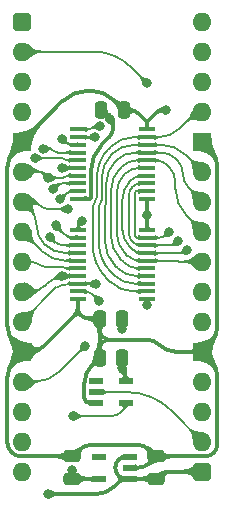
<source format=gtl>
%TF.GenerationSoftware,KiCad,Pcbnew,9.0.2*%
%TF.CreationDate,2025-06-17T13:06:37+02:00*%
%TF.ProjectId,Register 8bit with IO,52656769-7374-4657-9220-386269742077,V0*%
%TF.SameCoordinates,Original*%
%TF.FileFunction,Copper,L1,Top*%
%TF.FilePolarity,Positive*%
%FSLAX46Y46*%
G04 Gerber Fmt 4.6, Leading zero omitted, Abs format (unit mm)*
G04 Created by KiCad (PCBNEW 9.0.2) date 2025-06-17 13:06:37*
%MOMM*%
%LPD*%
G01*
G04 APERTURE LIST*
G04 Aperture macros list*
%AMRoundRect*
0 Rectangle with rounded corners*
0 $1 Rounding radius*
0 $2 $3 $4 $5 $6 $7 $8 $9 X,Y pos of 4 corners*
0 Add a 4 corners polygon primitive as box body*
4,1,4,$2,$3,$4,$5,$6,$7,$8,$9,$2,$3,0*
0 Add four circle primitives for the rounded corners*
1,1,$1+$1,$2,$3*
1,1,$1+$1,$4,$5*
1,1,$1+$1,$6,$7*
1,1,$1+$1,$8,$9*
0 Add four rect primitives between the rounded corners*
20,1,$1+$1,$2,$3,$4,$5,0*
20,1,$1+$1,$4,$5,$6,$7,0*
20,1,$1+$1,$6,$7,$8,$9,0*
20,1,$1+$1,$8,$9,$2,$3,0*%
G04 Aperture macros list end*
%TA.AperFunction,ComponentPad*%
%ADD10RoundRect,0.400000X-0.400000X-0.400000X0.400000X-0.400000X0.400000X0.400000X-0.400000X0.400000X0*%
%TD*%
%TA.AperFunction,ComponentPad*%
%ADD11O,1.600000X1.600000*%
%TD*%
%TA.AperFunction,ComponentPad*%
%ADD12R,1.600000X1.600000*%
%TD*%
%TA.AperFunction,SMDPad,CuDef*%
%ADD13R,1.250000X0.600000*%
%TD*%
%TA.AperFunction,SMDPad,CuDef*%
%ADD14R,1.475000X0.450000*%
%TD*%
%TA.AperFunction,SMDPad,CuDef*%
%ADD15RoundRect,0.250000X0.250000X0.475000X-0.250000X0.475000X-0.250000X-0.475000X0.250000X-0.475000X0*%
%TD*%
%TA.AperFunction,SMDPad,CuDef*%
%ADD16RoundRect,0.250000X-0.250000X-0.475000X0.250000X-0.475000X0.250000X0.475000X-0.250000X0.475000X0*%
%TD*%
%TA.AperFunction,SMDPad,CuDef*%
%ADD17RoundRect,0.250000X0.475000X-0.250000X0.475000X0.250000X-0.475000X0.250000X-0.475000X-0.250000X0*%
%TD*%
%TA.AperFunction,SMDPad,CuDef*%
%ADD18R,1.150000X0.600000*%
%TD*%
%TA.AperFunction,ViaPad*%
%ADD19C,0.800000*%
%TD*%
%TA.AperFunction,Conductor*%
%ADD20C,0.350000*%
%TD*%
%TA.AperFunction,Conductor*%
%ADD21C,0.200000*%
%TD*%
G04 APERTURE END LIST*
D10*
%TO.P,J2,1,Pin_1*%
%TO.N,5V*%
X0Y0D03*
D11*
%TO.P,J2,2,Pin_2*%
%TO.N,Latch*%
X0Y-2540000D03*
%TO.P,J2,3,Pin_3*%
%TO.N,unconnected-(J2-Pin_3-Pad3)*%
X0Y-5080000D03*
%TO.P,J2,4,Pin_4*%
%TO.N,D0*%
X0Y-7620000D03*
D12*
%TO.P,J2,5,Pin_5*%
%TO.N,GND*%
X0Y-10160000D03*
D11*
%TO.P,J2,6,Pin_6*%
%TO.N,D1*%
X0Y-12700000D03*
%TO.P,J2,7,Pin_7*%
%TO.N,D2*%
X0Y-15240000D03*
%TO.P,J2,8,Pin_8*%
%TO.N,D3*%
X0Y-17780000D03*
%TO.P,J2,9,Pin_9*%
%TO.N,D4*%
X0Y-20320000D03*
%TO.P,J2,10,Pin_10*%
%TO.N,D5*%
X0Y-22860000D03*
%TO.P,J2,11,Pin_11*%
%TO.N,D6*%
X0Y-25400000D03*
D12*
%TO.P,J2,12,Pin_12*%
%TO.N,GND*%
X0Y-27940000D03*
D11*
%TO.P,J2,13,Pin_13*%
%TO.N,D7*%
X0Y-30480000D03*
%TO.P,J2,14,Pin_14*%
%TO.N,unconnected-(J2-Pin_14-Pad14)*%
X0Y-33020000D03*
%TO.P,J2,15,Pin_15*%
%TO.N,unconnected-(J2-Pin_15-Pad15)*%
X0Y-35560000D03*
%TO.P,J2,16,Pin_16*%
%TO.N,unconnected-(J2-Pin_16-Pad16)*%
X0Y-38100000D03*
D10*
%TO.P,J2,17,Pin_17*%
%TO.N,5V*%
X15240000Y-38100000D03*
D11*
%TO.P,J2,18,Pin_18*%
%TO.N,Read*%
X15240000Y-35560000D03*
%TO.P,J2,19,Pin_19*%
%TO.N,unconnected-(J2-Pin_19-Pad19)*%
X15240000Y-33020000D03*
%TO.P,J2,20,Pin_20*%
%TO.N,Q0*%
X15240000Y-30480000D03*
D12*
%TO.P,J2,21,Pin_21*%
%TO.N,GND*%
X15240000Y-27940000D03*
D11*
%TO.P,J2,22,Pin_22*%
%TO.N,Q1*%
X15240000Y-25400000D03*
%TO.P,J2,23,Pin_23*%
%TO.N,Q2*%
X15240000Y-22860000D03*
%TO.P,J2,24,Pin_24*%
%TO.N,Q3*%
X15240000Y-20320000D03*
%TO.P,J2,25,Pin_25*%
%TO.N,Q4*%
X15240000Y-17780000D03*
%TO.P,J2,26,Pin_26*%
%TO.N,Q5*%
X15240000Y-15240000D03*
%TO.P,J2,27,Pin_27*%
%TO.N,Q6*%
X15240000Y-12700000D03*
D12*
%TO.P,J2,28,Pin_28*%
%TO.N,GND*%
X15240000Y-10160000D03*
D11*
%TO.P,J2,29,Pin_29*%
%TO.N,Q7*%
X15240000Y-7620000D03*
%TO.P,J2,30,Pin_30*%
%TO.N,unconnected-(J2-Pin_30-Pad30)*%
X15240000Y-5080000D03*
%TO.P,J2,31,Pin_31*%
%TO.N,unconnected-(J2-Pin_31-Pad31)*%
X15240000Y-2540000D03*
%TO.P,J2,32,Pin_32*%
%TO.N,~{OE}*%
X15240000Y0D03*
%TD*%
D13*
%TO.P,IC2,1,N.C.*%
%TO.N,unconnected-(IC2-N.C.-Pad1)*%
X6243000Y-30419000D03*
%TO.P,IC2,2,A*%
%TO.N,Read*%
X6243000Y-31369000D03*
%TO.P,IC2,3,GND*%
%TO.N,GND*%
X6243000Y-32319000D03*
%TO.P,IC2,4,Y*%
%TO.N,/~{Read}*%
X8743000Y-32319000D03*
%TO.P,IC2,5,3V*%
%TO.N,/3.3V*%
X8743000Y-30419000D03*
%TD*%
D14*
%TO.P,IC1,1,~{OE}*%
%TO.N,~{OE}*%
X4682000Y-17649000D03*
%TO.P,IC1,2,D0*%
%TO.N,D0*%
X4682000Y-18299000D03*
%TO.P,IC1,3,D1*%
%TO.N,D1*%
X4682000Y-18949000D03*
%TO.P,IC1,4,D2*%
%TO.N,D2*%
X4682000Y-19599000D03*
%TO.P,IC1,5,D3*%
%TO.N,D3*%
X4682000Y-20249000D03*
%TO.P,IC1,6,D4*%
%TO.N,D4*%
X4682000Y-20899000D03*
%TO.P,IC1,7,D5*%
%TO.N,D5*%
X4682000Y-21549000D03*
%TO.P,IC1,8,D6*%
%TO.N,D6*%
X4682000Y-22199000D03*
%TO.P,IC1,9,D7*%
%TO.N,D7*%
X4682000Y-22849000D03*
%TO.P,IC1,10,GND*%
%TO.N,GND*%
X4682000Y-23499000D03*
%TO.P,IC1,11,LE*%
%TO.N,Latch*%
X10558000Y-23499000D03*
%TO.P,IC1,12,Q7*%
%TO.N,Q7*%
X10558000Y-22849000D03*
%TO.P,IC1,13,Q6*%
%TO.N,Q6*%
X10558000Y-22199000D03*
%TO.P,IC1,14,Q5*%
%TO.N,Q5*%
X10558000Y-21549000D03*
%TO.P,IC1,15,Q4*%
%TO.N,Q4*%
X10558000Y-20899000D03*
%TO.P,IC1,16,Q3*%
%TO.N,Q3*%
X10558000Y-20249000D03*
%TO.P,IC1,17,Q2*%
%TO.N,Q2*%
X10558000Y-19599000D03*
%TO.P,IC1,18,Q1*%
%TO.N,Q1*%
X10558000Y-18949000D03*
%TO.P,IC1,19,Q0*%
%TO.N,Q0*%
X10558000Y-18299000D03*
%TO.P,IC1,20,3V*%
%TO.N,/3.3V*%
X10558000Y-17649000D03*
%TD*%
%TO.P,IC4,1,DIR*%
%TO.N,/3.3V*%
X10558000Y-14990000D03*
%TO.P,IC4,2,A0*%
%TO.N,Q0*%
X10558000Y-14340000D03*
%TO.P,IC4,3,A1*%
%TO.N,Q1*%
X10558000Y-13690000D03*
%TO.P,IC4,4,A2*%
%TO.N,Q2*%
X10558000Y-13040000D03*
%TO.P,IC4,5,A3*%
%TO.N,Q3*%
X10558000Y-12390000D03*
%TO.P,IC4,6,A4*%
%TO.N,Q4*%
X10558000Y-11740000D03*
%TO.P,IC4,7,A5*%
%TO.N,Q5*%
X10558000Y-11090000D03*
%TO.P,IC4,8,A6*%
%TO.N,Q6*%
X10558000Y-10440000D03*
%TO.P,IC4,9,A7*%
%TO.N,Q7*%
X10558000Y-9790000D03*
%TO.P,IC4,10,GND*%
%TO.N,GND*%
X10558000Y-9140000D03*
%TO.P,IC4,11,B7*%
%TO.N,D7*%
X4682000Y-9140000D03*
%TO.P,IC4,12,B6*%
%TO.N,D6*%
X4682000Y-9790000D03*
%TO.P,IC4,13,B5*%
%TO.N,D5*%
X4682000Y-10440000D03*
%TO.P,IC4,14,B4*%
%TO.N,D4*%
X4682000Y-11090000D03*
%TO.P,IC4,15,B3*%
%TO.N,D3*%
X4682000Y-11740000D03*
%TO.P,IC4,16,B2*%
%TO.N,D2*%
X4682000Y-12390000D03*
%TO.P,IC4,17,B1*%
%TO.N,D1*%
X4682000Y-13040000D03*
%TO.P,IC4,18,B0*%
%TO.N,D0*%
X4682000Y-13690000D03*
%TO.P,IC4,19,~{OE}*%
%TO.N,/~{Read}*%
X4682000Y-14340000D03*
%TO.P,IC4,20,3V*%
%TO.N,/3.3V*%
X4682000Y-14990000D03*
%TD*%
D15*
%TO.P,C4,1*%
%TO.N,/3.3V*%
X8427000Y-28448000D03*
%TO.P,C4,2*%
%TO.N,GND*%
X6527000Y-28448000D03*
%TD*%
D16*
%TO.P,C2,1*%
%TO.N,/3.3V*%
X6686000Y-7493000D03*
%TO.P,C2,2*%
%TO.N,GND*%
X8586000Y-7493000D03*
%TD*%
D15*
%TO.P,C1,1*%
%TO.N,/3.3V*%
X8427000Y-25146000D03*
%TO.P,C1,2*%
%TO.N,GND*%
X6527000Y-25146000D03*
%TD*%
D17*
%TO.P,C9,1*%
%TO.N,/3.3V*%
X4221000Y-38719000D03*
%TO.P,C9,2*%
%TO.N,GND*%
X4221000Y-36819000D03*
%TD*%
%TO.P,C8,1*%
%TO.N,5V*%
X11333000Y-38719000D03*
%TO.P,C8,2*%
%TO.N,GND*%
X11333000Y-36819000D03*
%TD*%
D18*
%TO.P,IC5,1,6VIn*%
%TO.N,5V*%
X9077000Y-38735000D03*
%TO.P,IC5,2,GND*%
%TO.N,GND*%
X9077000Y-37785000D03*
%TO.P,IC5,3,EN*%
%TO.N,5V*%
X9077000Y-36835000D03*
%TO.P,IC5,4,ADJ*%
%TO.N,unconnected-(IC5-ADJ-Pad4)*%
X6477000Y-36835000D03*
%TO.P,IC5,5,3.3VOut*%
%TO.N,/3.3V*%
X6477000Y-38735000D03*
%TD*%
D19*
%TO.N,/3.3V*%
X7407000Y-8214000D03*
X10541000Y-16383000D03*
%TO.N,GND*%
X12192000Y-7493000D03*
%TO.N,Latch*%
X10541000Y-24003000D03*
X10541000Y-5207000D03*
%TO.N,/3.3V*%
X8427000Y-26035000D03*
X8427000Y-29337000D03*
X4191000Y-37973000D03*
%TO.N,/~{Read}*%
X4318000Y-33401000D03*
%TO.N,D7*%
X5334000Y-27432000D03*
%TO.N,/~{Read}*%
X3220983Y-15058271D03*
%TO.N,D5*%
X3378064Y-21574514D03*
X3344498Y-9906000D03*
%TO.N,D2*%
X3385103Y-12414270D03*
X3864498Y-15865002D03*
%TO.N,D6*%
X6223000Y-22225000D03*
X6172118Y-9806154D03*
%TO.N,D7*%
X6581677Y-8868000D03*
X6477000Y-23622000D03*
%TO.N,D4*%
X1778000Y-10795000D03*
%TO.N,D3*%
X1028000Y-11553192D03*
%TO.N,D0*%
X2806000Y-17259051D03*
X2613439Y-14201885D03*
%TO.N,D1*%
X2327316Y-18246684D03*
X2200999Y-13228374D03*
%TO.N,~{OE}*%
X5049536Y-16856464D03*
%TO.N,5V*%
X2159000Y-40005000D03*
%TO.N,Q0*%
X12446000Y-17780000D03*
%TO.N,Q1*%
X13208000Y-18542000D03*
%TO.N,Q2*%
X13970000Y-19304000D03*
%TD*%
D20*
%TO.N,/3.3V*%
X5771000Y-14965500D02*
G75*
G02*
X5711851Y-14990021I-59200J59200D01*
G01*
X8427000Y-29464000D02*
G75*
G03*
X8516803Y-29680801I306600J0D01*
G01*
X8585000Y-29749000D02*
G75*
G02*
X8742981Y-30130445I-381400J-381400D01*
G01*
X6739499Y-10405499D02*
G75*
G03*
X5795506Y-12684517I2279001J-2279001D01*
G01*
X5795500Y-14906351D02*
G75*
G02*
X5770985Y-14965485I-83700J51D01*
G01*
X7683500Y-8976000D02*
G75*
G02*
X7340199Y-9804800I-1172100J0D01*
G01*
X4206000Y-37988000D02*
G75*
G02*
X4220995Y-38024213I-36200J-36200D01*
G01*
X7545250Y-8352250D02*
G75*
G02*
X7683494Y-8686015I-333750J-333750D01*
G01*
%TO.N,5V*%
X7764999Y-39369999D02*
G75*
G02*
X6231974Y-40005000I-1533029J1533029D01*
G01*
X8160644Y-38974355D02*
G75*
G03*
X8160644Y-38495645I-239344J239355D01*
G01*
X8738500Y-38735000D02*
G75*
G03*
X8160647Y-38974358I0J-817200D01*
G01*
X8160644Y-38495644D02*
G75*
G03*
X8738500Y-38735003I577856J577844D01*
G01*
X12389699Y-38100000D02*
G75*
G03*
X11642500Y-38409500I1J-1056700D01*
G01*
X7874000Y-37837061D02*
G75*
G03*
X8137001Y-38471999I897940J1D01*
G01*
X8136999Y-37097999D02*
G75*
G03*
X7874014Y-37732938I634901J-634901D01*
G01*
X8738500Y-36835000D02*
G75*
G03*
X8160647Y-37074358I0J-817200D01*
G01*
%TO.N,GND*%
X9856986Y-7824986D02*
G75*
G03*
X9055500Y-7493008I-801486J-801514D01*
G01*
X10823083Y-37328916D02*
G75*
G02*
X9722000Y-37784990I-1101083J1101116D01*
G01*
X15875000Y-10795000D02*
G75*
G02*
X16509989Y-12328025I-1533000J-1533000D01*
G01*
X1821882Y-27464117D02*
G75*
G02*
X673000Y-27939998I-1148882J1148887D01*
G01*
X-1270000Y-35645364D02*
G75*
G03*
X-926250Y-36475250I1173640J1D01*
G01*
X10570020Y-8479979D02*
G75*
G03*
X10557987Y-8509000I28980J-29021D01*
G01*
X16198000Y-36507000D02*
G75*
G02*
X15444765Y-36818986I-753200J753200D01*
G01*
X10830500Y-36316500D02*
G75*
G03*
X9617357Y-35814001I-1213140J-1213140D01*
G01*
X11874500Y-7493000D02*
G75*
G03*
X11332496Y-7717509I0J-766500D01*
G01*
X4411000Y-24875000D02*
G75*
G03*
X4682003Y-24220748I-654260J654260D01*
G01*
X4953000Y-24875000D02*
G75*
G03*
X4411000Y-24875000I-271000J-271000D01*
G01*
X4682000Y-24220748D02*
G75*
G03*
X4952999Y-24875001I925250J-2D01*
G01*
X-1270000Y-25771974D02*
G75*
G03*
X-634998Y-27304999I2168030J4D01*
G01*
X-926250Y-36475250D02*
G75*
G03*
X-96364Y-36819000I829887J829890D01*
G01*
X-634999Y-28575000D02*
G75*
G03*
X-1270001Y-30108025I1533029J-1533030D01*
G01*
X14341974Y-27940000D02*
G75*
G03*
X15875008Y-27305008I26J2168000D01*
G01*
X15875000Y-28575000D02*
G75*
G03*
X14341974Y-27940011I-1533000J-1533000D01*
G01*
X15875000Y-27305000D02*
G75*
G03*
X15875000Y-28575000I635000J-635000D01*
G01*
X-634999Y-10795000D02*
G75*
G03*
X-1270001Y-12328025I1533029J-1533030D01*
G01*
X7760500Y-6667500D02*
G75*
G03*
X5767566Y-5842001I-1992930J-1992930D01*
G01*
X11684000Y-27432000D02*
G75*
G03*
X10457579Y-26924008I-1226400J-1226400D01*
G01*
X4953000Y-24875000D02*
G75*
G03*
X5607251Y-25145999I654250J654250D01*
G01*
X10558000Y-8543000D02*
G75*
G03*
X10545970Y-8513988I-41000J0D01*
G01*
X10545979Y-8513979D02*
G75*
G03*
X10558071Y-8509000I5021J4979D01*
G01*
X16510000Y-35753765D02*
G75*
G02*
X16198000Y-36507000I-1065250J5D01*
G01*
X7289000Y-26924000D02*
G75*
G03*
X6527000Y-27686000I0J-762000D01*
G01*
X6527000Y-26162000D02*
G75*
G03*
X7289000Y-26924000I762000J0D01*
G01*
X5242000Y-31851252D02*
G75*
G03*
X5379001Y-32181999I467750J2D01*
G01*
X5379000Y-32182000D02*
G75*
G03*
X5709747Y-32319022I330800J330800D01*
G01*
X5626500Y-5842000D02*
G75*
G03*
X3392750Y-6767249I0J-3159000D01*
G01*
X11684000Y-27432000D02*
G75*
G03*
X12910420Y-27939992I1226400J1226400D01*
G01*
X5884500Y-29090500D02*
G75*
G03*
X5242001Y-30641632I1551130J-1551130D01*
G01*
X5936642Y-35814000D02*
G75*
G03*
X4723501Y-36316501I-2J-1715630D01*
G01*
X15875000Y-28575000D02*
G75*
G02*
X16509989Y-30108025I-1533000J-1533000D01*
G01*
X16510000Y-25771974D02*
G75*
G02*
X15875001Y-27305001I-2168040J4D01*
G01*
X634999Y-9524999D02*
X-634999Y-10795000D01*
X10558000Y-8509000D02*
X10558000Y-8543000D01*
X6527000Y-27686000D02*
X6527000Y-26162000D01*
D21*
%TO.N,/~{Read}*%
X4310627Y-14340000D02*
G75*
G03*
X3676635Y-14602582I-27J-896600D01*
G01*
X8382249Y-33040249D02*
G75*
G02*
X7511322Y-33401008I-870949J870949D01*
G01*
X8743000Y-32499250D02*
G75*
G02*
X8615527Y-32806938I-435200J50D01*
G01*
%TO.N,Read*%
X12642792Y-32962792D02*
G75*
G03*
X8795036Y-31369003I-3847752J-3847758D01*
G01*
%TO.N,Latch*%
X9207500Y-3873500D02*
G75*
G03*
X5988146Y-2540002I-3219350J-3219350D01*
G01*
X10558000Y-23973979D02*
G75*
G02*
X10549506Y-23994506I-29000J-21D01*
G01*
%TO.N,Q0*%
X9519500Y-15506610D02*
G75*
G03*
X9522253Y-15513247I9400J10D01*
G01*
X9522250Y-17120250D02*
G75*
G03*
X9519495Y-17126889I6650J-6650D01*
G01*
X9519500Y-18126582D02*
G75*
G03*
X9569995Y-18248505I172400J-18D01*
G01*
X9570000Y-18248500D02*
G75*
G03*
X9691917Y-18298993I121900J121900D01*
G01*
X9731181Y-14340000D02*
G75*
G03*
X9581505Y-14402005I19J-211700D01*
G01*
X9581500Y-14402000D02*
G75*
G03*
X9519492Y-14551681I149700J-149700D01*
G01*
X12186500Y-18039500D02*
G75*
G02*
X11560011Y-18299005I-626500J626500D01*
G01*
X9525000Y-17113610D02*
G75*
G02*
X9522247Y-17120247I-9400J10D01*
G01*
X9522250Y-15513250D02*
G75*
G02*
X9525005Y-15519889I-6650J-6650D01*
G01*
%TO.N,Q7*%
X13270520Y-9081479D02*
G75*
G02*
X11560000Y-9790012I-1710520J1710479D01*
G01*
X9419375Y-9790000D02*
G75*
G03*
X7475620Y-10595127I-5J-2748880D01*
G01*
X7425877Y-22030877D02*
G75*
G03*
X9401000Y-22848999I1975123J1975127D01*
G01*
X5950000Y-18932897D02*
G75*
G03*
X7096999Y-21702001I3916100J-3D01*
G01*
X6317000Y-14831742D02*
G75*
G02*
X6133501Y-15274752I-626520J2D01*
G01*
X6133500Y-15274751D02*
G75*
G03*
X5949969Y-15717759I443000J-443049D01*
G01*
X7298875Y-10771875D02*
G75*
G03*
X6316997Y-13142332I2370445J-2370455D01*
G01*
%TO.N,Q6*%
X6717000Y-15087231D02*
G75*
G02*
X6596984Y-15376920I-409700J31D01*
G01*
X6477000Y-18774543D02*
G75*
G03*
X7480001Y-21195999I3424460J3D01*
G01*
X7536499Y-11259499D02*
G75*
G03*
X6717002Y-13237948I1978441J-1978441D01*
G01*
X7749376Y-21465376D02*
G75*
G03*
X9520500Y-22198999I1771124J1771126D01*
G01*
X13836306Y-11296306D02*
G75*
G03*
X11769000Y-10439996I-2067306J-2067294D01*
G01*
X6597000Y-15376936D02*
G75*
G03*
X6477028Y-15666641I289700J-289664D01*
G01*
X9457000Y-10440000D02*
G75*
G03*
X7577486Y-11218535I0J-2658000D01*
G01*
%TO.N,Q2*%
X9045749Y-13614749D02*
G75*
G03*
X8471007Y-15002319I1387551J-1387551D01*
G01*
X8471000Y-17636680D02*
G75*
G03*
X9045750Y-19024250I1962320J0D01*
G01*
X9289043Y-19267543D02*
G75*
G03*
X10089250Y-19599024I800257J800243D01*
G01*
X10089250Y-13040000D02*
G75*
G03*
X9289011Y-13371424I-50J-1131700D01*
G01*
X13822500Y-19451500D02*
G75*
G02*
X13466403Y-19599001I-356100J356100D01*
G01*
%TO.N,Q5*%
X9576500Y-11090000D02*
G75*
G03*
X7900964Y-11784015I0J-2369600D01*
G01*
X6985000Y-18583755D02*
G75*
G03*
X7853499Y-20680501I2965240J-5D01*
G01*
X7116999Y-15329285D02*
G75*
G02*
X7050999Y-15488622I-225299J-15D01*
G01*
X13589000Y-12890500D02*
G75*
G03*
X14082920Y-14082908I1686300J0D01*
G01*
X8072875Y-20899875D02*
G75*
G03*
X9640000Y-21548985I1567125J1567175D01*
G01*
X13095085Y-11698085D02*
G75*
G02*
X13589008Y-12890500I-1192385J-1192415D01*
G01*
X13038000Y-11641000D02*
G75*
G03*
X11707768Y-11090013I-1330200J-1330200D01*
G01*
X7050999Y-15488622D02*
G75*
G03*
X6984960Y-15647959I159301J-159378D01*
G01*
X7856000Y-11829000D02*
G75*
G03*
X7117002Y-13613103I1784100J-1784100D01*
G01*
%TO.N,Q3*%
X8600499Y-12989499D02*
G75*
G03*
X8001007Y-14436821I1447301J-1447301D01*
G01*
X9879000Y-12390000D02*
G75*
G03*
X8719885Y-12870136I0J-1639200D01*
G01*
X8001000Y-17985376D02*
G75*
G03*
X8663997Y-19586003I2263630J-4D01*
G01*
X13172500Y-20284500D02*
G75*
G03*
X13258204Y-20319998I85700J85700D01*
G01*
X13172500Y-20284500D02*
G75*
G03*
X13086795Y-20249002I-85700J-85700D01*
G01*
X8891775Y-19813775D02*
G75*
G03*
X9942500Y-20248985I1050725J1050775D01*
G01*
%TO.N,Q4*%
X12954000Y-14162187D02*
G75*
G03*
X13895723Y-16435743I3215300J-13D01*
G01*
X9759500Y-11740000D02*
G75*
G03*
X8396386Y-12304635I0J-1927700D01*
G01*
X7493000Y-18176164D02*
G75*
G03*
X8290498Y-20101502I2722830J-6D01*
G01*
X12408812Y-12285187D02*
G75*
G02*
X12954006Y-13601386I-1316212J-1316213D01*
G01*
X8568276Y-20379276D02*
G75*
G03*
X9823000Y-20899014I1254724J1254676D01*
G01*
X7504999Y-15600308D02*
G75*
G03*
X7492993Y-15629276I29001J-28992D01*
G01*
X12325233Y-12201608D02*
G75*
G03*
X11210812Y-11739983I-1114433J-1114392D01*
G01*
X7516999Y-15571339D02*
G75*
G02*
X7504986Y-15600295I-40999J39D01*
G01*
X8239000Y-12462000D02*
G75*
G03*
X7517001Y-14205062I1743060J-1743060D01*
G01*
%TO.N,Q1*%
X9017000Y-17918761D02*
G75*
G03*
X9318750Y-18647250I1030240J1D01*
G01*
X9318750Y-13991750D02*
G75*
G03*
X9017016Y-14720238I728450J-728450D01*
G01*
X13004500Y-18745500D02*
G75*
G02*
X12513207Y-18949003I-491300J491300D01*
G01*
X9318750Y-18647250D02*
G75*
G03*
X10047238Y-18948984I728450J728450D01*
G01*
X10047238Y-13690000D02*
G75*
G03*
X9318739Y-13991739I-38J-1030200D01*
G01*
%TO.N,~{OE}*%
X4832260Y-17073739D02*
G75*
G03*
X4681993Y-17436500I362740J-362761D01*
G01*
%TO.N,D3*%
X3518596Y-11646596D02*
G75*
G03*
X3293098Y-11553195I-225496J-225504D01*
G01*
X3518596Y-11646596D02*
G75*
G03*
X3744093Y-11740005I225504J225496D01*
G01*
X1686586Y-19466586D02*
G75*
G03*
X3575500Y-20248999I1888914J1888916D01*
G01*
%TO.N,D7*%
X6241944Y-8868000D02*
G75*
G03*
X5913596Y-9003985I-44J-464300D01*
G01*
X6065331Y-23210331D02*
G75*
G03*
X5193000Y-22848996I-872331J-872319D01*
G01*
X3094223Y-29671776D02*
G75*
G02*
X1143000Y-30479998I-1951223J1951226D01*
G01*
X5913611Y-9004000D02*
G75*
G02*
X5585277Y-9139994I-328311J328300D01*
G01*
%TO.N,D2*%
X1205660Y-17315674D02*
G75*
G03*
X1820854Y-18800878I2100400J4D01*
G01*
X1443871Y-15552501D02*
G75*
G03*
X689426Y-15240004I-754441J-754449D01*
G01*
X565685Y-15240000D02*
G75*
G03*
X400002Y-15639996I-5J-234310D01*
G01*
X1912316Y-18892344D02*
G75*
G03*
X3618334Y-19598998I1706014J1706014D01*
G01*
X3426534Y-12390000D02*
G75*
G03*
X3397227Y-12402124I-34J-41400D01*
G01*
X1443871Y-15552501D02*
G75*
G03*
X2198315Y-15865003I754449J754451D01*
G01*
X602830Y-15842830D02*
G75*
G02*
X1205660Y-17298190I-1455362J-1455361D01*
G01*
%TO.N,D4*%
X2646500Y-10942500D02*
G75*
G03*
X3002596Y-11090001I356100J356100D01*
G01*
X3577000Y-20849000D02*
G75*
G03*
X3697710Y-20898996I120700J120700D01*
G01*
X2646500Y-10942500D02*
G75*
G03*
X2290403Y-10794999I-356100J-356100D01*
G01*
X3577000Y-20849000D02*
G75*
G03*
X3456289Y-20799004I-120700J-120700D01*
G01*
X1370870Y-20559500D02*
G75*
G03*
X1949074Y-20799002I578210J578210D01*
G01*
X1370870Y-20559500D02*
G75*
G03*
X792665Y-20319998I-578210J-578210D01*
G01*
%TO.N,D0*%
X3487281Y-13690000D02*
G75*
G03*
X2869400Y-13945961I19J-873800D01*
G01*
X3550360Y-18003411D02*
G75*
G03*
X4263974Y-18299019I713640J713611D01*
G01*
%TO.N,D1*%
X2105287Y-13203373D02*
G75*
G03*
X2165643Y-13228338I60313J60373D01*
G01*
X1866101Y-12964187D02*
G75*
G03*
X1228297Y-12699999I-637801J-637793D01*
G01*
X2678474Y-18597842D02*
G75*
G03*
X3526245Y-18949003I847776J847772D01*
G01*
X3877700Y-13040000D02*
G75*
G03*
X3650307Y-13134181I0J-321600D01*
G01*
X3650313Y-13134187D02*
G75*
G02*
X3422925Y-13228392I-227413J227387D01*
G01*
%TO.N,D6*%
X6210000Y-22212000D02*
G75*
G03*
X6178615Y-22198994I-31400J-31400D01*
G01*
X3681743Y-22261757D02*
G75*
G02*
X3530234Y-22324524I-151543J151557D01*
G01*
X6164041Y-9798077D02*
G75*
G03*
X6144541Y-9789978I-19541J-19523D01*
G01*
X3833251Y-22199000D02*
G75*
G03*
X3681760Y-22261774I49J-214300D01*
G01*
X3347236Y-22324514D02*
G75*
G03*
X2883307Y-22516648I-36J-656086D01*
G01*
%TO.N,D5*%
X3611498Y-10173000D02*
G75*
G03*
X4256093Y-10440003I644602J644600D01*
G01*
X3635016Y-21549000D02*
G75*
G03*
X2052498Y-22204498I-6J-2238010D01*
G01*
X1890914Y-22366085D02*
G75*
G02*
X698500Y-22860000I-1192419J1192423D01*
G01*
%TO.N,D2*%
X3864498Y-15865002D02*
X2198315Y-15865002D01*
%TO.N,D0*%
X2869381Y-13945942D02*
X2613439Y-14201885D01*
X3487281Y-13690000D02*
X4682000Y-13690000D01*
%TO.N,/~{Read}*%
X3676653Y-14602600D02*
X3220983Y-15058271D01*
%TO.N,~{OE}*%
X5049536Y-16856464D02*
X4832260Y-17073739D01*
X4682000Y-17436500D02*
X4682000Y-17649000D01*
%TO.N,Q7*%
X9401000Y-22849000D02*
X10558000Y-22849000D01*
X6317000Y-14831742D02*
X6317000Y-13142332D01*
X9419375Y-9790000D02*
X10558000Y-9790000D01*
X7475621Y-10595128D02*
X7298875Y-10771875D01*
X7425877Y-22030877D02*
X7097000Y-21702000D01*
X5950000Y-18932897D02*
X5950000Y-15717759D01*
%TO.N,Q1*%
X9017000Y-17918761D02*
X9017000Y-14720238D01*
%TO.N,Q0*%
X9691917Y-18299000D02*
X10558000Y-18299000D01*
X9519500Y-17126889D02*
X9519500Y-18126582D01*
X9525000Y-17113610D02*
X9525000Y-15519889D01*
X9519500Y-15506610D02*
X9519500Y-14551681D01*
X9731181Y-14340000D02*
X10558000Y-14340000D01*
%TO.N,Q2*%
X9045750Y-19024250D02*
X9289043Y-19267543D01*
X8471000Y-15002319D02*
X8471000Y-17636680D01*
X9045749Y-13614749D02*
X9289043Y-13371456D01*
%TO.N,D4*%
X2290403Y-10795000D02*
X1778000Y-10795000D01*
%TO.N,D1*%
X2327316Y-18246684D02*
X2678474Y-18597842D01*
X3526245Y-18949000D02*
X4682000Y-18949000D01*
D20*
%TO.N,/3.3V*%
X7407000Y-8214000D02*
X7545250Y-8352250D01*
%TO.N,GND*%
X10457579Y-26924000D02*
X7289000Y-26924000D01*
X6527000Y-25146000D02*
X6527000Y-26162000D01*
X14341974Y-27940000D02*
X12910420Y-27940000D01*
X8586000Y-7493000D02*
X7760500Y-6667500D01*
X634999Y-9524999D02*
X3392750Y-6767249D01*
X5767566Y-5842000D02*
X5626500Y-5842000D01*
X11874500Y-7493000D02*
X12192000Y-7493000D01*
X10570020Y-8479979D02*
X11332493Y-7717506D01*
D21*
%TO.N,Q7*%
X13270520Y-9081479D02*
X14732000Y-7620000D01*
X11560000Y-9790000D02*
X10558000Y-9790000D01*
%TO.N,Latch*%
X5988146Y-2540000D02*
X0Y-2540000D01*
X10541000Y-5207000D02*
X9207500Y-3873500D01*
X10558000Y-23973979D02*
X10558000Y-23499000D01*
X10541000Y-24003000D02*
X10549500Y-23994500D01*
D20*
%TO.N,GND*%
X6527000Y-28448000D02*
X6527000Y-27686000D01*
%TO.N,/3.3V*%
X8427000Y-26035000D02*
X8427000Y-25146000D01*
X8427000Y-29337000D02*
X8427000Y-28448000D01*
X4191000Y-37973000D02*
X4206000Y-37988000D01*
X4221000Y-38719000D02*
X4221000Y-38024213D01*
D21*
%TO.N,Read*%
X12642792Y-32962792D02*
X15240000Y-35560000D01*
X8795036Y-31369000D02*
X6243000Y-31369000D01*
D20*
%TO.N,/3.3V*%
X8743000Y-30130445D02*
X8743000Y-30419000D01*
X8516802Y-29680802D02*
X8585000Y-29749000D01*
X8427000Y-29464000D02*
X8427000Y-29337000D01*
%TO.N,GND*%
X5242000Y-31851252D02*
X5242000Y-30641632D01*
X5709747Y-32319000D02*
X6243000Y-32319000D01*
X6527000Y-28448000D02*
X5884500Y-29090500D01*
X-1270000Y-35645364D02*
X-1270000Y-30108025D01*
X4221000Y-36819000D02*
X-96364Y-36819000D01*
X-634999Y-28575000D02*
X0Y-27940000D01*
X11333000Y-36819000D02*
X15444765Y-36819000D01*
X16510000Y-35753765D02*
X16510000Y-30108025D01*
X10823083Y-37328916D02*
X11333000Y-36819000D01*
X9722000Y-37785000D02*
X9077000Y-37785000D01*
X11333000Y-36819000D02*
X10830500Y-36316500D01*
X9617357Y-35814000D02*
X5936642Y-35814000D01*
X4221000Y-36819000D02*
X4723500Y-36316500D01*
%TO.N,5V*%
X6231974Y-40005000D02*
X2159000Y-40005000D01*
X7764999Y-39369999D02*
X8160644Y-38974355D01*
X11333000Y-38719000D02*
X9093000Y-38719000D01*
X8136999Y-37097999D02*
X8160644Y-37074355D01*
X7874000Y-37837061D02*
X7874000Y-37732938D01*
X8160644Y-38495644D02*
X8137000Y-38472000D01*
%TO.N,/3.3V*%
X4221000Y-38719000D02*
X6461000Y-38719000D01*
D21*
%TO.N,/~{Read}*%
X8382249Y-33040249D02*
X8615544Y-32806955D01*
X7511322Y-33401000D02*
X4318000Y-33401000D01*
%TO.N,D7*%
X1143000Y-30480000D02*
X0Y-30480000D01*
X5334000Y-27432000D02*
X3094223Y-29671776D01*
%TO.N,D6*%
X4682000Y-22199000D02*
X3833251Y-22199000D01*
X3530234Y-22324514D02*
X3347236Y-22324514D01*
X2883329Y-22516670D02*
X0Y-25400000D01*
%TO.N,D2*%
X399999Y-15639999D02*
X602830Y-15842830D01*
X1205660Y-17315674D02*
X1205660Y-17298190D01*
X1820852Y-18800880D02*
X1912316Y-18892344D01*
X3618334Y-19599000D02*
X4682000Y-19599000D01*
%TO.N,D3*%
X3575500Y-20249000D02*
X4682000Y-20249000D01*
%TO.N,D0*%
X2806000Y-17259051D02*
X3550360Y-18003411D01*
%TO.N,D3*%
X1686586Y-19466586D02*
X0Y-17780000D01*
D20*
%TO.N,GND*%
X1821882Y-27464117D02*
X4411000Y-24875000D01*
X673000Y-27940000D02*
X0Y-27940000D01*
X4682000Y-24220748D02*
X4682000Y-23499000D01*
X5607251Y-25146000D02*
X6527000Y-25146000D01*
%TO.N,/3.3V*%
X7407000Y-8214000D02*
X6686000Y-7493000D01*
X6739499Y-10405499D02*
X7340199Y-9804800D01*
X7683500Y-8976000D02*
X7683500Y-8686015D01*
X5711851Y-14990000D02*
X4682000Y-14990000D01*
X5795500Y-12684517D02*
X5795500Y-14906351D01*
D21*
%TO.N,D7*%
X6241944Y-8868000D02*
X6581677Y-8868000D01*
X5585277Y-9140000D02*
X4682000Y-9140000D01*
%TO.N,D6*%
X6164041Y-9798077D02*
X6172118Y-9806154D01*
X6144541Y-9790000D02*
X4682000Y-9790000D01*
%TO.N,Q4*%
X9823000Y-20899000D02*
X10558000Y-20899000D01*
X8290500Y-20101500D02*
X8568276Y-20379276D01*
X7493000Y-18176164D02*
X7493000Y-15629276D01*
X8396375Y-12304624D02*
X8239000Y-12462000D01*
X9759500Y-11740000D02*
X10558000Y-11740000D01*
%TO.N,Q5*%
X9640000Y-21549000D02*
X10558000Y-21549000D01*
X7853500Y-20680500D02*
X8072875Y-20899875D01*
X6985000Y-18583755D02*
X6985000Y-15647959D01*
X7116999Y-15329285D02*
X7116999Y-13613103D01*
X7900974Y-11784025D02*
X7856000Y-11829000D01*
X9576500Y-11090000D02*
X10558000Y-11090000D01*
%TO.N,Q6*%
X6477000Y-18774543D02*
X6477000Y-15666641D01*
X6717000Y-15087231D02*
X6717000Y-13237948D01*
X7536499Y-11259499D02*
X7577475Y-11218524D01*
%TO.N,Q4*%
X7516999Y-15571339D02*
X7516999Y-14205062D01*
%TO.N,Q6*%
X7480000Y-21196000D02*
X7749376Y-21465376D01*
X10558000Y-10440000D02*
X9457000Y-10440000D01*
X9520500Y-22199000D02*
X10558000Y-22199000D01*
D20*
%TO.N,GND*%
X10558000Y-8543000D02*
X10558000Y-9140000D01*
X9856986Y-7824986D02*
X10545979Y-8513979D01*
X9055500Y-7493000D02*
X8586000Y-7493000D01*
D21*
%TO.N,D3*%
X3293098Y-11553192D02*
X1028000Y-11553192D01*
X3744093Y-11740000D02*
X4682000Y-11740000D01*
%TO.N,D1*%
X3877700Y-13040000D02*
X4682000Y-13040000D01*
%TO.N,D2*%
X3426534Y-12390000D02*
X4682000Y-12390000D01*
%TO.N,D1*%
X2200999Y-13228374D02*
X3422925Y-13228374D01*
%TO.N,D2*%
X3385103Y-12414270D02*
X3397238Y-12402135D01*
%TO.N,D4*%
X3002596Y-11090000D02*
X4682000Y-11090000D01*
X3456289Y-20799000D02*
X1949074Y-20799000D01*
X3697710Y-20899000D02*
X4682000Y-20899000D01*
X792665Y-20320000D02*
X0Y-20320000D01*
%TO.N,D5*%
X3611498Y-10173000D02*
X3344498Y-9906000D01*
%TO.N,D1*%
X1228297Y-12700000D02*
X0Y-12700000D01*
X2105287Y-13203373D02*
X1866101Y-12964187D01*
X2165643Y-13228374D02*
X2200999Y-13228374D01*
%TO.N,D6*%
X6210000Y-22212000D02*
X6223000Y-22225000D01*
X4682000Y-22199000D02*
X6178615Y-22199000D01*
%TO.N,D7*%
X6477000Y-23622000D02*
X6065331Y-23210331D01*
%TO.N,D5*%
X698500Y-22860000D02*
X0Y-22860000D01*
X2052499Y-22204499D02*
X1890914Y-22366085D01*
X3635016Y-21549000D02*
X4682000Y-21549000D01*
D20*
%TO.N,5V*%
X12389699Y-38100000D02*
X15240000Y-38100000D01*
D21*
%TO.N,Q0*%
X12446000Y-17780000D02*
X12186500Y-18039500D01*
X11560011Y-18299000D02*
X10558000Y-18299000D01*
%TO.N,Q1*%
X13208000Y-18542000D02*
X13004500Y-18745500D01*
X11026750Y-18949000D02*
X12513207Y-18949000D01*
%TO.N,Q3*%
X13258204Y-20320000D02*
X15240000Y-20320000D01*
X11173500Y-20249000D02*
X13086795Y-20249000D01*
D20*
%TO.N,/3.3V*%
X10558000Y-14990000D02*
X10558000Y-17649000D01*
D21*
%TO.N,Q3*%
X8664000Y-19586000D02*
X8891775Y-19813775D01*
X9879000Y-12390000D02*
X10558000Y-12390000D01*
X8600499Y-12989499D02*
X8719874Y-12870125D01*
X8001000Y-14436821D02*
X8001000Y-17985376D01*
%TO.N,Q4*%
X11210812Y-11740000D02*
X10558000Y-11740000D01*
X12408812Y-12285187D02*
X12325233Y-12201608D01*
X12954000Y-14162187D02*
X12954000Y-13601386D01*
X13895733Y-16435733D02*
X15240000Y-17780000D01*
%TO.N,Q5*%
X13095085Y-11698085D02*
X13038000Y-11641000D01*
X14082914Y-14082914D02*
X15240000Y-15240000D01*
X10558000Y-11090000D02*
X11707768Y-11090000D01*
%TO.N,Q6*%
X13836306Y-11296306D02*
X15240000Y-12700000D01*
X10558000Y-10440000D02*
X11769000Y-10440000D01*
D20*
%TO.N,GND*%
X16510000Y-12328025D02*
X16510000Y-25771974D01*
X15875000Y-10795000D02*
X15240000Y-10160000D01*
X-1270000Y-25771974D02*
X-1270000Y-12328025D01*
X-634999Y-27305000D02*
X0Y-27940000D01*
D21*
%TO.N,Q2*%
X13970000Y-19304000D02*
X13822500Y-19451500D01*
X13466403Y-19599000D02*
X10558000Y-19599000D01*
%TD*%
%TA.AperFunction,Conductor*%
%TO.N,/3.3V*%
G36*
X8809180Y-29760496D02*
G01*
X8810376Y-29763423D01*
X8825182Y-29820806D01*
X8855132Y-29935049D01*
X8899847Y-30044453D01*
X8947089Y-30100706D01*
X8984891Y-30113460D01*
X8991634Y-30119351D01*
X8992236Y-30128285D01*
X8990034Y-30132158D01*
X8751134Y-30410955D01*
X8743149Y-30415007D01*
X8734637Y-30412226D01*
X8734611Y-30412204D01*
X8556947Y-30259064D01*
X8414836Y-30136569D01*
X8410808Y-30128574D01*
X8413614Y-30120070D01*
X8421204Y-30116078D01*
X8448719Y-30113074D01*
X8485861Y-30096974D01*
X8508658Y-30073212D01*
X8519885Y-30044304D01*
X8518744Y-29981103D01*
X8505856Y-29932047D01*
X8507068Y-29923176D01*
X8511321Y-29918942D01*
X8793197Y-29756212D01*
X8802076Y-29755045D01*
X8809180Y-29760496D01*
G37*
%TD.AperFunction*%
%TD*%
%TA.AperFunction,Conductor*%
%TO.N,/3.3V*%
G36*
X7796229Y-8140062D02*
G01*
X7801186Y-8147520D01*
X7801253Y-8147897D01*
X7853714Y-8470696D01*
X7853863Y-8472328D01*
X7859515Y-8741651D01*
X7859518Y-8741963D01*
X7858567Y-8906855D01*
X7855092Y-8915109D01*
X7846867Y-8918488D01*
X7518800Y-8918488D01*
X7510527Y-8915061D01*
X7507194Y-8908272D01*
X7505089Y-8891810D01*
X7493776Y-8803328D01*
X7453477Y-8727600D01*
X7393417Y-8676783D01*
X7393416Y-8676782D01*
X7393414Y-8676781D01*
X7319434Y-8636375D01*
X7269264Y-8610245D01*
X7268073Y-8609531D01*
X7164250Y-8538659D01*
X7162028Y-8536686D01*
X7083138Y-8446233D01*
X7080283Y-8437746D01*
X7084266Y-8429725D01*
X7085427Y-8428834D01*
X7405047Y-8214310D01*
X7409308Y-8212546D01*
X7787452Y-8138293D01*
X7796229Y-8140062D01*
G37*
%TD.AperFunction*%
%TD*%
%TA.AperFunction,Conductor*%
%TO.N,5V*%
G36*
X9070525Y-38732050D02*
G01*
X9077320Y-38737883D01*
X9078532Y-38742100D01*
X9103638Y-39015958D01*
X9100981Y-39024509D01*
X9093055Y-39028677D01*
X9087954Y-39028009D01*
X9001722Y-38996342D01*
X8953894Y-38984529D01*
X8907629Y-38973102D01*
X8907622Y-38973101D01*
X8907618Y-38973100D01*
X8907619Y-38973100D01*
X8805491Y-38959624D01*
X8759180Y-38958672D01*
X8707091Y-38957601D01*
X8707089Y-38957601D01*
X8707082Y-38957601D01*
X8602662Y-38966968D01*
X8602658Y-38966968D01*
X8506151Y-38986452D01*
X8413895Y-39015814D01*
X8343709Y-39047277D01*
X8334758Y-39047534D01*
X8329195Y-39043101D01*
X8272065Y-38957601D01*
X8148271Y-38772333D01*
X8146525Y-38763553D01*
X8151500Y-38756107D01*
X8153671Y-38754965D01*
X8245749Y-38718341D01*
X8246021Y-38718238D01*
X8299649Y-38698728D01*
X8423632Y-38642948D01*
X8483736Y-38594135D01*
X8498050Y-38556171D01*
X8504175Y-38549641D01*
X8512638Y-38549183D01*
X9070525Y-38732050D01*
G37*
%TD.AperFunction*%
%TD*%
%TA.AperFunction,Conductor*%
%TO.N,5V*%
G36*
X8343768Y-38422880D02*
G01*
X8397270Y-38447623D01*
X8397277Y-38447625D01*
X8397282Y-38447627D01*
X8491514Y-38475005D01*
X8568394Y-38497342D01*
X8750168Y-38512814D01*
X8930761Y-38492177D01*
X9088467Y-38440539D01*
X9097395Y-38441221D01*
X9103226Y-38448017D01*
X9103758Y-38452726D01*
X9078532Y-38727899D01*
X9074364Y-38735825D01*
X9070525Y-38737949D01*
X8514298Y-38920274D01*
X8505369Y-38919595D01*
X8499536Y-38912800D01*
X8499226Y-38911664D01*
X8495648Y-38895356D01*
X8489743Y-38886558D01*
X8477936Y-38868965D01*
X8477934Y-38868964D01*
X8477934Y-38868963D01*
X8416481Y-38822950D01*
X8416477Y-38822948D01*
X8245873Y-38751711D01*
X8153675Y-38715039D01*
X8147254Y-38708797D01*
X8147127Y-38699843D01*
X8148265Y-38697676D01*
X8329131Y-38426998D01*
X8336576Y-38422025D01*
X8343768Y-38422880D01*
G37*
%TD.AperFunction*%
%TD*%
%TA.AperFunction,Conductor*%
%TO.N,5V*%
G36*
X12345238Y-37931237D02*
G01*
X12351000Y-37938092D01*
X12351542Y-37941380D01*
X12358207Y-38267496D01*
X12354949Y-38275837D01*
X12350747Y-38278640D01*
X12301278Y-38297865D01*
X12301273Y-38297868D01*
X12193328Y-38373739D01*
X12107756Y-38477919D01*
X12107754Y-38477921D01*
X12054834Y-38597248D01*
X12054832Y-38597256D01*
X12037329Y-38726325D01*
X12037329Y-38726328D01*
X12055533Y-38847922D01*
X12053369Y-38856611D01*
X12045694Y-38861225D01*
X12041665Y-38861126D01*
X11339045Y-38720430D01*
X11331605Y-38715446D01*
X11330072Y-38712099D01*
X11298064Y-38597248D01*
X11196447Y-38232631D01*
X11197527Y-38223744D01*
X11204576Y-38218222D01*
X11206742Y-38217833D01*
X11320608Y-38208411D01*
X11394988Y-38202257D01*
X11394999Y-38202255D01*
X11465862Y-38186894D01*
X11619196Y-38153659D01*
X11849738Y-38086564D01*
X12071096Y-38014327D01*
X12336317Y-37930463D01*
X12345238Y-37931237D01*
G37*
%TD.AperFunction*%
%TD*%
%TA.AperFunction,Conductor*%
%TO.N,5V*%
G36*
X9070525Y-36832050D02*
G01*
X9077320Y-36837883D01*
X9078532Y-36842100D01*
X9103638Y-37115958D01*
X9100981Y-37124509D01*
X9093055Y-37128677D01*
X9087954Y-37128009D01*
X9001722Y-37096342D01*
X8953894Y-37084529D01*
X8907629Y-37073102D01*
X8907622Y-37073101D01*
X8907618Y-37073100D01*
X8907619Y-37073100D01*
X8805491Y-37059624D01*
X8759180Y-37058672D01*
X8707091Y-37057601D01*
X8707089Y-37057601D01*
X8707082Y-37057601D01*
X8602662Y-37066968D01*
X8602658Y-37066968D01*
X8506151Y-37086452D01*
X8413895Y-37115814D01*
X8343709Y-37147277D01*
X8334758Y-37147534D01*
X8329195Y-37143101D01*
X8272065Y-37057601D01*
X8148271Y-36872333D01*
X8146525Y-36863553D01*
X8151500Y-36856107D01*
X8153671Y-36854965D01*
X8245749Y-36818341D01*
X8246021Y-36818238D01*
X8299649Y-36798728D01*
X8423632Y-36742948D01*
X8483736Y-36694135D01*
X8498050Y-36656171D01*
X8504175Y-36649641D01*
X8512638Y-36649183D01*
X9070525Y-36832050D01*
G37*
%TD.AperFunction*%
%TD*%
%TA.AperFunction,Conductor*%
%TO.N,GND*%
G36*
X9085852Y-7066537D02*
G01*
X9088691Y-7072858D01*
X9091127Y-7092818D01*
X9091620Y-7096850D01*
X9107609Y-7140355D01*
X9142528Y-7194018D01*
X9190317Y-7243088D01*
X9190319Y-7243090D01*
X9274685Y-7304934D01*
X9274699Y-7304944D01*
X9346347Y-7344031D01*
X9370273Y-7357084D01*
X9370283Y-7357089D01*
X9462043Y-7394759D01*
X9514220Y-7416180D01*
X9622206Y-7448818D01*
X9629134Y-7454492D01*
X9630021Y-7463403D01*
X9629630Y-7464495D01*
X9504213Y-7767284D01*
X9497881Y-7773616D01*
X9491430Y-7774339D01*
X9456500Y-7768360D01*
X9331990Y-7772682D01*
X9331987Y-7772682D01*
X9223525Y-7806862D01*
X9142872Y-7864883D01*
X9090314Y-7946148D01*
X9075090Y-7997228D01*
X9071450Y-8029551D01*
X9067119Y-8037388D01*
X9058514Y-8039867D01*
X9050943Y-8035857D01*
X8592588Y-7501376D01*
X8589803Y-7492866D01*
X8593729Y-7484986D01*
X9069339Y-7065500D01*
X9077809Y-7062599D01*
X9085852Y-7066537D01*
G37*
%TD.AperFunction*%
%TD*%
%TA.AperFunction,Conductor*%
%TO.N,GND*%
G36*
X16033841Y-9891047D02*
G01*
X16039760Y-9897766D01*
X16040387Y-9901267D01*
X16042768Y-9999160D01*
X16059673Y-10160219D01*
X16059674Y-10160222D01*
X16089819Y-10328987D01*
X16089821Y-10328998D01*
X16089823Y-10329005D01*
X16141367Y-10540202D01*
X16205810Y-10752903D01*
X16205819Y-10752930D01*
X16293379Y-10998253D01*
X16309549Y-11037821D01*
X16387798Y-11229305D01*
X16387803Y-11229316D01*
X16387805Y-11229320D01*
X16568568Y-11603123D01*
X16569085Y-11612063D01*
X16563129Y-11618750D01*
X16561063Y-11619518D01*
X16244860Y-11704241D01*
X16235982Y-11703072D01*
X16232022Y-11699316D01*
X16173048Y-11608576D01*
X16173041Y-11608566D01*
X16101562Y-11522971D01*
X16101547Y-11522955D01*
X16016470Y-11438327D01*
X16016468Y-11438325D01*
X15917195Y-11354527D01*
X15895104Y-11338572D01*
X15806800Y-11274793D01*
X15806791Y-11274788D01*
X15566729Y-11137538D01*
X15566714Y-11137531D01*
X15318143Y-11037822D01*
X15318139Y-11037820D01*
X15076111Y-10979022D01*
X15076114Y-10979022D01*
X14865777Y-10961425D01*
X14857818Y-10957321D01*
X14855093Y-10948791D01*
X14856237Y-10944636D01*
X15237612Y-10163398D01*
X15244317Y-10157469D01*
X16024904Y-9890482D01*
X16033841Y-9891047D01*
G37*
%TD.AperFunction*%
%TD*%
%TA.AperFunction,Conductor*%
%TO.N,GND*%
G36*
X797518Y-27159023D02*
G01*
X800937Y-27166886D01*
X801189Y-27174105D01*
X801190Y-27174109D01*
X810986Y-27239999D01*
X829811Y-27298753D01*
X829813Y-27298756D01*
X859431Y-27355076D01*
X897200Y-27403629D01*
X949367Y-27450677D01*
X949370Y-27450679D01*
X949374Y-27450682D01*
X1008534Y-27488404D01*
X1008537Y-27488405D01*
X1008541Y-27488408D01*
X1084773Y-27521854D01*
X1164362Y-27544059D01*
X1164363Y-27544059D01*
X1164370Y-27544061D01*
X1250770Y-27556614D01*
X1250774Y-27556614D01*
X1250780Y-27556615D01*
X1332485Y-27558282D01*
X1445301Y-27539378D01*
X1454025Y-27541390D01*
X1456699Y-27544040D01*
X1649067Y-27808812D01*
X1651157Y-27817519D01*
X1646478Y-27825155D01*
X1643633Y-27826672D01*
X1618758Y-27835803D01*
X1618741Y-27835809D01*
X1507599Y-27885044D01*
X1507571Y-27885057D01*
X1383870Y-27951190D01*
X1160342Y-28099919D01*
X990596Y-28249282D01*
X879462Y-28386116D01*
X818912Y-28507922D01*
X818912Y-28507923D01*
X803475Y-28597381D01*
X798691Y-28604951D01*
X789955Y-28606921D01*
X784392Y-28604326D01*
X8907Y-27948800D01*
X4801Y-27940842D01*
X7525Y-27932312D01*
X8170Y-27931609D01*
X780974Y-27159019D01*
X789246Y-27155595D01*
X797518Y-27159023D01*
G37*
%TD.AperFunction*%
%TD*%
%TA.AperFunction,Conductor*%
%TO.N,GND*%
G36*
X11976066Y-7169782D02*
G01*
X12190112Y-7488398D01*
X12191881Y-7497176D01*
X12191871Y-7497225D01*
X12116538Y-7872488D01*
X12111550Y-7879925D01*
X12102764Y-7881656D01*
X12101503Y-7881329D01*
X11973796Y-7840492D01*
X11971914Y-7839703D01*
X11865754Y-7783866D01*
X11865489Y-7783722D01*
X11818349Y-7757356D01*
X11818349Y-7757355D01*
X11730908Y-7723546D01*
X11689480Y-7719863D01*
X11644668Y-7725876D01*
X11644658Y-7725878D01*
X11589599Y-7745845D01*
X11589589Y-7745850D01*
X11536053Y-7776663D01*
X11527173Y-7777820D01*
X11520489Y-7773023D01*
X11339008Y-7501421D01*
X11337261Y-7492639D01*
X11342236Y-7485193D01*
X11342796Y-7484841D01*
X11515103Y-7383691D01*
X11516421Y-7383027D01*
X11650948Y-7325758D01*
X11762552Y-7279468D01*
X11854601Y-7231934D01*
X11960183Y-7166366D01*
X11969018Y-7164913D01*
X11976066Y-7169782D01*
G37*
%TD.AperFunction*%
%TD*%
%TA.AperFunction,Conductor*%
%TO.N,GND*%
G36*
X-995870Y-26396938D02*
G01*
X-991912Y-26400691D01*
X-932954Y-26491407D01*
X-861466Y-26577014D01*
X-776377Y-26661658D01*
X-677105Y-26745460D01*
X-566704Y-26825202D01*
X-326640Y-26962462D01*
X-78073Y-27062179D01*
X163935Y-27120978D01*
X374243Y-27138574D01*
X382201Y-27142678D01*
X384926Y-27151209D01*
X383781Y-27155366D01*
X2389Y-27936600D01*
X-4319Y-27942530D01*
X-4330Y-27942534D01*
X-4339Y-27942537D01*
X-784904Y-28209498D01*
X-793841Y-28208933D01*
X-799760Y-28202214D01*
X-800387Y-28198712D01*
X-802770Y-28100575D01*
X-819681Y-27939492D01*
X-838457Y-27834384D01*
X-849832Y-27770710D01*
X-849834Y-27770700D01*
X-849836Y-27770691D01*
X-901382Y-27559494D01*
X-965823Y-27346800D01*
X-965832Y-27346773D01*
X-1053367Y-27101527D01*
X-1053370Y-27101517D01*
X-1053375Y-27101506D01*
X-1147767Y-26870520D01*
X-1147769Y-26870513D01*
X-1147774Y-26870504D01*
X-1328455Y-26496889D01*
X-1328972Y-26487949D01*
X-1323016Y-26481262D01*
X-1320957Y-26480496D01*
X-1004748Y-26395769D01*
X-995870Y-26396938D01*
G37*
%TD.AperFunction*%
%TD*%
%TA.AperFunction,Conductor*%
%TO.N,GND*%
G36*
X-785489Y-27670300D02*
G01*
X-4337Y-27937463D01*
X2379Y-27943380D01*
X131496Y-28207859D01*
X383493Y-28724045D01*
X384043Y-28732983D01*
X378112Y-28739692D01*
X373548Y-28740864D01*
X261633Y-28746316D01*
X132390Y-28764514D01*
X132383Y-28764515D01*
X73134Y-28777944D01*
X4446Y-28793512D01*
X-130488Y-28835521D01*
X-130490Y-28835521D01*
X-130497Y-28835524D01*
X-261363Y-28887431D01*
X-392076Y-28950657D01*
X-392084Y-28950661D01*
X-515402Y-29021650D01*
X-515403Y-29021651D01*
X-732590Y-29179725D01*
X-894384Y-29340269D01*
X-935909Y-29399681D01*
X-991844Y-29479709D01*
X-999393Y-29484527D01*
X-1004462Y-29484307D01*
X-1320291Y-29399681D01*
X-1327395Y-29394230D01*
X-1328564Y-29385352D01*
X-1327550Y-29382806D01*
X-1322911Y-29374243D01*
X-1306698Y-29340265D01*
X-1137573Y-28985834D01*
X-1079845Y-28835521D01*
X-979766Y-28574935D01*
X-934602Y-28420838D01*
X-872184Y-28207872D01*
X-872182Y-28207864D01*
X-872181Y-28207859D01*
X-814807Y-27904714D01*
X-814807Y-27904710D01*
X-800947Y-27680650D01*
X-797016Y-27672604D01*
X-788547Y-27669694D01*
X-785489Y-27670300D01*
G37*
%TD.AperFunction*%
%TD*%
%TA.AperFunction,Conductor*%
%TO.N,GND*%
G36*
X-785489Y-9890300D02*
G01*
X-4337Y-10157463D01*
X2379Y-10163380D01*
X131496Y-10427859D01*
X383493Y-10944045D01*
X384043Y-10952983D01*
X378112Y-10959692D01*
X373548Y-10960864D01*
X261633Y-10966316D01*
X132390Y-10984514D01*
X132383Y-10984515D01*
X73134Y-10997944D01*
X4446Y-11013512D01*
X-130488Y-11055521D01*
X-130490Y-11055521D01*
X-130497Y-11055524D01*
X-261363Y-11107431D01*
X-392076Y-11170657D01*
X-392084Y-11170661D01*
X-515402Y-11241650D01*
X-515403Y-11241651D01*
X-732590Y-11399725D01*
X-894384Y-11560269D01*
X-935909Y-11619681D01*
X-991844Y-11699709D01*
X-999393Y-11704527D01*
X-1004462Y-11704307D01*
X-1320291Y-11619681D01*
X-1327395Y-11614230D01*
X-1328564Y-11605352D01*
X-1327550Y-11602806D01*
X-1322911Y-11594243D01*
X-1306698Y-11560265D01*
X-1137573Y-11205834D01*
X-1079845Y-11055521D01*
X-979766Y-10794935D01*
X-934602Y-10640838D01*
X-872184Y-10427872D01*
X-872182Y-10427864D01*
X-872181Y-10427859D01*
X-814807Y-10124714D01*
X-814807Y-10124710D01*
X-800947Y-9900650D01*
X-797016Y-9892604D01*
X-788547Y-9889694D01*
X-785489Y-9890300D01*
G37*
%TD.AperFunction*%
%TD*%
%TA.AperFunction,Conductor*%
%TO.N,GND*%
G36*
X5633104Y-32026259D02*
G01*
X6217419Y-32307094D01*
X6223391Y-32313765D01*
X6222896Y-32322706D01*
X6216224Y-32328678D01*
X6215980Y-32328761D01*
X5630188Y-32519870D01*
X5621260Y-32519178D01*
X5615436Y-32512376D01*
X5615154Y-32511360D01*
X5611559Y-32495578D01*
X5593599Y-32469361D01*
X5593597Y-32469360D01*
X5593597Y-32469359D01*
X5531322Y-32422521D01*
X5531321Y-32422520D01*
X5531318Y-32422518D01*
X5531315Y-32422516D01*
X5531314Y-32422516D01*
X5473756Y-32397433D01*
X5358632Y-32347263D01*
X5269254Y-32310059D01*
X5262934Y-32303717D01*
X5262949Y-32294762D01*
X5265646Y-32290819D01*
X5498427Y-32067349D01*
X5506767Y-32064092D01*
X5513072Y-32066091D01*
X5521539Y-32071806D01*
X5571554Y-32099705D01*
X5601137Y-32092448D01*
X5613392Y-32066832D01*
X5616392Y-32035682D01*
X5620596Y-32027777D01*
X5629159Y-32025159D01*
X5633104Y-32026259D01*
G37*
%TD.AperFunction*%
%TD*%
%TA.AperFunction,Conductor*%
%TO.N,GND*%
G36*
X16033841Y-27671047D02*
G01*
X16039760Y-27677766D01*
X16040387Y-27681267D01*
X16042768Y-27779160D01*
X16059673Y-27940219D01*
X16059674Y-27940222D01*
X16089819Y-28108987D01*
X16089821Y-28108998D01*
X16089823Y-28109005D01*
X16141367Y-28320202D01*
X16205810Y-28532903D01*
X16205819Y-28532930D01*
X16293379Y-28778253D01*
X16309549Y-28817821D01*
X16387798Y-29009305D01*
X16387803Y-29009316D01*
X16387805Y-29009320D01*
X16568568Y-29383123D01*
X16569085Y-29392063D01*
X16563129Y-29398750D01*
X16561063Y-29399518D01*
X16244860Y-29484241D01*
X16235982Y-29483072D01*
X16232022Y-29479316D01*
X16173048Y-29388576D01*
X16173041Y-29388566D01*
X16101562Y-29302971D01*
X16101547Y-29302955D01*
X16016470Y-29218327D01*
X16016468Y-29218325D01*
X15917195Y-29134527D01*
X15895104Y-29118572D01*
X15806800Y-29054793D01*
X15806791Y-29054788D01*
X15566729Y-28917538D01*
X15566714Y-28917531D01*
X15318143Y-28817822D01*
X15318139Y-28817820D01*
X15076111Y-28759022D01*
X15076114Y-28759022D01*
X14865777Y-28741425D01*
X14857818Y-28737321D01*
X14855093Y-28728791D01*
X14856237Y-28724636D01*
X15237612Y-27943398D01*
X15244317Y-27937469D01*
X16024904Y-27670482D01*
X16033841Y-27671047D01*
G37*
%TD.AperFunction*%
%TD*%
%TA.AperFunction,Conductor*%
%TO.N,GND*%
G36*
X16244461Y-26395690D02*
G01*
X16442938Y-26448872D01*
X16560291Y-26480317D01*
X16567395Y-26485768D01*
X16568564Y-26494646D01*
X16567550Y-26497191D01*
X16562919Y-26505737D01*
X16562916Y-26505744D01*
X16377574Y-26894164D01*
X16219768Y-27305061D01*
X16152023Y-27536202D01*
X16112185Y-27672126D01*
X16112184Y-27672130D01*
X16112182Y-27672138D01*
X16054807Y-27975284D01*
X16054807Y-27975288D01*
X16040947Y-28199348D01*
X16037016Y-28207394D01*
X16028547Y-28210304D01*
X16025483Y-28209696D01*
X15244339Y-27942537D01*
X15237620Y-27936618D01*
X15237611Y-27936600D01*
X14856506Y-27155954D01*
X14855956Y-27147016D01*
X14861887Y-27140307D01*
X14866446Y-27139136D01*
X14978372Y-27133683D01*
X15107620Y-27115484D01*
X15235555Y-27086487D01*
X15370500Y-27044475D01*
X15501366Y-26992567D01*
X15632079Y-26929342D01*
X15755406Y-26858348D01*
X15972592Y-26700273D01*
X16134385Y-26539730D01*
X16231846Y-26400287D01*
X16239392Y-26395471D01*
X16244461Y-26395690D01*
G37*
%TD.AperFunction*%
%TD*%
%TA.AperFunction,Conductor*%
%TO.N,/~{Read}*%
G36*
X4673247Y-14338464D02*
G01*
X4681128Y-14342715D01*
X4683707Y-14349039D01*
X4702030Y-14549619D01*
X4699370Y-14558169D01*
X4691443Y-14562334D01*
X4688248Y-14562187D01*
X4667634Y-14558369D01*
X4367138Y-14521958D01*
X4367137Y-14521958D01*
X4247061Y-14523608D01*
X4126985Y-14525259D01*
X4126981Y-14525259D01*
X3943069Y-14559409D01*
X3943065Y-14559410D01*
X3934681Y-14562977D01*
X3933296Y-14563566D01*
X3928718Y-14564500D01*
X3924752Y-14564500D01*
X3895510Y-14570316D01*
X3866268Y-14576133D01*
X3816191Y-14609593D01*
X3807408Y-14611340D01*
X3799963Y-14606365D01*
X3703318Y-14461714D01*
X3701571Y-14452931D01*
X3706546Y-14445486D01*
X3707591Y-14444864D01*
X3753001Y-14421022D01*
X3863394Y-14360626D01*
X3926584Y-14307626D01*
X3926584Y-14307625D01*
X3926585Y-14307625D01*
X3941184Y-14271980D01*
X3947491Y-14265623D01*
X3953199Y-14264775D01*
X4673247Y-14338464D01*
G37*
%TD.AperFunction*%
%TD*%
%TA.AperFunction,Conductor*%
%TO.N,/~{Read}*%
G36*
X8750498Y-32327819D02*
G01*
X8750515Y-32327842D01*
X8947763Y-32604476D01*
X8949776Y-32613202D01*
X8945030Y-32620795D01*
X8940673Y-32622712D01*
X8913870Y-32628418D01*
X8913867Y-32628419D01*
X8867982Y-32654079D01*
X8867978Y-32654081D01*
X8776503Y-32738547D01*
X8776502Y-32738548D01*
X8694114Y-32841257D01*
X8635775Y-32924599D01*
X8628223Y-32929411D01*
X8619480Y-32927474D01*
X8617917Y-32926162D01*
X8492700Y-32800944D01*
X8489273Y-32792671D01*
X8489612Y-32789876D01*
X8502238Y-32738554D01*
X8504015Y-32731332D01*
X8486397Y-32677459D01*
X8486397Y-32677458D01*
X8464516Y-32654900D01*
X8464511Y-32654896D01*
X8431962Y-32636534D01*
X8385389Y-32623693D01*
X8385380Y-32623691D01*
X8356221Y-32621456D01*
X8348234Y-32617406D01*
X8345449Y-32608896D01*
X8349499Y-32600909D01*
X8350286Y-32600291D01*
X8734174Y-32325125D01*
X8742893Y-32323091D01*
X8750498Y-32327819D01*
G37*
%TD.AperFunction*%
%TD*%
%TA.AperFunction,Conductor*%
%TO.N,Q0*%
G36*
X12123182Y-17564363D02*
G01*
X12124333Y-17565036D01*
X12442861Y-17776916D01*
X12447851Y-17784352D01*
X12447862Y-17784404D01*
X12521767Y-18160760D01*
X12519998Y-18169538D01*
X12512540Y-18174495D01*
X12512468Y-18174509D01*
X12350402Y-18205268D01*
X12350389Y-18205271D01*
X12228773Y-18228649D01*
X12077971Y-18269783D01*
X12077967Y-18269784D01*
X12077965Y-18269785D01*
X11875473Y-18347829D01*
X11866521Y-18347607D01*
X11860456Y-18341389D01*
X11792264Y-18176763D01*
X11792264Y-18167809D01*
X11797353Y-18162079D01*
X11898654Y-18105322D01*
X11960781Y-18035313D01*
X11991239Y-17956399D01*
X12006602Y-17867843D01*
X12013160Y-17823731D01*
X12013370Y-17822668D01*
X12046354Y-17689691D01*
X12047291Y-17687186D01*
X12107441Y-17569457D01*
X12114256Y-17563651D01*
X12123182Y-17564363D01*
G37*
%TD.AperFunction*%
%TD*%
%TA.AperFunction,Conductor*%
%TO.N,Q2*%
G36*
X9833154Y-19377862D02*
G01*
X9963295Y-19417584D01*
X10513798Y-19585609D01*
X10520710Y-19591301D01*
X10521572Y-19600215D01*
X10515880Y-19607127D01*
X10512591Y-19608289D01*
X9831676Y-19739192D01*
X9822904Y-19737388D01*
X9818043Y-19730228D01*
X9814460Y-19714023D01*
X9814459Y-19714021D01*
X9797843Y-19689564D01*
X9797840Y-19689562D01*
X9797839Y-19689560D01*
X9741911Y-19648565D01*
X9741902Y-19648560D01*
X9602381Y-19593569D01*
X9592379Y-19590238D01*
X9582761Y-19587035D01*
X9575996Y-19581170D01*
X9575358Y-19572238D01*
X9575641Y-19571480D01*
X9643095Y-19408642D01*
X9649427Y-19402311D01*
X9657920Y-19402132D01*
X9658561Y-19402366D01*
X9688139Y-19412865D01*
X9688140Y-19412865D01*
X9688148Y-19412868D01*
X9761488Y-19428246D01*
X9803029Y-19417584D01*
X9815816Y-19400739D01*
X9818217Y-19387032D01*
X9823019Y-19379476D01*
X9831760Y-19377528D01*
X9833154Y-19377862D01*
G37*
%TD.AperFunction*%
%TD*%
%TA.AperFunction,Conductor*%
%TO.N,Q2*%
G36*
X10512593Y-13030710D02*
G01*
X10520070Y-13035638D01*
X10521874Y-13044409D01*
X10516946Y-13051886D01*
X10513800Y-13053390D01*
X9833095Y-13261155D01*
X9824181Y-13260293D01*
X9818489Y-13253381D01*
X9818166Y-13252051D01*
X9815585Y-13237721D01*
X9802201Y-13220796D01*
X9802201Y-13220795D01*
X9758207Y-13210862D01*
X9704889Y-13220899D01*
X9704882Y-13220901D01*
X9658557Y-13236618D01*
X9657896Y-13236859D01*
X9648950Y-13236469D01*
X9643083Y-13230342D01*
X9639129Y-13220795D01*
X9575649Y-13067521D01*
X9575650Y-13058568D01*
X9581982Y-13052236D01*
X9582740Y-13051953D01*
X9602366Y-13045420D01*
X9744498Y-12989009D01*
X9802569Y-12943939D01*
X9816972Y-12906753D01*
X9823155Y-12900277D01*
X9830091Y-12899490D01*
X10512593Y-13030710D01*
G37*
%TD.AperFunction*%
%TD*%
%TA.AperFunction,Conductor*%
%TO.N,Q2*%
G36*
X13647170Y-19088341D02*
G01*
X13648159Y-19088931D01*
X13839574Y-19216447D01*
X13966944Y-19301298D01*
X13971929Y-19308737D01*
X13971938Y-19308781D01*
X14045713Y-19684484D01*
X14043944Y-19693262D01*
X14036486Y-19698219D01*
X14036142Y-19698281D01*
X13895499Y-19721547D01*
X13894472Y-19721671D01*
X13779813Y-19730345D01*
X13778180Y-19730354D01*
X13590592Y-19718310D01*
X13590059Y-19718263D01*
X13541245Y-19712876D01*
X13541239Y-19712875D01*
X13284302Y-19699574D01*
X13276217Y-19695724D01*
X13273207Y-19687890D01*
X13273207Y-19509243D01*
X13276634Y-19500970D01*
X13283360Y-19497646D01*
X13325984Y-19491964D01*
X13386027Y-19483960D01*
X13386029Y-19483959D01*
X13386031Y-19483959D01*
X13425751Y-19465916D01*
X13456986Y-19441531D01*
X13501935Y-19375760D01*
X13536743Y-19290690D01*
X13565579Y-19217073D01*
X13566141Y-19215852D01*
X13631348Y-19093178D01*
X13638256Y-19087484D01*
X13647170Y-19088341D01*
G37*
%TD.AperFunction*%
%TD*%
%TA.AperFunction,Conductor*%
%TO.N,Q3*%
G36*
X10520237Y-12379104D02*
G01*
X10527294Y-12384616D01*
X10528387Y-12393504D01*
X10522875Y-12400561D01*
X10520524Y-12401570D01*
X9833450Y-12611051D01*
X9824537Y-12610186D01*
X9818847Y-12603272D01*
X9818535Y-12601998D01*
X9814338Y-12579325D01*
X9798887Y-12554160D01*
X9798886Y-12554159D01*
X9757579Y-12526930D01*
X9706011Y-12514639D01*
X9623113Y-12515134D01*
X9614819Y-12511756D01*
X9611487Y-12505264D01*
X9583619Y-12329321D01*
X9585709Y-12320614D01*
X9593344Y-12315935D01*
X9655419Y-12306689D01*
X9750174Y-12276995D01*
X9802611Y-12237182D01*
X9816919Y-12195582D01*
X9822851Y-12188874D01*
X9831108Y-12188113D01*
X10520237Y-12379104D01*
G37*
%TD.AperFunction*%
%TD*%
%TA.AperFunction,Conductor*%
%TO.N,Q3*%
G36*
X9833491Y-20027961D02*
G01*
X10519789Y-20237205D01*
X10526702Y-20242894D01*
X10527567Y-20251807D01*
X10521877Y-20258721D01*
X10519387Y-20259701D01*
X9832474Y-20442632D01*
X9823597Y-20441450D01*
X9818157Y-20434337D01*
X9818003Y-20433683D01*
X9813579Y-20412177D01*
X9813579Y-20412176D01*
X9794763Y-20384741D01*
X9733132Y-20345721D01*
X9733131Y-20345720D01*
X9658967Y-20323208D01*
X9604324Y-20313238D01*
X9596800Y-20308382D01*
X9594868Y-20299899D01*
X9622642Y-20124538D01*
X9627321Y-20116904D01*
X9635273Y-20114719D01*
X9681206Y-20118961D01*
X9757231Y-20109546D01*
X9802843Y-20079890D01*
X9815793Y-20055795D01*
X9818510Y-20037439D01*
X9823112Y-20029758D01*
X9831797Y-20027579D01*
X9833491Y-20027961D01*
G37*
%TD.AperFunction*%
%TD*%
%TA.AperFunction,Conductor*%
%TO.N,Q4*%
G36*
X9833501Y-20677963D02*
G01*
X10213828Y-20793921D01*
X10521216Y-20887640D01*
X10528130Y-20893330D01*
X10528995Y-20902243D01*
X10523305Y-20909157D01*
X10521039Y-20910075D01*
X9832610Y-21108163D01*
X9823712Y-21107157D01*
X9818131Y-21100154D01*
X9817925Y-21099326D01*
X9812995Y-21075728D01*
X9792630Y-21047150D01*
X9792629Y-21047149D01*
X9792628Y-21047148D01*
X9753400Y-21024362D01*
X9726218Y-21008573D01*
X9726215Y-21008572D01*
X9726212Y-21008571D01*
X9647078Y-20989020D01*
X9647063Y-20989017D01*
X9593123Y-20982950D01*
X9585285Y-20978620D01*
X9582804Y-20970015D01*
X9582870Y-20969528D01*
X9610685Y-20793919D01*
X9615363Y-20786285D01*
X9622244Y-20784051D01*
X9675146Y-20784082D01*
X9755204Y-20766654D01*
X9802762Y-20731433D01*
X9815783Y-20706048D01*
X9818520Y-20687450D01*
X9823113Y-20679767D01*
X9831797Y-20677581D01*
X9833501Y-20677963D01*
G37*
%TD.AperFunction*%
%TD*%
%TA.AperFunction,Conductor*%
%TO.N,Q4*%
G36*
X11292485Y-11543182D02*
G01*
X11297964Y-11550265D01*
X11298109Y-11550858D01*
X11302964Y-11573272D01*
X11323220Y-11601161D01*
X11389284Y-11640223D01*
X11468043Y-11661982D01*
X11522299Y-11670592D01*
X11529932Y-11675273D01*
X11532020Y-11683977D01*
X11504227Y-11859444D01*
X11499548Y-11867080D01*
X11491934Y-11869291D01*
X11438660Y-11865927D01*
X11359875Y-11878059D01*
X11359873Y-11878059D01*
X11313221Y-11909372D01*
X11313220Y-11909373D01*
X11300215Y-11933597D01*
X11300213Y-11933602D01*
X11297512Y-11951592D01*
X11292895Y-11959264D01*
X11284204Y-11961424D01*
X11282530Y-11961045D01*
X10595805Y-11751671D01*
X10588891Y-11745981D01*
X10588026Y-11737068D01*
X10593716Y-11730154D01*
X10596138Y-11729193D01*
X11283604Y-11542049D01*
X11292485Y-11543182D01*
G37*
%TD.AperFunction*%
%TD*%
%TA.AperFunction,Conductor*%
%TO.N,Q1*%
G36*
X12885185Y-18326393D02*
G01*
X12886450Y-18327124D01*
X13204943Y-18539271D01*
X13209929Y-18546710D01*
X13216302Y-18579167D01*
X13283830Y-18923080D01*
X13282061Y-18931858D01*
X13274852Y-18936763D01*
X13043449Y-18987440D01*
X13043443Y-18987441D01*
X12903231Y-19018076D01*
X12902285Y-19018243D01*
X12761585Y-19037060D01*
X12760643Y-19037147D01*
X12566814Y-19047252D01*
X12558374Y-19044261D01*
X12554521Y-19036177D01*
X12554512Y-19035965D01*
X12549572Y-18858848D01*
X12552766Y-18850486D01*
X12560112Y-18846883D01*
X12612170Y-18841733D01*
X12661035Y-18827452D01*
X12697950Y-18805783D01*
X12724998Y-18777397D01*
X12757837Y-18703161D01*
X12776232Y-18610112D01*
X12781387Y-18579574D01*
X12781555Y-18578762D01*
X12815513Y-18440758D01*
X12816400Y-18438343D01*
X12869498Y-18331654D01*
X12876252Y-18325774D01*
X12885185Y-18326393D01*
G37*
%TD.AperFunction*%
%TD*%
%TA.AperFunction,Conductor*%
%TO.N,Q1*%
G36*
X9833241Y-18727889D02*
G01*
X10497145Y-18930526D01*
X10514660Y-18935872D01*
X10521572Y-18941564D01*
X10522434Y-18950478D01*
X10516742Y-18957390D01*
X10513557Y-18958531D01*
X9831739Y-19096038D01*
X9822952Y-19094314D01*
X9818006Y-19087113D01*
X9814400Y-19070922D01*
X9814400Y-19070921D01*
X9797625Y-19046513D01*
X9741205Y-19005883D01*
X9741196Y-19005878D01*
X9600883Y-18952148D01*
X9600882Y-18952147D01*
X9582200Y-18946141D01*
X9575373Y-18940347D01*
X9574643Y-18931422D01*
X9574965Y-18930544D01*
X9642453Y-18767604D01*
X9648784Y-18761273D01*
X9656892Y-18760960D01*
X9689156Y-18771499D01*
X9689159Y-18771499D01*
X9689161Y-18771500D01*
X9704137Y-18773969D01*
X9761333Y-18783401D01*
X9803021Y-18770103D01*
X9815815Y-18751947D01*
X9818296Y-18737146D01*
X9823042Y-18729554D01*
X9831767Y-18727542D01*
X9833241Y-18727889D01*
G37*
%TD.AperFunction*%
%TD*%
%TA.AperFunction,Conductor*%
%TO.N,Q1*%
G36*
X10513559Y-13680468D02*
G01*
X10520992Y-13685463D01*
X10522715Y-13694250D01*
X10517720Y-13701683D01*
X10514662Y-13703127D01*
X9833124Y-13911146D01*
X9824210Y-13910284D01*
X9818518Y-13903372D01*
X9818189Y-13902004D01*
X9815314Y-13885834D01*
X9815313Y-13885832D01*
X9815313Y-13885831D01*
X9801230Y-13867446D01*
X9755230Y-13855558D01*
X9755228Y-13855558D01*
X9755227Y-13855558D01*
X9700225Y-13864388D01*
X9700210Y-13864392D01*
X9656794Y-13878086D01*
X9647874Y-13877307D01*
X9642466Y-13871405D01*
X9626905Y-13833836D01*
X9574972Y-13708454D01*
X9574972Y-13699502D01*
X9581304Y-13693170D01*
X9582188Y-13692844D01*
X9600899Y-13686830D01*
X9744621Y-13631269D01*
X9802567Y-13586797D01*
X9816932Y-13549855D01*
X9823124Y-13543388D01*
X9830148Y-13542628D01*
X10513559Y-13680468D01*
G37*
%TD.AperFunction*%
%TD*%
%TA.AperFunction,Conductor*%
%TO.N,~{OE}*%
G36*
X4663207Y-17164973D02*
G01*
X4816541Y-17253505D01*
X4821992Y-17260609D01*
X4822298Y-17265108D01*
X4817938Y-17299513D01*
X4817938Y-17299518D01*
X4829530Y-17363648D01*
X4829531Y-17363652D01*
X4865986Y-17406515D01*
X4896328Y-17419314D01*
X4896327Y-17419314D01*
X4900695Y-17419824D01*
X4910434Y-17420963D01*
X4918254Y-17425327D01*
X4920697Y-17433942D01*
X4916835Y-17441341D01*
X4690290Y-17642076D01*
X4681826Y-17644998D01*
X4673774Y-17641078D01*
X4673744Y-17641044D01*
X4495765Y-17438608D01*
X4492876Y-17430132D01*
X4496827Y-17422096D01*
X4501844Y-17419500D01*
X4517938Y-17415674D01*
X4548398Y-17393072D01*
X4596694Y-17319308D01*
X4629891Y-17231237D01*
X4646075Y-17172021D01*
X4651560Y-17164946D01*
X4660444Y-17163821D01*
X4663207Y-17164973D01*
G37*
%TD.AperFunction*%
%TD*%
%TA.AperFunction,Conductor*%
%TO.N,~{OE}*%
G36*
X5039119Y-16853418D02*
G01*
X5044754Y-16854525D01*
X5052212Y-16859482D01*
X5052237Y-16859519D01*
X5264795Y-17178591D01*
X5266530Y-17187376D01*
X5261545Y-17194815D01*
X5260831Y-17195254D01*
X5202718Y-17228224D01*
X5201317Y-17228900D01*
X5134413Y-17255856D01*
X5133013Y-17256320D01*
X5006237Y-17289621D01*
X5006112Y-17289653D01*
X4919938Y-17311270D01*
X4846215Y-17347600D01*
X4846213Y-17347602D01*
X4820524Y-17373638D01*
X4800911Y-17407922D01*
X4786865Y-17458303D01*
X4786864Y-17458309D01*
X4782806Y-17512840D01*
X4778774Y-17520836D01*
X4771138Y-17523672D01*
X4593775Y-17523672D01*
X4585502Y-17520245D01*
X4582075Y-17511972D01*
X4582075Y-17511897D01*
X4583125Y-17347600D01*
X4583400Y-17304581D01*
X4583418Y-17304027D01*
X4584207Y-17289653D01*
X4591628Y-17154335D01*
X4591730Y-17153308D01*
X4612807Y-17007431D01*
X4612892Y-17006928D01*
X4653038Y-16799458D01*
X4653042Y-16799458D01*
X4653047Y-16799410D01*
X4654945Y-16789872D01*
X4659920Y-16782428D01*
X4668671Y-16780676D01*
X5039119Y-16853418D01*
G37*
%TD.AperFunction*%
%TD*%
%TA.AperFunction,Conductor*%
%TO.N,D7*%
G36*
X6365972Y-8545131D02*
G01*
X6366178Y-8545428D01*
X6579823Y-8863453D01*
X6581592Y-8872231D01*
X6581582Y-8872281D01*
X6506097Y-9248086D01*
X6501108Y-9255522D01*
X6492322Y-9257253D01*
X6491595Y-9257083D01*
X6425854Y-9239452D01*
X6424446Y-9238976D01*
X6384396Y-9222552D01*
X6359449Y-9212322D01*
X6358085Y-9211656D01*
X6251688Y-9150777D01*
X6251349Y-9150575D01*
X6212842Y-9126783D01*
X6212836Y-9126780D01*
X6212831Y-9126777D01*
X6126629Y-9087845D01*
X6126627Y-9087844D01*
X6126628Y-9087844D01*
X6085449Y-9081603D01*
X6040236Y-9084732D01*
X5984352Y-9100940D01*
X5984344Y-9100943D01*
X5929380Y-9127932D01*
X5920443Y-9128503D01*
X5914090Y-9123280D01*
X5893631Y-9087844D01*
X5825048Y-8969053D01*
X5823881Y-8960176D01*
X5828694Y-8953467D01*
X5998354Y-8840474D01*
X6107676Y-8741179D01*
X6173859Y-8678058D01*
X6174407Y-8677569D01*
X6251237Y-8613101D01*
X6251937Y-8612558D01*
X6349646Y-8542445D01*
X6358364Y-8540407D01*
X6365972Y-8545131D01*
G37*
%TD.AperFunction*%
%TD*%
%TA.AperFunction,Conductor*%
%TO.N,D7*%
G36*
X5416893Y-22690678D02*
G01*
X5422013Y-22698019D01*
X5425977Y-22716034D01*
X5443724Y-22741558D01*
X5502933Y-22782142D01*
X5502934Y-22782142D01*
X5502935Y-22782143D01*
X5502937Y-22782144D01*
X5576928Y-22810883D01*
X5576936Y-22810886D01*
X5645538Y-22830330D01*
X5654781Y-22832807D01*
X5661884Y-22838259D01*
X5663052Y-22847137D01*
X5662878Y-22847724D01*
X5608279Y-23015759D01*
X5602464Y-23022568D01*
X5594326Y-23023497D01*
X5555277Y-23013778D01*
X5555279Y-23013778D01*
X5480442Y-23008261D01*
X5480438Y-23008261D01*
X5437065Y-23026076D01*
X5424195Y-23045600D01*
X5424195Y-23045601D01*
X5421679Y-23060819D01*
X5416949Y-23068422D01*
X5408227Y-23070453D01*
X5406722Y-23070101D01*
X4723785Y-22861730D01*
X4716872Y-22856038D01*
X4716008Y-22847125D01*
X4721700Y-22840212D01*
X4724688Y-22839111D01*
X5408078Y-22689105D01*
X5416893Y-22690678D01*
G37*
%TD.AperFunction*%
%TD*%
%TA.AperFunction,Conductor*%
%TO.N,D2*%
G36*
X454094Y-14581458D02*
G01*
X454215Y-14581540D01*
X724814Y-14767761D01*
X725279Y-14768098D01*
X917996Y-14915289D01*
X918638Y-14915818D01*
X1074408Y-15053575D01*
X1074812Y-15053949D01*
X1244326Y-15218712D01*
X1504683Y-15472149D01*
X1508221Y-15480374D01*
X1504977Y-15488619D01*
X1382245Y-15616924D01*
X1374050Y-15620534D01*
X1366365Y-15617879D01*
X1278247Y-15545516D01*
X1278246Y-15545515D01*
X1278242Y-15545512D01*
X1190569Y-15499353D01*
X1190568Y-15499352D01*
X1190565Y-15499351D01*
X1190562Y-15499350D01*
X1109769Y-15482180D01*
X1109766Y-15482179D01*
X1033862Y-15489888D01*
X960897Y-15518373D01*
X888898Y-15563532D01*
X739966Y-15687430D01*
X661110Y-15756245D01*
X660493Y-15756747D01*
X493336Y-15883698D01*
X491775Y-15884700D01*
X329984Y-15971173D01*
X327893Y-15972042D01*
X168438Y-16020843D01*
X159524Y-16019987D01*
X153826Y-16013079D01*
X153540Y-16011946D01*
X47769Y-15482180D01*
X229Y-15244072D01*
X1969Y-15235291D01*
X437862Y-14584665D01*
X445314Y-14579700D01*
X454094Y-14581458D01*
G37*
%TD.AperFunction*%
%TD*%
%TA.AperFunction,Conductor*%
%TO.N,D0*%
G36*
X3214719Y-13630480D02*
G01*
X3219888Y-13637793D01*
X3219951Y-13638092D01*
X3254496Y-13811744D01*
X3252749Y-13820527D01*
X3246075Y-13825321D01*
X3192091Y-13839919D01*
X3192089Y-13839919D01*
X3142728Y-13863033D01*
X3106343Y-13891431D01*
X3080732Y-13924730D01*
X3052995Y-14004546D01*
X3041872Y-14099437D01*
X3034870Y-14170283D01*
X3034656Y-14171637D01*
X3006043Y-14302165D01*
X3005098Y-14304853D01*
X2951927Y-14412199D01*
X2945184Y-14418092D01*
X2936250Y-14417490D01*
X2934960Y-14416746D01*
X2616517Y-14204781D01*
X2611529Y-14197344D01*
X2537574Y-13820630D01*
X2539343Y-13811853D01*
X2546372Y-13806989D01*
X2739433Y-13761557D01*
X2876518Y-13717941D01*
X2939023Y-13697011D01*
X2939427Y-13696885D01*
X3054267Y-13663294D01*
X3054918Y-13663125D01*
X3205895Y-13628963D01*
X3214719Y-13630480D01*
G37*
%TD.AperFunction*%
%TD*%
%TA.AperFunction,Conductor*%
%TO.N,D0*%
G36*
X3805903Y-18072035D02*
G01*
X3888871Y-18103075D01*
X3985642Y-18124820D01*
X4092554Y-18136940D01*
X4092551Y-18136940D01*
X4098935Y-18137060D01*
X4222112Y-18139390D01*
X4362102Y-18130562D01*
X4524647Y-18108557D01*
X4681906Y-18076995D01*
X4690691Y-18078727D01*
X4695679Y-18086164D01*
X4695886Y-18089191D01*
X4683416Y-18290127D01*
X4679483Y-18298172D01*
X4673492Y-18300970D01*
X3955237Y-18409870D01*
X3946544Y-18407722D01*
X3942078Y-18400912D01*
X3938853Y-18386812D01*
X3923247Y-18363505D01*
X3870159Y-18321210D01*
X3870157Y-18321209D01*
X3870156Y-18321208D01*
X3732490Y-18255140D01*
X3698986Y-18240648D01*
X3692753Y-18234219D01*
X3692893Y-18225265D01*
X3693899Y-18223415D01*
X3792075Y-18076492D01*
X3799521Y-18071518D01*
X3805903Y-18072035D01*
G37*
%TD.AperFunction*%
%TD*%
%TA.AperFunction,Conductor*%
%TO.N,D5*%
G36*
X3809861Y-10201652D02*
G01*
X3842981Y-10215000D01*
X3898162Y-10237239D01*
X3898165Y-10237239D01*
X3898166Y-10237240D01*
X3992968Y-10259955D01*
X4097840Y-10273086D01*
X4225936Y-10276747D01*
X4225936Y-10276746D01*
X4225938Y-10276747D01*
X4225939Y-10276746D01*
X4364454Y-10269146D01*
X4526682Y-10248354D01*
X4683588Y-10217903D01*
X4692361Y-10219691D01*
X4697302Y-10227160D01*
X4697488Y-10230202D01*
X4683490Y-10431087D01*
X4679496Y-10439102D01*
X4673431Y-10441862D01*
X3953295Y-10542072D01*
X3944628Y-10539818D01*
X3940955Y-10535154D01*
X3924475Y-10497300D01*
X3924473Y-10497297D01*
X3915714Y-10490064D01*
X3874199Y-10455782D01*
X3798522Y-10417345D01*
X3741695Y-10388482D01*
X3702305Y-10370150D01*
X3696251Y-10363553D01*
X3696635Y-10354606D01*
X3697509Y-10353051D01*
X3795764Y-10206003D01*
X3803209Y-10201030D01*
X3809861Y-10201652D01*
G37*
%TD.AperFunction*%
%TD*%
%TA.AperFunction,Conductor*%
%TO.N,D5*%
G36*
X3682788Y-9694031D02*
G01*
X3683256Y-9694797D01*
X3725387Y-9770075D01*
X3726159Y-9771754D01*
X3743282Y-9818352D01*
X3744000Y-9822387D01*
X3744000Y-10034748D01*
X3755633Y-10093231D01*
X3799948Y-10159552D01*
X3839684Y-10186103D01*
X3843082Y-10189594D01*
X3844873Y-10192438D01*
X3879397Y-10228525D01*
X3930507Y-10264663D01*
X3955913Y-10277125D01*
X3989186Y-10293448D01*
X3995104Y-10300167D01*
X3994842Y-10308428D01*
X3926834Y-10472610D01*
X3920502Y-10478942D01*
X3911918Y-10479088D01*
X3641965Y-10377879D01*
X3641955Y-10377876D01*
X3641951Y-10377875D01*
X3523411Y-10351527D01*
X3405149Y-10325242D01*
X3277972Y-10300548D01*
X3270504Y-10295607D01*
X3268717Y-10286833D01*
X3268721Y-10286809D01*
X3287253Y-10192438D01*
X3342635Y-9910403D01*
X3347592Y-9902946D01*
X3347594Y-9902944D01*
X3666567Y-9690768D01*
X3675352Y-9689041D01*
X3682788Y-9694031D01*
G37*
%TD.AperFunction*%
%TD*%
%TA.AperFunction,Conductor*%
%TO.N,D5*%
G36*
X3162359Y-21251645D02*
G01*
X3162556Y-21251930D01*
X3376210Y-21569967D01*
X3377979Y-21578745D01*
X3377969Y-21578795D01*
X3302537Y-21954332D01*
X3297548Y-21961768D01*
X3288762Y-21963499D01*
X3287792Y-21963261D01*
X3155977Y-21924839D01*
X3154467Y-21924283D01*
X3044867Y-21875178D01*
X3044635Y-21875071D01*
X3037055Y-21871474D01*
X2999060Y-21853444D01*
X2998808Y-21853360D01*
X2900354Y-21820458D01*
X2853441Y-21817055D01*
X2853440Y-21817056D01*
X2853438Y-21817056D01*
X2853435Y-21817056D01*
X2810793Y-21822357D01*
X2802264Y-21823418D01*
X2738579Y-21843940D01*
X2738574Y-21843942D01*
X2674469Y-21876083D01*
X2665537Y-21876728D01*
X2659093Y-21871474D01*
X2570092Y-21717320D01*
X2568923Y-21708442D01*
X2573729Y-21701739D01*
X2760376Y-21577221D01*
X2879901Y-21468118D01*
X2960124Y-21391628D01*
X2960689Y-21391125D01*
X3042423Y-21323121D01*
X3043061Y-21322627D01*
X3146036Y-21248938D01*
X3154757Y-21246912D01*
X3162359Y-21251645D01*
G37*
%TD.AperFunction*%
%TD*%
%TA.AperFunction,Conductor*%
%TO.N,D5*%
G36*
X167952Y-22078320D02*
G01*
X260634Y-22101318D01*
X261682Y-22101632D01*
X355194Y-22134533D01*
X356626Y-22135147D01*
X518356Y-22217621D01*
X519812Y-22218502D01*
X654505Y-22314232D01*
X655267Y-22314824D01*
X772492Y-22413761D01*
X938665Y-22547029D01*
X940160Y-22548228D01*
X1013576Y-22586029D01*
X1056640Y-22608203D01*
X1056641Y-22608203D01*
X1056643Y-22608204D01*
X1176277Y-22631061D01*
X1243859Y-22628247D01*
X1317660Y-22614376D01*
X1404607Y-22586037D01*
X1490797Y-22547028D01*
X1499747Y-22546740D01*
X1506046Y-22552376D01*
X1586595Y-22710465D01*
X1587297Y-22719393D01*
X1581749Y-22726061D01*
X1356782Y-22848093D01*
X1356777Y-22848096D01*
X1185066Y-22956736D01*
X1051470Y-23056274D01*
X1051431Y-23056305D01*
X930756Y-23156480D01*
X930739Y-23156495D01*
X773586Y-23286441D01*
X772999Y-23286895D01*
X454286Y-23518046D01*
X445577Y-23520129D01*
X437946Y-23515444D01*
X437697Y-23515087D01*
X1815Y-22864492D01*
X57Y-22855712D01*
X62Y-22855686D01*
X1579Y-22848097D01*
X153670Y-22087383D01*
X158652Y-22079943D01*
X167437Y-22078205D01*
X167952Y-22078320D01*
G37*
%TD.AperFunction*%
%TD*%
%TA.AperFunction,Conductor*%
%TO.N,D2*%
G36*
X3783414Y-15476990D02*
G01*
X3788761Y-15484173D01*
X3788886Y-15484724D01*
X3865032Y-15862691D01*
X3865032Y-15867313D01*
X3788928Y-16245072D01*
X3783934Y-16252505D01*
X3775147Y-16254231D01*
X3774404Y-16254055D01*
X3672284Y-16226444D01*
X3670626Y-16225859D01*
X3583567Y-16187552D01*
X3581698Y-16186517D01*
X3451789Y-16098145D01*
X3451707Y-16098088D01*
X3354142Y-16029337D01*
X3354141Y-16029336D01*
X3239560Y-15983070D01*
X3164165Y-15969760D01*
X3164156Y-15969759D01*
X3083279Y-15965575D01*
X3075194Y-15961726D01*
X3072184Y-15953891D01*
X3072184Y-15775786D01*
X3075611Y-15767513D01*
X3082932Y-15764125D01*
X3206618Y-15754044D01*
X3306211Y-15724690D01*
X3383678Y-15682215D01*
X3451734Y-15631896D01*
X3502144Y-15593721D01*
X3503286Y-15592960D01*
X3623150Y-15523140D01*
X3624922Y-15522299D01*
X3696680Y-15495407D01*
X3697909Y-15495023D01*
X3774557Y-15475690D01*
X3783414Y-15476990D01*
G37*
%TD.AperFunction*%
%TD*%
%TA.AperFunction,Conductor*%
%TO.N,D0*%
G36*
X3957455Y-13468947D02*
G01*
X4338262Y-13584968D01*
X4646265Y-13678808D01*
X4653180Y-13684497D01*
X4654047Y-13693410D01*
X4648358Y-13700325D01*
X4646265Y-13701192D01*
X3958223Y-13910818D01*
X3949310Y-13909951D01*
X3943621Y-13903036D01*
X3943559Y-13902824D01*
X3934393Y-13870571D01*
X3934393Y-13870570D01*
X3914482Y-13844080D01*
X3896430Y-13832614D01*
X3869686Y-13815628D01*
X3869684Y-13815627D01*
X3869682Y-13815626D01*
X3816003Y-13799260D01*
X3815988Y-13799257D01*
X3730082Y-13791014D01*
X3722174Y-13786813D01*
X3719500Y-13779368D01*
X3719500Y-13600913D01*
X3722927Y-13592640D01*
X3730384Y-13589242D01*
X3791760Y-13584968D01*
X3877125Y-13560990D01*
X3926672Y-13522042D01*
X3939772Y-13496356D01*
X3942480Y-13478394D01*
X3947102Y-13470726D01*
X3955794Y-13468571D01*
X3957455Y-13468947D01*
G37*
%TD.AperFunction*%
%TD*%
%TA.AperFunction,Conductor*%
%TO.N,/~{Read}*%
G36*
X3691020Y-14467872D02*
G01*
X3789959Y-14615958D01*
X3791706Y-14624741D01*
X3787648Y-14631507D01*
X3705312Y-14698997D01*
X3657768Y-14770158D01*
X3638701Y-14845312D01*
X3633588Y-14931461D01*
X3632268Y-14968811D01*
X3632200Y-14969717D01*
X3614728Y-15123692D01*
X3610391Y-15131526D01*
X3601784Y-15133998D01*
X3600841Y-15133852D01*
X3227855Y-15060344D01*
X3220400Y-15055382D01*
X3218638Y-15051124D01*
X3145205Y-14677448D01*
X3146972Y-14668670D01*
X3154429Y-14663713D01*
X3154429Y-14663712D01*
X3224015Y-14650113D01*
X3379182Y-14617041D01*
X3379185Y-14617039D01*
X3379188Y-14617039D01*
X3511155Y-14565755D01*
X3511157Y-14565754D01*
X3511158Y-14565753D01*
X3511164Y-14565751D01*
X3675142Y-14464418D01*
X3683981Y-14462985D01*
X3691020Y-14467872D01*
G37*
%TD.AperFunction*%
%TD*%
%TA.AperFunction,Conductor*%
%TO.N,Q7*%
G36*
X9833455Y-22627947D02*
G01*
X10214262Y-22743968D01*
X10522265Y-22837808D01*
X10529180Y-22843497D01*
X10530047Y-22852410D01*
X10524358Y-22859325D01*
X10522265Y-22860192D01*
X9834223Y-23069818D01*
X9825310Y-23068951D01*
X9819621Y-23062036D01*
X9819559Y-23061824D01*
X9810393Y-23029571D01*
X9810393Y-23029570D01*
X9790482Y-23003080D01*
X9772430Y-22991614D01*
X9745686Y-22974628D01*
X9745684Y-22974627D01*
X9745682Y-22974626D01*
X9692003Y-22958260D01*
X9691988Y-22958257D01*
X9606082Y-22950014D01*
X9598174Y-22945813D01*
X9595500Y-22938368D01*
X9595500Y-22759913D01*
X9598927Y-22751640D01*
X9606384Y-22748242D01*
X9667760Y-22743968D01*
X9753125Y-22719990D01*
X9802672Y-22681042D01*
X9815772Y-22655356D01*
X9818480Y-22637394D01*
X9823102Y-22629726D01*
X9831794Y-22627571D01*
X9833455Y-22627947D01*
G37*
%TD.AperFunction*%
%TD*%
%TA.AperFunction,Conductor*%
%TO.N,Q7*%
G36*
X9833455Y-9568947D02*
G01*
X10214262Y-9684968D01*
X10522265Y-9778808D01*
X10529180Y-9784497D01*
X10530047Y-9793410D01*
X10524358Y-9800325D01*
X10522265Y-9801192D01*
X9834223Y-10010818D01*
X9825310Y-10009951D01*
X9819621Y-10003036D01*
X9819559Y-10002824D01*
X9810393Y-9970571D01*
X9810393Y-9970570D01*
X9790482Y-9944080D01*
X9772430Y-9932614D01*
X9745686Y-9915628D01*
X9745684Y-9915627D01*
X9745682Y-9915626D01*
X9692003Y-9899260D01*
X9691988Y-9899257D01*
X9606082Y-9891014D01*
X9598174Y-9886813D01*
X9595500Y-9879368D01*
X9595500Y-9700913D01*
X9598927Y-9692640D01*
X9606384Y-9689242D01*
X9667760Y-9684968D01*
X9753125Y-9660990D01*
X9802672Y-9622042D01*
X9815772Y-9596356D01*
X9818480Y-9578394D01*
X9823102Y-9570726D01*
X9831794Y-9568571D01*
X9833455Y-9568947D01*
G37*
%TD.AperFunction*%
%TD*%
%TA.AperFunction,Conductor*%
%TO.N,Q0*%
G36*
X9834037Y-18078132D02*
G01*
X10522182Y-18288168D01*
X10529094Y-18293860D01*
X10529956Y-18302774D01*
X10524264Y-18309686D01*
X10522168Y-18310552D01*
X9833251Y-18519920D01*
X9824339Y-18519047D01*
X9818655Y-18512128D01*
X9818308Y-18510650D01*
X9814027Y-18484974D01*
X9793170Y-18450501D01*
X9761979Y-18425379D01*
X9761976Y-18425378D01*
X9761975Y-18425377D01*
X9729649Y-18413622D01*
X9686544Y-18397947D01*
X9656435Y-18394855D01*
X9635048Y-18392660D01*
X9627168Y-18388406D01*
X9624604Y-18379826D01*
X9625433Y-18376544D01*
X9693648Y-18211837D01*
X9699979Y-18205507D01*
X9701805Y-18204921D01*
X9761450Y-18191100D01*
X9803259Y-18150328D01*
X9815845Y-18117351D01*
X9818989Y-18088071D01*
X9823278Y-18080213D01*
X9831870Y-18077689D01*
X9834037Y-18078132D01*
G37*
%TD.AperFunction*%
%TD*%
%TA.AperFunction,Conductor*%
%TO.N,Q0*%
G36*
X10519413Y-14328727D02*
G01*
X10526511Y-14334187D01*
X10527669Y-14343067D01*
X10522209Y-14350165D01*
X10519792Y-14351214D01*
X9833240Y-14561104D01*
X9824326Y-14560245D01*
X9818630Y-14553336D01*
X9818282Y-14551863D01*
X9811476Y-14511552D01*
X9791555Y-14479299D01*
X9791556Y-14479299D01*
X9791554Y-14479297D01*
X9764464Y-14458694D01*
X9764463Y-14458693D01*
X9720091Y-14445225D01*
X9720085Y-14445224D01*
X9685849Y-14445595D01*
X9677539Y-14442258D01*
X9677238Y-14441953D01*
X9557226Y-14315591D01*
X9554014Y-14307233D01*
X9557653Y-14299050D01*
X9563149Y-14296118D01*
X9637733Y-14279391D01*
X9745371Y-14236491D01*
X9802457Y-14190256D01*
X9816834Y-14150641D01*
X9822878Y-14144036D01*
X9830873Y-14143337D01*
X10519413Y-14328727D01*
G37*
%TD.AperFunction*%
%TD*%
%TA.AperFunction,Conductor*%
%TO.N,D4*%
G36*
X2009779Y-10468209D02*
G01*
X2032941Y-10482267D01*
X2166686Y-10563442D01*
X2166690Y-10563444D01*
X2166697Y-10563448D01*
X2265916Y-10610142D01*
X2287169Y-10620144D01*
X2307042Y-10628849D01*
X2307620Y-10629122D01*
X2523120Y-10738732D01*
X2528941Y-10745538D01*
X2528245Y-10754465D01*
X2527948Y-10755011D01*
X2439145Y-10908821D01*
X2432041Y-10914272D01*
X2424753Y-10913868D01*
X2342887Y-10881860D01*
X2305741Y-10880751D01*
X2272539Y-10889000D01*
X2212893Y-10928178D01*
X2153716Y-10988657D01*
X2107458Y-11037528D01*
X2106481Y-11038448D01*
X2010214Y-11119209D01*
X2001673Y-11121901D01*
X1993731Y-11117766D01*
X1992979Y-11116765D01*
X1781501Y-10801020D01*
X1779744Y-10792239D01*
X1781508Y-10787987D01*
X1993998Y-10471685D01*
X2001454Y-10466730D01*
X2009779Y-10468209D01*
G37*
%TD.AperFunction*%
%TD*%
%TA.AperFunction,Conductor*%
%TO.N,D1*%
G36*
X2716204Y-18172815D02*
G01*
X2721166Y-18180270D01*
X2721283Y-18180977D01*
X2733617Y-18272977D01*
X2733713Y-18274098D01*
X2736026Y-18336397D01*
X2736898Y-18359875D01*
X2743564Y-18446688D01*
X2745231Y-18468394D01*
X2780219Y-18547137D01*
X2780220Y-18547139D01*
X2820370Y-18591035D01*
X2871676Y-18630339D01*
X2876160Y-18638091D01*
X2874289Y-18646127D01*
X2775519Y-18793942D01*
X2768073Y-18798917D01*
X2759673Y-18797415D01*
X2662275Y-18737664D01*
X2662276Y-18737664D01*
X2603675Y-18711098D01*
X2579377Y-18700083D01*
X2504300Y-18680059D01*
X2420782Y-18667102D01*
X2407774Y-18664970D01*
X2261196Y-18640950D01*
X2253586Y-18636230D01*
X2251542Y-18627512D01*
X2251599Y-18627194D01*
X2324971Y-18253830D01*
X2329927Y-18246376D01*
X2334183Y-18244611D01*
X2707425Y-18171053D01*
X2716204Y-18172815D01*
G37*
%TD.AperFunction*%
%TD*%
%TA.AperFunction,Conductor*%
%TO.N,D1*%
G36*
X3957455Y-18727947D02*
G01*
X4338262Y-18843968D01*
X4646265Y-18937808D01*
X4653180Y-18943497D01*
X4654047Y-18952410D01*
X4648358Y-18959325D01*
X4646265Y-18960192D01*
X3958223Y-19169818D01*
X3949310Y-19168951D01*
X3943621Y-19162036D01*
X3943559Y-19161824D01*
X3934393Y-19129571D01*
X3934393Y-19129570D01*
X3914482Y-19103080D01*
X3896430Y-19091614D01*
X3869686Y-19074628D01*
X3869684Y-19074627D01*
X3869682Y-19074626D01*
X3816003Y-19058260D01*
X3815988Y-19058257D01*
X3730082Y-19050014D01*
X3722174Y-19045813D01*
X3719500Y-19038368D01*
X3719500Y-18859913D01*
X3722927Y-18851640D01*
X3730384Y-18848242D01*
X3791760Y-18843968D01*
X3877125Y-18819990D01*
X3926672Y-18781042D01*
X3939772Y-18755356D01*
X3942480Y-18737394D01*
X3947102Y-18729726D01*
X3955794Y-18727571D01*
X3957455Y-18727947D01*
G37*
%TD.AperFunction*%
%TD*%
%TA.AperFunction,Conductor*%
%TO.N,GND*%
G36*
X6534532Y-25154220D02*
G01*
X6535953Y-25155641D01*
X6997438Y-25704153D01*
X7000142Y-25712689D01*
X6996017Y-25720638D01*
X6992720Y-25722591D01*
X6978085Y-25728274D01*
X6978083Y-25728274D01*
X6978083Y-25728275D01*
X6926605Y-25758915D01*
X6926604Y-25758916D01*
X6881469Y-25799488D01*
X6881461Y-25799496D01*
X6833099Y-25862089D01*
X6793527Y-25934368D01*
X6753099Y-26040420D01*
X6725556Y-26149568D01*
X6725555Y-26149571D01*
X6707445Y-26270245D01*
X6702598Y-26359931D01*
X6698730Y-26368008D01*
X6690915Y-26371000D01*
X6363516Y-26371000D01*
X6355243Y-26367573D01*
X6351817Y-26359485D01*
X6351595Y-26345459D01*
X6328624Y-26150474D01*
X6278954Y-25977565D01*
X6212666Y-25849722D01*
X6135027Y-25764780D01*
X6135023Y-25764777D01*
X6058667Y-25723502D01*
X6053019Y-25716554D01*
X6053939Y-25707646D01*
X6055274Y-25705683D01*
X6518047Y-25155640D01*
X6525996Y-25151516D01*
X6534532Y-25154220D01*
G37*
%TD.AperFunction*%
%TD*%
%TA.AperFunction,Conductor*%
%TO.N,GND*%
G36*
X7891050Y-6550374D02*
G01*
X7895061Y-6554285D01*
X8041720Y-6668827D01*
X8041724Y-6668829D01*
X8041727Y-6668831D01*
X8198155Y-6752095D01*
X8198163Y-6752099D01*
X8339694Y-6794022D01*
X8462105Y-6798204D01*
X8553602Y-6772135D01*
X8562495Y-6773163D01*
X8568058Y-6780181D01*
X8568502Y-6783087D01*
X8586508Y-7485649D01*
X8583294Y-7494007D01*
X8579271Y-7496766D01*
X8101940Y-7693522D01*
X8092985Y-7693507D01*
X8086664Y-7687164D01*
X8085782Y-7682852D01*
X8085678Y-7674617D01*
X8085678Y-7674609D01*
X8076190Y-7576583D01*
X8054907Y-7478584D01*
X8016135Y-7362275D01*
X8016131Y-7362266D01*
X8016128Y-7362257D01*
X7965805Y-7249374D01*
X7965800Y-7249364D01*
X7893134Y-7118959D01*
X7893133Y-7118957D01*
X7893125Y-7118943D01*
X7813155Y-6999652D01*
X7723231Y-6885237D01*
X7645813Y-6800945D01*
X7642742Y-6792535D01*
X7646052Y-6784867D01*
X7874508Y-6550582D01*
X7882736Y-6547053D01*
X7891050Y-6550374D01*
G37*
%TD.AperFunction*%
%TD*%
%TA.AperFunction,Conductor*%
%TO.N,GND*%
G36*
X1249581Y-8678213D02*
G01*
X1481516Y-8910148D01*
X1484943Y-8918421D01*
X1481879Y-8926315D01*
X1403771Y-9011761D01*
X1316156Y-9123289D01*
X1316152Y-9123295D01*
X1224655Y-9256482D01*
X1135925Y-9403543D01*
X985687Y-9706749D01*
X985684Y-9706756D01*
X879469Y-9998827D01*
X879468Y-9998831D01*
X818936Y-10262332D01*
X818935Y-10262338D01*
X801319Y-10475405D01*
X797222Y-10483368D01*
X788695Y-10486101D01*
X785193Y-10485255D01*
X3785Y-10162562D01*
X-2552Y-10156238D01*
X-188177Y-9706746D01*
X-325138Y-9375092D01*
X-325129Y-9366137D01*
X-318790Y-9359812D01*
X-315081Y-9358951D01*
X-166920Y-9349413D01*
X-157177Y-9348786D01*
X-157176Y-9348785D01*
X-12854Y-9324661D01*
X133065Y-9288684D01*
X295814Y-9236325D01*
X456014Y-9173125D01*
X621636Y-9095982D01*
X778693Y-9011380D01*
X1052295Y-8832292D01*
X1233716Y-8677582D01*
X1242235Y-8674823D01*
X1249581Y-8678213D01*
G37*
%TD.AperFunction*%
%TD*%
%TA.AperFunction,Conductor*%
%TO.N,Q7*%
G36*
X14584565Y-7182052D02*
G01*
X14585039Y-7182351D01*
X15236660Y-7616596D01*
X15241644Y-7624035D01*
X15241650Y-7624061D01*
X15393602Y-8392145D01*
X15391845Y-8400926D01*
X15384395Y-8405894D01*
X15383425Y-8406043D01*
X15193849Y-8427260D01*
X15191857Y-8427313D01*
X15016755Y-8416948D01*
X15015125Y-8416735D01*
X14860483Y-8385431D01*
X14859556Y-8385204D01*
X14719749Y-8344805D01*
X14551560Y-8298536D01*
X14413219Y-8283503D01*
X14286585Y-8303641D01*
X14286582Y-8303641D01*
X14220855Y-8329487D01*
X14220841Y-8329493D01*
X14152520Y-8367848D01*
X14152513Y-8367853D01*
X14076343Y-8423981D01*
X14003963Y-8490163D01*
X13995545Y-8493216D01*
X13987795Y-8489801D01*
X13862205Y-8364211D01*
X13858778Y-8355938D01*
X13861850Y-8348036D01*
X14031313Y-8163077D01*
X14148132Y-8002046D01*
X14226846Y-7857618D01*
X14289559Y-7714218D01*
X14408012Y-7455325D01*
X14408593Y-7454218D01*
X14568524Y-7186105D01*
X14575704Y-7180757D01*
X14584565Y-7182052D01*
G37*
%TD.AperFunction*%
%TD*%
%TA.AperFunction,Conductor*%
%TO.N,Q7*%
G36*
X11290689Y-9570048D02*
G01*
X11296378Y-9576963D01*
X11296440Y-9577175D01*
X11305606Y-9609428D01*
X11305606Y-9609429D01*
X11305608Y-9609431D01*
X11325517Y-9635919D01*
X11370314Y-9664372D01*
X11423999Y-9680740D01*
X11509919Y-9688984D01*
X11517826Y-9693186D01*
X11520500Y-9700631D01*
X11520500Y-9879086D01*
X11517073Y-9887359D01*
X11509613Y-9890758D01*
X11448239Y-9895032D01*
X11448234Y-9895033D01*
X11362875Y-9919009D01*
X11313329Y-9957956D01*
X11300228Y-9983642D01*
X11300228Y-9983643D01*
X11297519Y-10001604D01*
X11292897Y-10009274D01*
X11284205Y-10011428D01*
X11282540Y-10011051D01*
X10798144Y-9863469D01*
X10593733Y-9801191D01*
X10586819Y-9795503D01*
X10585952Y-9786590D01*
X10591641Y-9779675D01*
X10593732Y-9778808D01*
X11281776Y-9569181D01*
X11290689Y-9570048D01*
G37*
%TD.AperFunction*%
%TD*%
%TA.AperFunction,Conductor*%
%TO.N,Latch*%
G36*
X453912Y-1881729D02*
G01*
X454294Y-1881995D01*
X648713Y-2023705D01*
X649307Y-2024169D01*
X803434Y-2152494D01*
X910179Y-2237897D01*
X981186Y-2294707D01*
X1122405Y-2371462D01*
X1205493Y-2399522D01*
X1205495Y-2399523D01*
X1301550Y-2420386D01*
X1301561Y-2420388D01*
X1301564Y-2420388D01*
X1301572Y-2420390D01*
X1430024Y-2435049D01*
X1573302Y-2439637D01*
X1581462Y-2443327D01*
X1584628Y-2451331D01*
X1584628Y-2628663D01*
X1581201Y-2636936D01*
X1573297Y-2640357D01*
X1431915Y-2644819D01*
X1304714Y-2659092D01*
X1212350Y-2679412D01*
X1198146Y-2682538D01*
X1198145Y-2682538D01*
X1198142Y-2682539D01*
X1198134Y-2682541D01*
X1107316Y-2714871D01*
X1027327Y-2755813D01*
X953268Y-2805094D01*
X830588Y-2905321D01*
X803450Y-2927493D01*
X750061Y-2972485D01*
X691691Y-3021675D01*
X691123Y-3022124D01*
X454316Y-3197858D01*
X445631Y-3200036D01*
X437948Y-3195434D01*
X437623Y-3194972D01*
X258486Y-2927477D01*
X3358Y-2546508D01*
X1602Y-2537729D01*
X3357Y-2533492D01*
X437681Y-1884939D01*
X445131Y-1879972D01*
X453912Y-1881729D01*
G37*
%TD.AperFunction*%
%TD*%
%TA.AperFunction,Conductor*%
%TO.N,Latch*%
G36*
X10059679Y-4583019D02*
G01*
X10154267Y-4663350D01*
X10245447Y-4713015D01*
X10288965Y-4725711D01*
X10330255Y-4737757D01*
X10330256Y-4737757D01*
X10330259Y-4737758D01*
X10413962Y-4750301D01*
X10476582Y-4758950D01*
X10477967Y-4759227D01*
X10612078Y-4794609D01*
X10613922Y-4795267D01*
X10678236Y-4824517D01*
X10683671Y-4826989D01*
X10684826Y-4827594D01*
X10752686Y-4868117D01*
X10758032Y-4875301D01*
X10756732Y-4884161D01*
X10756431Y-4884638D01*
X10543011Y-5205743D01*
X10539743Y-5209011D01*
X10218813Y-5422314D01*
X10210026Y-5424040D01*
X10202593Y-5419046D01*
X10202191Y-5418397D01*
X10149503Y-5326658D01*
X10148745Y-5325072D01*
X10114271Y-5236422D01*
X10113685Y-5234383D01*
X10084313Y-5080025D01*
X10084279Y-5079835D01*
X10084190Y-5079322D01*
X10063921Y-4962326D01*
X10015615Y-4848588D01*
X9971718Y-4785869D01*
X9917477Y-4725710D01*
X9914484Y-4717271D01*
X9917894Y-4709604D01*
X10043834Y-4583664D01*
X10052106Y-4580238D01*
X10059679Y-4583019D01*
G37*
%TD.AperFunction*%
%TD*%
%TA.AperFunction,Conductor*%
%TO.N,Latch*%
G36*
X10566253Y-23506290D02*
G01*
X10766693Y-23707621D01*
X10767028Y-23707957D01*
X10770437Y-23716238D01*
X10766992Y-23724503D01*
X10761936Y-23727466D01*
X10738570Y-23734106D01*
X10712080Y-23754017D01*
X10683626Y-23798816D01*
X10683626Y-23798817D01*
X10667260Y-23852496D01*
X10667257Y-23852511D01*
X10659014Y-23938418D01*
X10654813Y-23946326D01*
X10647368Y-23949000D01*
X10468914Y-23949000D01*
X10460641Y-23945573D01*
X10457242Y-23938113D01*
X10456673Y-23929956D01*
X10452968Y-23876740D01*
X10428990Y-23791375D01*
X10390042Y-23741828D01*
X10364356Y-23728728D01*
X10364355Y-23728727D01*
X10364354Y-23728727D01*
X10355852Y-23727445D01*
X10348183Y-23722823D01*
X10346028Y-23714131D01*
X10349305Y-23707622D01*
X10549710Y-23506326D01*
X10557974Y-23502882D01*
X10566253Y-23506290D01*
G37*
%TD.AperFunction*%
%TD*%
%TA.AperFunction,Conductor*%
%TO.N,Latch*%
G36*
X10655802Y-23502427D02*
G01*
X10659157Y-23509407D01*
X10665323Y-23564879D01*
X10665324Y-23564885D01*
X10685508Y-23609601D01*
X10685510Y-23609603D01*
X10685511Y-23609605D01*
X10715885Y-23641290D01*
X10748219Y-23664138D01*
X10753768Y-23668059D01*
X10753811Y-23668090D01*
X10801943Y-23702431D01*
X10803802Y-23704081D01*
X10864460Y-23770741D01*
X10867493Y-23779166D01*
X10863680Y-23787269D01*
X10862326Y-23788330D01*
X10547520Y-23999623D01*
X10538741Y-24001388D01*
X10534480Y-23999623D01*
X10219878Y-23788467D01*
X10214918Y-23781011D01*
X10216683Y-23772232D01*
X10217881Y-23770731D01*
X10277490Y-23707522D01*
X10279988Y-23705515D01*
X10349058Y-23664211D01*
X10349124Y-23664172D01*
X10395900Y-23637489D01*
X10439828Y-23590062D01*
X10453229Y-23551450D01*
X10457032Y-23509639D01*
X10461194Y-23501711D01*
X10468684Y-23499000D01*
X10647529Y-23499000D01*
X10655802Y-23502427D01*
G37*
%TD.AperFunction*%
%TD*%
%TA.AperFunction,Conductor*%
%TO.N,GND*%
G36*
X6698757Y-27226427D02*
G01*
X6702182Y-27234513D01*
X6702405Y-27248542D01*
X6711265Y-27323746D01*
X6725376Y-27443527D01*
X6775042Y-27616424D01*
X6775044Y-27616430D01*
X6775046Y-27616436D01*
X6841334Y-27744279D01*
X6918974Y-27829221D01*
X6995333Y-27870498D01*
X7000980Y-27877445D01*
X7000061Y-27886353D01*
X6998721Y-27888321D01*
X6535953Y-28438358D01*
X6528004Y-28442483D01*
X6519468Y-28439779D01*
X6518047Y-28438358D01*
X6056561Y-27889846D01*
X6053857Y-27881310D01*
X6057982Y-27873361D01*
X6061274Y-27871410D01*
X6075915Y-27865726D01*
X6127392Y-27835086D01*
X6172533Y-27794510D01*
X6220905Y-27731904D01*
X6260475Y-27659629D01*
X6300898Y-27553586D01*
X6328443Y-27444432D01*
X6346555Y-27323746D01*
X6351402Y-27234069D01*
X6355270Y-27225992D01*
X6363085Y-27223000D01*
X6690484Y-27223000D01*
X6698757Y-27226427D01*
G37*
%TD.AperFunction*%
%TD*%
%TA.AperFunction,Conductor*%
%TO.N,/3.3V*%
G36*
X8433402Y-25156587D02*
G01*
X8436791Y-25159976D01*
X8689666Y-25546761D01*
X8844351Y-25783360D01*
X8846010Y-25792159D01*
X8840960Y-25799555D01*
X8836900Y-25801225D01*
X8815347Y-25805628D01*
X8815345Y-25805629D01*
X8751525Y-25825763D01*
X8751520Y-25825765D01*
X8726872Y-25838290D01*
X8701433Y-25851216D01*
X8701432Y-25851217D01*
X8660316Y-25883953D01*
X8660307Y-25883961D01*
X8631888Y-25920085D01*
X8631883Y-25920092D01*
X8608237Y-25978287D01*
X8608236Y-25978289D01*
X8603146Y-26024579D01*
X8598835Y-26032428D01*
X8591516Y-26035000D01*
X8262262Y-26035000D01*
X8253989Y-26031573D01*
X8250662Y-26024826D01*
X8243283Y-25968720D01*
X8205529Y-25896961D01*
X8173362Y-25865886D01*
X8150260Y-25851216D01*
X8129905Y-25838290D01*
X8072508Y-25814997D01*
X8072502Y-25814995D01*
X8016410Y-25801633D01*
X8009156Y-25796383D01*
X8007740Y-25787541D01*
X8009328Y-25783850D01*
X8417208Y-25159977D01*
X8424603Y-25154928D01*
X8433402Y-25156587D01*
G37*
%TD.AperFunction*%
%TD*%
%TA.AperFunction,Conductor*%
%TO.N,/3.3V*%
G36*
X8599235Y-25246113D02*
G01*
X8602642Y-25253705D01*
X8609896Y-25378165D01*
X8631217Y-25479809D01*
X8662408Y-25560607D01*
X8699841Y-25633404D01*
X8699973Y-25633668D01*
X8764743Y-25767838D01*
X8765271Y-25769121D01*
X8793664Y-25851736D01*
X8793967Y-25852773D01*
X8816435Y-25945132D01*
X8815061Y-25953981D01*
X8807833Y-25959266D01*
X8807378Y-25959368D01*
X8429311Y-26035534D01*
X8424689Y-26035534D01*
X8046638Y-25959371D01*
X8039205Y-25954377D01*
X8037479Y-25945590D01*
X8037579Y-25945141D01*
X8060914Y-25849786D01*
X8061231Y-25848718D01*
X8090666Y-25764278D01*
X8091175Y-25763052D01*
X8154084Y-25633549D01*
X8154108Y-25633500D01*
X8189163Y-25565750D01*
X8234142Y-25435918D01*
X8247268Y-25350155D01*
X8251507Y-25253869D01*
X8255295Y-25245757D01*
X8263196Y-25242686D01*
X8590962Y-25242686D01*
X8599235Y-25246113D01*
G37*
%TD.AperFunction*%
%TD*%
%TA.AperFunction,Conductor*%
%TO.N,/3.3V*%
G36*
X8433402Y-28458587D02*
G01*
X8436791Y-28461976D01*
X8631825Y-28760290D01*
X8845081Y-29086477D01*
X8846740Y-29095276D01*
X8841690Y-29102672D01*
X8838494Y-29104131D01*
X8789076Y-29118210D01*
X8789067Y-29118214D01*
X8739549Y-29145201D01*
X8739547Y-29145203D01*
X8699304Y-29179766D01*
X8659550Y-29232656D01*
X8631887Y-29291006D01*
X8631886Y-29291009D01*
X8608235Y-29383566D01*
X8602837Y-29453204D01*
X8598781Y-29461188D01*
X8591172Y-29464000D01*
X8263075Y-29464000D01*
X8254802Y-29460573D01*
X8251393Y-29452941D01*
X8248904Y-29407576D01*
X8248903Y-29407573D01*
X8248903Y-29407566D01*
X8222019Y-29290755D01*
X8171450Y-29199089D01*
X8098928Y-29135217D01*
X8098926Y-29135216D01*
X8098925Y-29135215D01*
X8053506Y-29113770D01*
X8053502Y-29113768D01*
X8053501Y-29113768D01*
X8053499Y-29113767D01*
X8053495Y-29113766D01*
X8015930Y-29103901D01*
X8008799Y-29098485D01*
X8007586Y-29089613D01*
X8009105Y-29086190D01*
X8417208Y-28461977D01*
X8424603Y-28456928D01*
X8433402Y-28458587D01*
G37*
%TD.AperFunction*%
%TD*%
%TA.AperFunction,Conductor*%
%TO.N,/3.3V*%
G36*
X8599235Y-28548113D02*
G01*
X8602642Y-28555705D01*
X8609896Y-28680165D01*
X8631217Y-28781809D01*
X8662408Y-28862607D01*
X8699841Y-28935404D01*
X8699973Y-28935668D01*
X8764743Y-29069838D01*
X8765271Y-29071121D01*
X8793664Y-29153736D01*
X8793967Y-29154773D01*
X8816435Y-29247132D01*
X8815061Y-29255981D01*
X8807833Y-29261266D01*
X8807378Y-29261368D01*
X8429311Y-29337534D01*
X8424689Y-29337534D01*
X8046638Y-29261371D01*
X8039205Y-29256377D01*
X8037479Y-29247590D01*
X8037579Y-29247141D01*
X8060914Y-29151786D01*
X8061231Y-29150718D01*
X8090666Y-29066278D01*
X8091175Y-29065052D01*
X8154084Y-28935549D01*
X8154108Y-28935500D01*
X8189163Y-28867750D01*
X8234142Y-28737918D01*
X8247268Y-28652155D01*
X8251507Y-28555869D01*
X8255295Y-28547757D01*
X8263196Y-28544686D01*
X8590962Y-28544686D01*
X8599235Y-28548113D01*
G37*
%TD.AperFunction*%
%TD*%
%TA.AperFunction,Conductor*%
%TO.N,/3.3V*%
G36*
X4570608Y-38048515D02*
G01*
X4578055Y-38053485D01*
X4579806Y-38062267D01*
X4579516Y-38063420D01*
X4567315Y-38103209D01*
X4566552Y-38105094D01*
X4541484Y-38154250D01*
X4540326Y-38156080D01*
X4468278Y-38249508D01*
X4467096Y-38250822D01*
X4379819Y-38334229D01*
X4379193Y-38334786D01*
X4292279Y-38406667D01*
X4191349Y-38497287D01*
X4183486Y-38524725D01*
X4183487Y-38524725D01*
X4183487Y-38524726D01*
X4207813Y-38539091D01*
X4256576Y-38543114D01*
X4264539Y-38547209D01*
X4267314Y-38554774D01*
X4267314Y-38881408D01*
X4263887Y-38889681D01*
X4255614Y-38893108D01*
X4254756Y-38893077D01*
X4187447Y-38888130D01*
X4185204Y-38887743D01*
X4125203Y-38871251D01*
X4122389Y-38870064D01*
X4078335Y-38844251D01*
X4075650Y-38842088D01*
X4043977Y-38807747D01*
X4042215Y-38805249D01*
X4019799Y-38762504D01*
X4018983Y-38760519D01*
X4003454Y-38709916D01*
X4003101Y-38708418D01*
X3982888Y-38586388D01*
X3967227Y-38482118D01*
X3926495Y-38328581D01*
X3863135Y-38204480D01*
X3862426Y-38195556D01*
X3867040Y-38189445D01*
X4185970Y-37975700D01*
X4194748Y-37973942D01*
X4570608Y-38048515D01*
G37*
%TD.AperFunction*%
%TD*%
%TA.AperFunction,Conductor*%
%TO.N,Read*%
G36*
X14198474Y-34376547D02*
G01*
X14301601Y-34473364D01*
X14301604Y-34473366D01*
X14301606Y-34473368D01*
X14401640Y-34553216D01*
X14493572Y-34611992D01*
X14580664Y-34653356D01*
X14639579Y-34672378D01*
X14666175Y-34680966D01*
X14666177Y-34680966D01*
X14666179Y-34680967D01*
X14753377Y-34698485D01*
X14945873Y-34717876D01*
X15091514Y-34730305D01*
X15092193Y-34730384D01*
X15383923Y-34773573D01*
X15391606Y-34778175D01*
X15393784Y-34786860D01*
X15393688Y-34787418D01*
X15242227Y-35553020D01*
X15237259Y-35560470D01*
X15233020Y-35562227D01*
X14467315Y-35713709D01*
X14458534Y-35711952D01*
X14453566Y-35704502D01*
X14453492Y-35704088D01*
X14416213Y-35466351D01*
X14416123Y-35465616D01*
X14397876Y-35265876D01*
X14397876Y-35265873D01*
X14372748Y-35039645D01*
X14327165Y-34885514D01*
X14288254Y-34806921D01*
X14235073Y-34724227D01*
X14154608Y-34623032D01*
X14056538Y-34518473D01*
X14053379Y-34510095D01*
X14056799Y-34502198D01*
X14182194Y-34376803D01*
X14190466Y-34373377D01*
X14198474Y-34376547D01*
G37*
%TD.AperFunction*%
%TD*%
%TA.AperFunction,Conductor*%
%TO.N,Read*%
G36*
X6869033Y-31081479D02*
G01*
X6870084Y-31085025D01*
X6873048Y-31107807D01*
X6873049Y-31107813D01*
X6878758Y-31120574D01*
X6891262Y-31148523D01*
X6920153Y-31182530D01*
X6974689Y-31220401D01*
X6974693Y-31220403D01*
X7037411Y-31246564D01*
X7037416Y-31246566D01*
X7108663Y-31263696D01*
X7157342Y-31268047D01*
X7165277Y-31272197D01*
X7168000Y-31279701D01*
X7168000Y-31457756D01*
X7164573Y-31466029D01*
X7156766Y-31469447D01*
X7145331Y-31469902D01*
X7145329Y-31469902D01*
X7027908Y-31494623D01*
X6938384Y-31540372D01*
X6938383Y-31540373D01*
X6886134Y-31598042D01*
X6871531Y-31655182D01*
X6866162Y-31662349D01*
X6857298Y-31663621D01*
X6855139Y-31662836D01*
X6264016Y-31379551D01*
X6258036Y-31372885D01*
X6258521Y-31363944D01*
X6264016Y-31358449D01*
X6428337Y-31279701D01*
X6853426Y-31075983D01*
X6862367Y-31075499D01*
X6869033Y-31081479D01*
G37*
%TD.AperFunction*%
%TD*%
%TA.AperFunction,Conductor*%
%TO.N,/3.3V*%
G36*
X8815962Y-29263114D02*
G01*
X8820919Y-29270572D01*
X8821025Y-29271206D01*
X8846601Y-29454123D01*
X8846712Y-29455519D01*
X8849342Y-29592680D01*
X8853052Y-29734203D01*
X8853053Y-29734218D01*
X8866790Y-29832498D01*
X8893254Y-29947491D01*
X8891770Y-29956322D01*
X8884880Y-29961416D01*
X8567977Y-30046313D01*
X8559098Y-30045144D01*
X8553990Y-30039107D01*
X8535940Y-29990782D01*
X8515695Y-29936575D01*
X8515692Y-29936571D01*
X8515692Y-29936569D01*
X8515688Y-29936563D01*
X8463555Y-29861818D01*
X8463553Y-29861816D01*
X8402958Y-29811279D01*
X8402956Y-29811278D01*
X8402953Y-29811275D01*
X8402945Y-29811270D01*
X8335598Y-29771436D01*
X8335572Y-29771421D01*
X8335558Y-29771413D01*
X8320003Y-29762618D01*
X8297660Y-29749984D01*
X8296587Y-29749297D01*
X8192339Y-29674314D01*
X8190768Y-29672957D01*
X8143616Y-29624286D01*
X8142694Y-29623209D01*
X8101857Y-29569094D01*
X8099610Y-29560428D01*
X8104149Y-29552709D01*
X8104648Y-29552353D01*
X8424786Y-29337348D01*
X8429053Y-29335581D01*
X8807185Y-29261345D01*
X8815962Y-29263114D01*
G37*
%TD.AperFunction*%
%TD*%
%TA.AperFunction,Conductor*%
%TO.N,GND*%
G36*
X6041569Y-28247309D02*
G01*
X6520171Y-28444148D01*
X6526519Y-28450465D01*
X6527418Y-28455245D01*
X6510877Y-29155419D01*
X6507255Y-29163609D01*
X6498904Y-29166840D01*
X6494407Y-29165825D01*
X6488696Y-29163273D01*
X6420736Y-29141179D01*
X6420734Y-29141178D01*
X6420732Y-29141178D01*
X6353587Y-29130649D01*
X6353584Y-29130649D01*
X6325055Y-29130805D01*
X6277502Y-29131067D01*
X6215561Y-29141178D01*
X6204588Y-29142969D01*
X6204580Y-29142971D01*
X6204574Y-29142973D01*
X6122179Y-29169543D01*
X6122163Y-29169549D01*
X6047969Y-29205752D01*
X6047967Y-29205754D01*
X5978085Y-29252084D01*
X5930433Y-29293744D01*
X5921949Y-29296610D01*
X5915610Y-29294218D01*
X5914992Y-29293744D01*
X5757634Y-29173000D01*
X5655540Y-29094661D01*
X5651062Y-29086906D01*
X5653380Y-29078257D01*
X5653924Y-29077597D01*
X5728100Y-28994492D01*
X5858285Y-28806676D01*
X5953680Y-28610948D01*
X6009518Y-28421052D01*
X6025475Y-28256994D01*
X6029686Y-28249095D01*
X6038252Y-28246485D01*
X6041569Y-28247309D01*
G37*
%TD.AperFunction*%
%TD*%
%TA.AperFunction,Conductor*%
%TO.N,GND*%
G36*
X3659353Y-36345938D02*
G01*
X3661321Y-36347278D01*
X4211358Y-36810047D01*
X4215483Y-36817996D01*
X4212779Y-36826532D01*
X4211358Y-36827953D01*
X3662846Y-37289438D01*
X3654310Y-37292142D01*
X3646361Y-37288017D01*
X3644409Y-37284722D01*
X3638726Y-37270085D01*
X3608086Y-37218608D01*
X3608085Y-37218607D01*
X3608084Y-37218605D01*
X3608079Y-37218599D01*
X3567517Y-37173474D01*
X3567504Y-37173461D01*
X3504909Y-37125099D01*
X3504910Y-37125099D01*
X3504907Y-37125097D01*
X3504904Y-37125095D01*
X3432629Y-37085525D01*
X3356183Y-37056384D01*
X3326579Y-37045099D01*
X3326581Y-37045099D01*
X3217431Y-37017556D01*
X3217428Y-37017555D01*
X3096754Y-36999445D01*
X3007069Y-36994598D01*
X2998992Y-36990730D01*
X2996000Y-36982915D01*
X2996000Y-36655516D01*
X2999427Y-36647243D01*
X3007513Y-36643817D01*
X3021542Y-36643595D01*
X3216527Y-36620624D01*
X3389436Y-36570954D01*
X3517279Y-36504666D01*
X3602221Y-36427026D01*
X3643499Y-36350664D01*
X3650445Y-36345019D01*
X3659353Y-36345938D01*
G37*
%TD.AperFunction*%
%TD*%
%TA.AperFunction,Conductor*%
%TO.N,GND*%
G36*
X11907638Y-36349982D02*
G01*
X11909590Y-36353276D01*
X11915274Y-36367915D01*
X11915275Y-36367916D01*
X11945915Y-36419394D01*
X11945916Y-36419395D01*
X11986488Y-36464530D01*
X11986496Y-36464538D01*
X12049090Y-36512900D01*
X12049096Y-36512905D01*
X12121372Y-36552475D01*
X12227415Y-36592898D01*
X12227417Y-36592898D01*
X12227421Y-36592900D01*
X12227419Y-36592900D01*
X12336568Y-36620443D01*
X12336571Y-36620444D01*
X12457245Y-36638554D01*
X12457248Y-36638554D01*
X12457254Y-36638555D01*
X12546932Y-36643401D01*
X12555008Y-36647269D01*
X12558000Y-36655084D01*
X12558000Y-36982483D01*
X12554573Y-36990756D01*
X12546486Y-36994182D01*
X12533854Y-36994382D01*
X12532459Y-36994405D01*
X12376471Y-37012781D01*
X12337473Y-37017376D01*
X12164576Y-37067042D01*
X12164566Y-37067045D01*
X12164565Y-37067046D01*
X12044707Y-37129193D01*
X12036720Y-37133335D01*
X11951780Y-37210972D01*
X11951777Y-37210976D01*
X11910502Y-37287332D01*
X11903554Y-37292980D01*
X11894646Y-37292060D01*
X11892678Y-37290721D01*
X11626818Y-37067042D01*
X11342640Y-36827952D01*
X11338516Y-36820004D01*
X11341220Y-36811468D01*
X11342641Y-36810047D01*
X11526827Y-36655084D01*
X11891154Y-36348560D01*
X11899689Y-36345857D01*
X11907638Y-36349982D01*
G37*
%TD.AperFunction*%
%TD*%
%TA.AperFunction,Conductor*%
%TO.N,GND*%
G36*
X11326097Y-36818288D02*
G01*
X11334252Y-36821988D01*
X11336651Y-36825840D01*
X11517674Y-37304056D01*
X11517398Y-37313006D01*
X11510874Y-37319140D01*
X11507377Y-37319880D01*
X11440223Y-37323589D01*
X11440209Y-37323590D01*
X11328999Y-37343332D01*
X11215741Y-37376250D01*
X11066129Y-37435628D01*
X11066123Y-37435630D01*
X11066120Y-37435632D01*
X11066110Y-37435637D01*
X10920865Y-37507557D01*
X10705215Y-37636173D01*
X10705198Y-37636184D01*
X10543758Y-37748718D01*
X10535011Y-37750638D01*
X10527469Y-37745811D01*
X10526646Y-37744439D01*
X10378174Y-37453040D01*
X10377473Y-37444113D01*
X10381292Y-37438592D01*
X10399391Y-37424122D01*
X10509380Y-37304901D01*
X10590647Y-37168081D01*
X10633332Y-37034678D01*
X10638748Y-36910360D01*
X10612035Y-36809648D01*
X10613226Y-36800775D01*
X10620344Y-36795342D01*
X10623728Y-36794957D01*
X11326097Y-36818288D01*
G37*
%TD.AperFunction*%
%TD*%
%TA.AperFunction,Conductor*%
%TO.N,GND*%
G36*
X9652694Y-37497831D02*
G01*
X9653942Y-37501902D01*
X9657027Y-37528755D01*
X9670843Y-37560898D01*
X9691559Y-37583142D01*
X9691558Y-37583142D01*
X9691560Y-37583143D01*
X9717277Y-37597188D01*
X9776140Y-37607504D01*
X9832280Y-37605487D01*
X9843532Y-37604789D01*
X9852001Y-37607698D01*
X9855812Y-37614637D01*
X9906775Y-37936407D01*
X9904684Y-37945114D01*
X9897049Y-37949793D01*
X9895319Y-37949937D01*
X9879053Y-37950076D01*
X9795105Y-37953198D01*
X9795098Y-37953199D01*
X9716548Y-37973256D01*
X9716544Y-37973258D01*
X9669961Y-38012308D01*
X9656745Y-38041781D01*
X9654089Y-38062791D01*
X9649651Y-38070569D01*
X9641013Y-38072931D01*
X9637159Y-38071743D01*
X9096210Y-37795471D01*
X9090401Y-37788656D01*
X9091112Y-37779729D01*
X9096124Y-37774675D01*
X9636913Y-37492861D01*
X9645831Y-37492078D01*
X9652694Y-37497831D01*
G37*
%TD.AperFunction*%
%TD*%
%TA.AperFunction,Conductor*%
%TO.N,GND*%
G36*
X10535292Y-35880024D02*
G01*
X10536765Y-35880917D01*
X10669715Y-35975561D01*
X10669722Y-35975565D01*
X10669726Y-35975568D01*
X10929799Y-36133293D01*
X10929808Y-36133298D01*
X11163799Y-36241924D01*
X11361199Y-36301428D01*
X11508697Y-36317373D01*
X11516553Y-36321668D01*
X11519071Y-36330261D01*
X11518378Y-36333154D01*
X11336658Y-36812157D01*
X11330520Y-36818677D01*
X11326091Y-36819701D01*
X10624359Y-36842018D01*
X10615981Y-36838856D01*
X10612293Y-36830696D01*
X10612801Y-36826895D01*
X10634040Y-36757698D01*
X10640348Y-36688232D01*
X10635110Y-36619228D01*
X10615778Y-36537941D01*
X10584916Y-36460168D01*
X10536757Y-36373764D01*
X10481080Y-36297313D01*
X10481076Y-36297309D01*
X10481074Y-36297306D01*
X10372930Y-36190915D01*
X10369435Y-36182671D01*
X10370710Y-36177263D01*
X10393114Y-36133293D01*
X10519555Y-35885136D01*
X10526364Y-35879322D01*
X10535292Y-35880024D01*
G37*
%TD.AperFunction*%
%TD*%
%TA.AperFunction,Conductor*%
%TO.N,GND*%
G36*
X5033554Y-35883652D02*
G01*
X5034418Y-35885084D01*
X5182889Y-36176476D01*
X5183591Y-36185404D01*
X5179844Y-36190867D01*
X5158664Y-36208084D01*
X5158663Y-36208085D01*
X5046908Y-36330777D01*
X5046906Y-36330778D01*
X5046904Y-36330782D01*
X4964641Y-36469760D01*
X4921474Y-36603948D01*
X4915733Y-36727891D01*
X4915733Y-36727894D01*
X4941992Y-36827359D01*
X4940791Y-36836232D01*
X4933666Y-36841657D01*
X4930308Y-36842039D01*
X4227908Y-36819701D01*
X4219748Y-36816013D01*
X4217341Y-36812157D01*
X4138352Y-36603946D01*
X4035879Y-36333830D01*
X4036148Y-36324881D01*
X4042668Y-36318743D01*
X4046083Y-36318005D01*
X4086014Y-36315495D01*
X4122883Y-36313179D01*
X4235249Y-36291669D01*
X4235249Y-36291668D01*
X4235254Y-36291668D01*
X4349774Y-36256846D01*
X4501369Y-36194742D01*
X4648351Y-36120168D01*
X4859427Y-35992151D01*
X5017251Y-35880834D01*
X5025985Y-35878867D01*
X5033554Y-35883652D01*
G37*
%TD.AperFunction*%
%TD*%
%TA.AperFunction,Conductor*%
%TO.N,5V*%
G36*
X2248868Y-39615581D02*
G01*
X2285876Y-39624638D01*
X2344211Y-39638914D01*
X2345281Y-39639231D01*
X2365072Y-39646129D01*
X2429714Y-39668663D01*
X2430952Y-39669177D01*
X2560373Y-39732046D01*
X2560531Y-39732125D01*
X2628249Y-39767163D01*
X2758082Y-39812142D01*
X2843844Y-39825268D01*
X2940130Y-39829507D01*
X2948243Y-39833295D01*
X2951314Y-39841196D01*
X2951314Y-40168962D01*
X2947887Y-40177235D01*
X2940295Y-40180642D01*
X2815834Y-40187896D01*
X2714188Y-40209218D01*
X2633392Y-40240408D01*
X2633380Y-40240413D01*
X2560562Y-40277857D01*
X2560299Y-40277988D01*
X2426169Y-40342740D01*
X2424885Y-40343269D01*
X2342263Y-40371664D01*
X2341226Y-40371967D01*
X2248867Y-40394435D01*
X2240018Y-40393061D01*
X2234733Y-40385833D01*
X2234631Y-40385378D01*
X2158465Y-40007308D01*
X2158465Y-40002691D01*
X2234628Y-39624637D01*
X2239622Y-39617205D01*
X2248409Y-39615479D01*
X2248868Y-39615581D01*
G37*
%TD.AperFunction*%
%TD*%
%TA.AperFunction,Conductor*%
%TO.N,5V*%
G36*
X9653679Y-38447317D02*
G01*
X9654817Y-38450649D01*
X9659209Y-38475042D01*
X9659211Y-38475046D01*
X9679031Y-38504466D01*
X9679034Y-38504468D01*
X9708774Y-38524837D01*
X9745727Y-38537706D01*
X9745730Y-38537707D01*
X9830482Y-38547179D01*
X9911682Y-38545348D01*
X9911691Y-38545347D01*
X9911722Y-38545347D01*
X9927832Y-38544808D01*
X9939909Y-38544404D01*
X9948292Y-38547552D01*
X9951993Y-38555706D01*
X9952000Y-38556097D01*
X9952000Y-38882103D01*
X9948573Y-38890376D01*
X9940300Y-38893803D01*
X9940105Y-38893801D01*
X9923520Y-38893524D01*
X9923470Y-38893525D01*
X9824261Y-38896388D01*
X9801364Y-38897049D01*
X9766428Y-38906427D01*
X9718241Y-38919364D01*
X9670105Y-38959409D01*
X9656763Y-38988351D01*
X9656762Y-38988354D01*
X9654148Y-39008210D01*
X9649670Y-39015965D01*
X9641020Y-39018282D01*
X9637293Y-39017136D01*
X9096429Y-38745268D01*
X9090577Y-38738490D01*
X9091230Y-38729559D01*
X9096276Y-38724439D01*
X9637897Y-38442344D01*
X9646818Y-38441563D01*
X9653679Y-38447317D01*
G37*
%TD.AperFunction*%
%TD*%
%TA.AperFunction,Conductor*%
%TO.N,5V*%
G36*
X10771353Y-38245938D02*
G01*
X10773321Y-38247278D01*
X11323358Y-38710047D01*
X11327483Y-38717996D01*
X11324779Y-38726532D01*
X11323358Y-38727953D01*
X10774846Y-39189438D01*
X10766310Y-39192142D01*
X10758361Y-39188017D01*
X10756409Y-39184722D01*
X10750726Y-39170085D01*
X10720086Y-39118608D01*
X10720085Y-39118607D01*
X10720084Y-39118605D01*
X10720079Y-39118599D01*
X10679517Y-39073474D01*
X10679504Y-39073461D01*
X10616909Y-39025099D01*
X10616910Y-39025099D01*
X10616907Y-39025097D01*
X10616904Y-39025095D01*
X10544629Y-38985525D01*
X10468183Y-38956384D01*
X10438579Y-38945099D01*
X10438581Y-38945099D01*
X10329431Y-38917556D01*
X10329428Y-38917555D01*
X10208754Y-38899445D01*
X10119069Y-38894598D01*
X10110992Y-38890730D01*
X10108000Y-38882915D01*
X10108000Y-38555516D01*
X10111427Y-38547243D01*
X10119513Y-38543817D01*
X10133542Y-38543595D01*
X10328527Y-38520624D01*
X10501436Y-38470954D01*
X10629279Y-38404666D01*
X10714221Y-38327026D01*
X10755499Y-38250664D01*
X10762445Y-38245019D01*
X10771353Y-38245938D01*
G37*
%TD.AperFunction*%
%TD*%
%TA.AperFunction,Conductor*%
%TO.N,/3.3V*%
G36*
X4795638Y-38249982D02*
G01*
X4797590Y-38253276D01*
X4803274Y-38267915D01*
X4803275Y-38267916D01*
X4833915Y-38319394D01*
X4833916Y-38319395D01*
X4874488Y-38364530D01*
X4874496Y-38364538D01*
X4937090Y-38412900D01*
X4937096Y-38412905D01*
X5009372Y-38452475D01*
X5115415Y-38492898D01*
X5115417Y-38492898D01*
X5115421Y-38492900D01*
X5115419Y-38492900D01*
X5224568Y-38520443D01*
X5224571Y-38520444D01*
X5345245Y-38538554D01*
X5345248Y-38538554D01*
X5345254Y-38538555D01*
X5434932Y-38543401D01*
X5443008Y-38547269D01*
X5446000Y-38555084D01*
X5446000Y-38882483D01*
X5442573Y-38890756D01*
X5434486Y-38894182D01*
X5421854Y-38894382D01*
X5420459Y-38894405D01*
X5264471Y-38912781D01*
X5225473Y-38917376D01*
X5052576Y-38967042D01*
X5052566Y-38967045D01*
X5052565Y-38967046D01*
X4932707Y-39029193D01*
X4924720Y-39033335D01*
X4839780Y-39110972D01*
X4839777Y-39110976D01*
X4798502Y-39187332D01*
X4791554Y-39192980D01*
X4782646Y-39192060D01*
X4780678Y-39190721D01*
X4514818Y-38967042D01*
X4230640Y-38727952D01*
X4226516Y-38720004D01*
X4229220Y-38711468D01*
X4230641Y-38710047D01*
X4414827Y-38555084D01*
X4779154Y-38248560D01*
X4787689Y-38245857D01*
X4795638Y-38249982D01*
G37*
%TD.AperFunction*%
%TD*%
%TA.AperFunction,Conductor*%
%TO.N,/3.3V*%
G36*
X5916640Y-38442625D02*
G01*
X6457720Y-38724437D01*
X6463474Y-38731298D01*
X6462692Y-38740219D01*
X6457570Y-38745268D01*
X5916109Y-39017436D01*
X5907178Y-39018089D01*
X5900400Y-39012237D01*
X5899323Y-39008965D01*
X5894233Y-38979368D01*
X5894231Y-38979365D01*
X5894231Y-38979364D01*
X5872947Y-38945795D01*
X5872945Y-38945793D01*
X5841162Y-38922125D01*
X5841159Y-38922123D01*
X5801896Y-38906676D01*
X5713028Y-38893735D01*
X5635078Y-38893536D01*
X5630517Y-38893525D01*
X5630513Y-38893525D01*
X5630494Y-38893525D01*
X5613894Y-38893801D01*
X5605565Y-38890512D01*
X5602002Y-38882297D01*
X5602000Y-38882103D01*
X5602000Y-38556097D01*
X5605427Y-38547824D01*
X5613700Y-38544397D01*
X5614074Y-38544403D01*
X5642318Y-38545348D01*
X5750241Y-38546046D01*
X5835716Y-38529038D01*
X5883900Y-38494324D01*
X5897237Y-38468225D01*
X5899657Y-38451340D01*
X5904222Y-38443640D01*
X5912898Y-38441421D01*
X5916640Y-38442625D01*
G37*
%TD.AperFunction*%
%TD*%
%TA.AperFunction,Conductor*%
%TO.N,/~{Read}*%
G36*
X4408093Y-33011946D02*
G01*
X4510217Y-33039558D01*
X4511871Y-33040142D01*
X4598930Y-33078449D01*
X4600799Y-33079484D01*
X4668718Y-33125686D01*
X4730763Y-33167894D01*
X4828356Y-33236665D01*
X4942938Y-33282932D01*
X5018327Y-33296241D01*
X5018336Y-33296241D01*
X5018341Y-33296242D01*
X5099218Y-33300426D01*
X5107303Y-33304275D01*
X5110314Y-33312110D01*
X5110314Y-33490215D01*
X5106887Y-33498488D01*
X5099565Y-33501876D01*
X4975879Y-33511958D01*
X4876285Y-33541312D01*
X4876283Y-33541313D01*
X4798821Y-33583786D01*
X4730709Y-33634146D01*
X4680372Y-33672265D01*
X4679198Y-33673048D01*
X4559352Y-33742858D01*
X4557569Y-33743704D01*
X4485822Y-33770592D01*
X4484578Y-33770981D01*
X4427235Y-33785444D01*
X4407942Y-33790310D01*
X4399083Y-33789011D01*
X4393736Y-33781828D01*
X4393611Y-33781277D01*
X4391458Y-33770592D01*
X4317465Y-33403308D01*
X4317465Y-33398691D01*
X4393569Y-33020927D01*
X4398563Y-33013496D01*
X4407350Y-33011770D01*
X4408093Y-33011946D01*
G37*
%TD.AperFunction*%
%TD*%
%TA.AperFunction,Conductor*%
%TO.N,D7*%
G36*
X453781Y-29821924D02*
G01*
X454327Y-29822313D01*
X551845Y-29896297D01*
X552879Y-29897181D01*
X637912Y-29978887D01*
X638862Y-29979917D01*
X731399Y-30093218D01*
X767452Y-30137361D01*
X767717Y-30137698D01*
X793807Y-30172143D01*
X888481Y-30280655D01*
X982029Y-30345223D01*
X1038228Y-30366519D01*
X1103769Y-30379973D01*
X1187450Y-30384801D01*
X1275537Y-30379237D01*
X1284010Y-30382136D01*
X1287901Y-30389604D01*
X1307833Y-30566519D01*
X1305354Y-30575124D01*
X1298414Y-30579319D01*
X1108177Y-30615866D01*
X1108168Y-30615869D01*
X1032257Y-30643416D01*
X968516Y-30676101D01*
X968515Y-30676101D01*
X865191Y-30755717D01*
X773350Y-30852419D01*
X773250Y-30852523D01*
X626050Y-31003733D01*
X624851Y-31004806D01*
X454370Y-31137461D01*
X445736Y-31139837D01*
X437951Y-31135412D01*
X437475Y-31134753D01*
X108386Y-30643416D01*
X3367Y-30486620D01*
X1610Y-30477839D01*
X3366Y-30473600D01*
X437551Y-29825135D01*
X445000Y-29820169D01*
X453781Y-29821924D01*
G37*
%TD.AperFunction*%
%TD*%
%TA.AperFunction,Conductor*%
%TO.N,D7*%
G36*
X5011161Y-27216267D02*
G01*
X5011620Y-27216556D01*
X5120215Y-27288733D01*
X5332743Y-27429988D01*
X5336011Y-27433256D01*
X5549314Y-27754186D01*
X5551040Y-27762973D01*
X5546046Y-27770406D01*
X5545397Y-27770808D01*
X5453658Y-27823496D01*
X5452072Y-27824254D01*
X5363430Y-27858726D01*
X5361376Y-27859316D01*
X5207026Y-27888685D01*
X5206836Y-27888719D01*
X5089329Y-27909077D01*
X5089325Y-27909078D01*
X4975594Y-27957382D01*
X4975590Y-27957384D01*
X4975589Y-27957385D01*
X4912869Y-28001281D01*
X4852711Y-28055521D01*
X4844271Y-28058515D01*
X4836603Y-28055104D01*
X4710665Y-27929165D01*
X4707238Y-27920892D01*
X4710019Y-27913319D01*
X4790350Y-27818732D01*
X4840016Y-27727552D01*
X4864759Y-27642740D01*
X4877301Y-27559036D01*
X4885950Y-27496414D01*
X4886227Y-27495033D01*
X4921611Y-27360916D01*
X4922265Y-27359080D01*
X4953991Y-27289322D01*
X4954594Y-27288173D01*
X4995117Y-27220313D01*
X5002301Y-27214967D01*
X5011161Y-27216267D01*
G37*
%TD.AperFunction*%
%TD*%
%TA.AperFunction,Conductor*%
%TO.N,D6*%
G36*
X3957611Y-21978822D02*
G01*
X4382979Y-22107724D01*
X4646106Y-22187461D01*
X4653030Y-22193140D01*
X4653910Y-22202051D01*
X4648231Y-22208975D01*
X4646129Y-22209848D01*
X3958644Y-22419682D01*
X3949730Y-22418820D01*
X3944038Y-22411908D01*
X3943553Y-22409248D01*
X3942559Y-22393754D01*
X3931831Y-22354101D01*
X3931829Y-22354098D01*
X3931829Y-22354097D01*
X3913921Y-22326060D01*
X3913917Y-22326056D01*
X3871766Y-22298955D01*
X3871765Y-22298954D01*
X3871764Y-22298954D01*
X3835657Y-22293477D01*
X3827993Y-22288849D01*
X3826606Y-22286394D01*
X3758697Y-22122508D01*
X3758697Y-22113555D01*
X3765028Y-22107222D01*
X3768518Y-22106373D01*
X3800613Y-22103655D01*
X3878850Y-22078925D01*
X3926828Y-22037035D01*
X3939791Y-22009074D01*
X3942632Y-21988423D01*
X3947153Y-21980697D01*
X3955816Y-21978429D01*
X3957611Y-21978822D01*
G37*
%TD.AperFunction*%
%TD*%
%TA.AperFunction,Conductor*%
%TO.N,D6*%
G36*
X1057802Y-24216800D02*
G01*
X1183194Y-24342193D01*
X1186621Y-24350466D01*
X1183451Y-24358474D01*
X1086634Y-24461601D01*
X1086631Y-24461605D01*
X1006783Y-24561640D01*
X1006773Y-24561654D01*
X948009Y-24653565D01*
X948007Y-24653569D01*
X906642Y-24740664D01*
X906641Y-24740666D01*
X879031Y-24826175D01*
X861515Y-24913369D01*
X861513Y-24913383D01*
X842125Y-25105844D01*
X829695Y-25251496D01*
X829611Y-25252214D01*
X786426Y-25543923D01*
X781824Y-25551606D01*
X773139Y-25553784D01*
X772581Y-25553688D01*
X6979Y-25402227D01*
X-471Y-25397259D01*
X-2228Y-25393020D01*
X-30156Y-25251852D01*
X-153709Y-24627315D01*
X-151952Y-24618534D01*
X-144502Y-24613566D01*
X-144088Y-24613492D01*
X93650Y-24576212D01*
X94364Y-24576125D01*
X294127Y-24557876D01*
X520354Y-24532748D01*
X674485Y-24487165D01*
X753078Y-24448254D01*
X835773Y-24395073D01*
X936967Y-24314608D01*
X1041526Y-24216538D01*
X1049904Y-24213379D01*
X1057802Y-24216800D01*
G37*
%TD.AperFunction*%
%TD*%
%TA.AperFunction,Conductor*%
%TO.N,D2*%
G36*
X781592Y-15088021D02*
G01*
X786558Y-15095472D01*
X786619Y-15095807D01*
X862010Y-15545571D01*
X862044Y-15545785D01*
X881706Y-15678115D01*
X881709Y-15678129D01*
X938367Y-15937197D01*
X997215Y-16116888D01*
X1083688Y-16337902D01*
X1083511Y-16346855D01*
X1077269Y-16352974D01*
X913288Y-16420897D01*
X904334Y-16420897D01*
X898282Y-16415190D01*
X868133Y-16352974D01*
X845410Y-16306081D01*
X783829Y-16216485D01*
X717593Y-16152114D01*
X645944Y-16108754D01*
X568126Y-16082188D01*
X483381Y-16068199D01*
X471433Y-16067759D01*
X290054Y-16061086D01*
X81350Y-16055163D01*
X80187Y-16055072D01*
X-143656Y-16026227D01*
X-151424Y-16021771D01*
X-153765Y-16013128D01*
X-153638Y-16012348D01*
X-1905Y-15246761D01*
X3065Y-15239312D01*
X7302Y-15237558D01*
X772812Y-15086263D01*
X781592Y-15088021D01*
G37*
%TD.AperFunction*%
%TD*%
%TA.AperFunction,Conductor*%
%TO.N,D2*%
G36*
X3957455Y-19377947D02*
G01*
X4338262Y-19493968D01*
X4646265Y-19587808D01*
X4653180Y-19593497D01*
X4654047Y-19602410D01*
X4648358Y-19609325D01*
X4646265Y-19610192D01*
X3958223Y-19819818D01*
X3949310Y-19818951D01*
X3943621Y-19812036D01*
X3943559Y-19811824D01*
X3934393Y-19779571D01*
X3934393Y-19779570D01*
X3914482Y-19753080D01*
X3896430Y-19741614D01*
X3869686Y-19724628D01*
X3869684Y-19724627D01*
X3869682Y-19724626D01*
X3816003Y-19708260D01*
X3815988Y-19708257D01*
X3730082Y-19700014D01*
X3722174Y-19695813D01*
X3719500Y-19688368D01*
X3719500Y-19509913D01*
X3722927Y-19501640D01*
X3730384Y-19498242D01*
X3791760Y-19493968D01*
X3877125Y-19469990D01*
X3926672Y-19431042D01*
X3939772Y-19405356D01*
X3942480Y-19387394D01*
X3947102Y-19379726D01*
X3955794Y-19377571D01*
X3957455Y-19377947D01*
G37*
%TD.AperFunction*%
%TD*%
%TA.AperFunction,Conductor*%
%TO.N,D3*%
G36*
X3957455Y-20027947D02*
G01*
X4338262Y-20143968D01*
X4646265Y-20237808D01*
X4653180Y-20243497D01*
X4654047Y-20252410D01*
X4648358Y-20259325D01*
X4646265Y-20260192D01*
X3958223Y-20469818D01*
X3949310Y-20468951D01*
X3943621Y-20462036D01*
X3943559Y-20461824D01*
X3934393Y-20429571D01*
X3934393Y-20429570D01*
X3914482Y-20403080D01*
X3896430Y-20391614D01*
X3869686Y-20374628D01*
X3869684Y-20374627D01*
X3869682Y-20374626D01*
X3816003Y-20358260D01*
X3815988Y-20358257D01*
X3730082Y-20350014D01*
X3722174Y-20345813D01*
X3719500Y-20338368D01*
X3719500Y-20159913D01*
X3722927Y-20151640D01*
X3730384Y-20148242D01*
X3791760Y-20143968D01*
X3877125Y-20119990D01*
X3926672Y-20081042D01*
X3939772Y-20055356D01*
X3942480Y-20037394D01*
X3947102Y-20029726D01*
X3955794Y-20027571D01*
X3957455Y-20027947D01*
G37*
%TD.AperFunction*%
%TD*%
%TA.AperFunction,Conductor*%
%TO.N,D0*%
G36*
X3144406Y-17047004D02*
G01*
X3144808Y-17047653D01*
X3197496Y-17139392D01*
X3198254Y-17140978D01*
X3232726Y-17229620D01*
X3233316Y-17231674D01*
X3262685Y-17386023D01*
X3262719Y-17386213D01*
X3283077Y-17503721D01*
X3283078Y-17503725D01*
X3320039Y-17590750D01*
X3331385Y-17617462D01*
X3369165Y-17671443D01*
X3375284Y-17680186D01*
X3429520Y-17740339D01*
X3432515Y-17748778D01*
X3429104Y-17756447D01*
X3303166Y-17882385D01*
X3294893Y-17885812D01*
X3287319Y-17883030D01*
X3192735Y-17802703D01*
X3192733Y-17802702D01*
X3192732Y-17802701D01*
X3101552Y-17753035D01*
X3101551Y-17753034D01*
X3101550Y-17753034D01*
X3016743Y-17728292D01*
X2947992Y-17717990D01*
X2933036Y-17715749D01*
X2933022Y-17715747D01*
X2870416Y-17707099D01*
X2869032Y-17706822D01*
X2734928Y-17671443D01*
X2733069Y-17670780D01*
X2663327Y-17639061D01*
X2662172Y-17638456D01*
X2617400Y-17611720D01*
X2594312Y-17597933D01*
X2588967Y-17590750D01*
X2590267Y-17581890D01*
X2590556Y-17581430D01*
X2803988Y-17260306D01*
X2807256Y-17257039D01*
X2848510Y-17229620D01*
X3128187Y-17043735D01*
X3136973Y-17042010D01*
X3144406Y-17047004D01*
G37*
%TD.AperFunction*%
%TD*%
%TA.AperFunction,Conductor*%
%TO.N,D3*%
G36*
X781465Y-17628047D02*
G01*
X786433Y-17635497D01*
X786514Y-17635955D01*
X823784Y-17873633D01*
X823876Y-17874382D01*
X842123Y-18074122D01*
X867250Y-18300347D01*
X867251Y-18300354D01*
X902065Y-18418073D01*
X912835Y-18454489D01*
X951743Y-18533075D01*
X951745Y-18533078D01*
X1004927Y-18615773D01*
X1061278Y-18686642D01*
X1085391Y-18716967D01*
X1085392Y-18716968D01*
X1183460Y-18821525D01*
X1186620Y-18829904D01*
X1183199Y-18837802D01*
X1057806Y-18963195D01*
X1049533Y-18966622D01*
X1041525Y-18963452D01*
X938397Y-18866635D01*
X938393Y-18866632D01*
X892238Y-18829790D01*
X838360Y-18786783D01*
X746427Y-18728007D01*
X659334Y-18686643D01*
X659331Y-18686642D01*
X573823Y-18659032D01*
X486629Y-18641516D01*
X486615Y-18641514D01*
X294154Y-18622126D01*
X148504Y-18609695D01*
X147786Y-18609611D01*
X-143923Y-18566426D01*
X-151606Y-18561824D01*
X-153784Y-18553139D01*
X-153688Y-18552581D01*
X-2228Y-17786979D01*
X2740Y-17779529D01*
X6976Y-17777772D01*
X772686Y-17626290D01*
X781465Y-17628047D01*
G37*
%TD.AperFunction*%
%TD*%
%TA.AperFunction,Conductor*%
%TO.N,GND*%
G36*
X4690253Y-23506290D02*
G01*
X4890843Y-23707771D01*
X4894251Y-23716052D01*
X4890806Y-23724318D01*
X4884382Y-23727581D01*
X4882231Y-23727922D01*
X4879150Y-23728410D01*
X4859770Y-23740651D01*
X4841317Y-23782679D01*
X4841453Y-23838207D01*
X4841454Y-23838208D01*
X4849972Y-23895187D01*
X4850003Y-23895402D01*
X4855275Y-23935785D01*
X4852948Y-23944433D01*
X4845188Y-23948902D01*
X4843673Y-23949000D01*
X4520327Y-23949000D01*
X4512054Y-23945573D01*
X4508627Y-23937300D01*
X4508725Y-23935786D01*
X4513978Y-23895541D01*
X4514040Y-23895125D01*
X4518660Y-23867499D01*
X4523128Y-23786002D01*
X4505334Y-23741797D01*
X4505332Y-23741795D01*
X4485686Y-23728724D01*
X4479423Y-23727693D01*
X4471817Y-23722967D01*
X4469781Y-23714247D01*
X4473033Y-23707895D01*
X4673710Y-23506326D01*
X4681974Y-23502882D01*
X4690253Y-23506290D01*
G37*
%TD.AperFunction*%
%TD*%
%TA.AperFunction,Conductor*%
%TO.N,GND*%
G36*
X6049483Y-24663660D02*
G01*
X6519824Y-25137776D01*
X6523218Y-25146063D01*
X6519824Y-25154256D01*
X6049751Y-25628087D01*
X6041492Y-25631547D01*
X6033205Y-25628153D01*
X6029789Y-25620859D01*
X6027902Y-25599138D01*
X6013072Y-25545466D01*
X6013070Y-25545462D01*
X6013069Y-25545457D01*
X5988887Y-25498512D01*
X5949304Y-25450142D01*
X5949301Y-25450139D01*
X5949299Y-25450137D01*
X5901094Y-25410524D01*
X5901081Y-25410515D01*
X5829522Y-25370803D01*
X5795746Y-25358610D01*
X5754213Y-25343618D01*
X5754209Y-25343617D01*
X5721340Y-25336596D01*
X5673141Y-25326302D01*
X5673137Y-25326301D01*
X5673131Y-25326301D01*
X5615105Y-25321820D01*
X5607120Y-25317767D01*
X5604308Y-25309947D01*
X5610189Y-24982249D01*
X5613764Y-24974041D01*
X5620050Y-24970906D01*
X5620074Y-24970902D01*
X5620080Y-24970902D01*
X5754717Y-24949492D01*
X5873853Y-24900152D01*
X5959744Y-24832334D01*
X6012512Y-24748752D01*
X6026626Y-24700312D01*
X6029535Y-24670754D01*
X6033756Y-24662857D01*
X6042325Y-24660257D01*
X6049483Y-24663660D01*
G37*
%TD.AperFunction*%
%TD*%
%TA.AperFunction,Conductor*%
%TO.N,/3.3V*%
G36*
X7179109Y-7292440D02*
G01*
X7185430Y-7298783D01*
X7186311Y-7303029D01*
X7186566Y-7317035D01*
X7197206Y-7413976D01*
X7197207Y-7413981D01*
X7219899Y-7511607D01*
X7219903Y-7511620D01*
X7261113Y-7629479D01*
X7314302Y-7744632D01*
X7314310Y-7744647D01*
X7391549Y-7879679D01*
X7391552Y-7879683D01*
X7391555Y-7879687D01*
X7476202Y-8003682D01*
X7570751Y-8122723D01*
X7570757Y-8122730D01*
X7651538Y-8210401D01*
X7654624Y-8218807D01*
X7651207Y-8226602D01*
X7419766Y-8458043D01*
X7411493Y-8461470D01*
X7403392Y-8458210D01*
X7389037Y-8444430D01*
X7233146Y-8324335D01*
X7233144Y-8324334D01*
X7233143Y-8324333D01*
X7233144Y-8324333D01*
X7071706Y-8237985D01*
X7071697Y-8237982D01*
X6928610Y-8194435D01*
X6928612Y-8194435D01*
X6811846Y-8189347D01*
X6807167Y-8189144D01*
X6807166Y-8189144D01*
X6807163Y-8189144D01*
X6718354Y-8213959D01*
X6709463Y-8212885D01*
X6703937Y-8205840D01*
X6703509Y-8202991D01*
X6698400Y-8003682D01*
X6685499Y-7500340D01*
X6688713Y-7491983D01*
X6692732Y-7489226D01*
X7170156Y-7292425D01*
X7179109Y-7292440D01*
G37*
%TD.AperFunction*%
%TD*%
%TA.AperFunction,Conductor*%
%TO.N,/3.3V*%
G36*
X6978738Y-7537343D02*
G01*
X7071875Y-7620220D01*
X7071886Y-7620229D01*
X7158825Y-7677017D01*
X7158830Y-7677020D01*
X7238010Y-7712094D01*
X7238013Y-7712095D01*
X7238015Y-7712095D01*
X7238016Y-7712096D01*
X7316022Y-7737121D01*
X7316211Y-7737184D01*
X7456920Y-7786270D01*
X7458178Y-7786795D01*
X7536681Y-7825141D01*
X7537628Y-7825659D01*
X7618827Y-7875081D01*
X7624112Y-7882309D01*
X7622738Y-7891158D01*
X7622488Y-7891551D01*
X7409011Y-8212743D01*
X7405743Y-8216011D01*
X7084566Y-8429479D01*
X7075779Y-8431205D01*
X7068346Y-8426211D01*
X7068087Y-8425804D01*
X7017172Y-8341895D01*
X7016640Y-8340915D01*
X6977755Y-8260412D01*
X6977239Y-8259165D01*
X6930189Y-8123224D01*
X6930113Y-8122994D01*
X6907013Y-8050364D01*
X6847014Y-7926756D01*
X6795652Y-7856831D01*
X6730565Y-7785749D01*
X6727506Y-7777334D01*
X6730921Y-7769577D01*
X6962688Y-7537810D01*
X6970960Y-7534384D01*
X6978738Y-7537343D01*
G37*
%TD.AperFunction*%
%TD*%
%TA.AperFunction,Conductor*%
%TO.N,/3.3V*%
G36*
X5415550Y-14769785D02*
G01*
X5421239Y-14776700D01*
X5421603Y-14778280D01*
X5423910Y-14792849D01*
X5436151Y-14812229D01*
X5478180Y-14830682D01*
X5533168Y-14830547D01*
X5533707Y-14830546D01*
X5533707Y-14830545D01*
X5590710Y-14822023D01*
X5590883Y-14821998D01*
X5631287Y-14816724D01*
X5639933Y-14819051D01*
X5644402Y-14826811D01*
X5644500Y-14828326D01*
X5644500Y-15151673D01*
X5641073Y-15159946D01*
X5632800Y-15163373D01*
X5631285Y-15163275D01*
X5591040Y-15158021D01*
X5590626Y-15157959D01*
X5562996Y-15153339D01*
X5562981Y-15153338D01*
X5481507Y-15148871D01*
X5481503Y-15148872D01*
X5481502Y-15148872D01*
X5445478Y-15163373D01*
X5437295Y-15166667D01*
X5424224Y-15186313D01*
X5421671Y-15201815D01*
X5416945Y-15209421D01*
X5408225Y-15211457D01*
X5406717Y-15211105D01*
X4948206Y-15071410D01*
X4717733Y-15001191D01*
X4710819Y-14995503D01*
X4709952Y-14986590D01*
X4715641Y-14979675D01*
X4717732Y-14978808D01*
X5406639Y-14768918D01*
X5415550Y-14769785D01*
G37*
%TD.AperFunction*%
%TD*%
%TA.AperFunction,Conductor*%
%TO.N,D7*%
G36*
X5415097Y-8919928D02*
G01*
X5420786Y-8926843D01*
X5421150Y-8928423D01*
X5425613Y-8956603D01*
X5440668Y-8986054D01*
X5440670Y-8986057D01*
X5472412Y-9014445D01*
X5510919Y-9030779D01*
X5573082Y-9038745D01*
X5580853Y-9043196D01*
X5583292Y-9050092D01*
X5587233Y-9228625D01*
X5583990Y-9236972D01*
X5576147Y-9240567D01*
X5553782Y-9241736D01*
X5482443Y-9260996D01*
X5482440Y-9260998D01*
X5437024Y-9300041D01*
X5437020Y-9300045D01*
X5424190Y-9328650D01*
X5424190Y-9328653D01*
X5421271Y-9351271D01*
X5416813Y-9359037D01*
X5408169Y-9361377D01*
X5406257Y-9360965D01*
X4926769Y-9214893D01*
X4717734Y-9151212D01*
X4710820Y-9145524D01*
X4709953Y-9136611D01*
X4715642Y-9129696D01*
X4717732Y-9128830D01*
X5406184Y-8919061D01*
X5415097Y-8919928D01*
G37*
%TD.AperFunction*%
%TD*%
%TA.AperFunction,Conductor*%
%TO.N,D6*%
G36*
X5414689Y-9570048D02*
G01*
X5420378Y-9576963D01*
X5420440Y-9577175D01*
X5429606Y-9609428D01*
X5429606Y-9609429D01*
X5429608Y-9609431D01*
X5449517Y-9635919D01*
X5494314Y-9664372D01*
X5547999Y-9680740D01*
X5633919Y-9688984D01*
X5641826Y-9693186D01*
X5644500Y-9700631D01*
X5644500Y-9879086D01*
X5641073Y-9887359D01*
X5633613Y-9890758D01*
X5572239Y-9895032D01*
X5572234Y-9895033D01*
X5486875Y-9919009D01*
X5437329Y-9957956D01*
X5424228Y-9983642D01*
X5424228Y-9983643D01*
X5421519Y-10001604D01*
X5416897Y-10009274D01*
X5408205Y-10011428D01*
X5406540Y-10011051D01*
X4922144Y-9863469D01*
X4717733Y-9801191D01*
X4710819Y-9795503D01*
X4709952Y-9786590D01*
X4715641Y-9779675D01*
X4717732Y-9778808D01*
X5405776Y-9569181D01*
X5414689Y-9570048D01*
G37*
%TD.AperFunction*%
%TD*%
%TA.AperFunction,Conductor*%
%TO.N,D6*%
G36*
X6091047Y-9418132D02*
G01*
X6096382Y-9425324D01*
X6096503Y-9425857D01*
X6172154Y-9801372D01*
X6170428Y-9810159D01*
X6170399Y-9810203D01*
X5956640Y-10128684D01*
X5949184Y-10133644D01*
X5940405Y-10131879D01*
X5940072Y-10131647D01*
X5935972Y-10128684D01*
X5799478Y-10030045D01*
X5699930Y-9958743D01*
X5699928Y-9958742D01*
X5699924Y-9958740D01*
X5589233Y-9910542D01*
X5589230Y-9910541D01*
X5499416Y-9895068D01*
X5391009Y-9890474D01*
X5382888Y-9886699D01*
X5379804Y-9878784D01*
X5379804Y-9700837D01*
X5383231Y-9692564D01*
X5390608Y-9689171D01*
X5514153Y-9679700D01*
X5614038Y-9652076D01*
X5692137Y-9612043D01*
X5761129Y-9564514D01*
X5801626Y-9535696D01*
X5802636Y-9535053D01*
X5926474Y-9464983D01*
X5928171Y-9464196D01*
X6001777Y-9437035D01*
X6002960Y-9436670D01*
X6082191Y-9416819D01*
X6091047Y-9418132D01*
G37*
%TD.AperFunction*%
%TD*%
%TA.AperFunction,Conductor*%
%TO.N,Q4*%
G36*
X9833543Y-11520405D02*
G01*
X10522114Y-11728713D01*
X10529039Y-11734389D01*
X10529924Y-11743300D01*
X10524248Y-11750226D01*
X10522137Y-11751104D01*
X9834375Y-11960769D01*
X9825462Y-11959903D01*
X9819771Y-11952989D01*
X9819546Y-11952135D01*
X9811954Y-11918250D01*
X9794620Y-11890325D01*
X9794618Y-11890323D01*
X9760547Y-11864111D01*
X9720273Y-11849121D01*
X9720268Y-11849120D01*
X9655449Y-11842008D01*
X9647599Y-11837699D01*
X9645125Y-11831907D01*
X9621835Y-11655004D01*
X9624153Y-11646358D01*
X9631908Y-11641880D01*
X9632548Y-11641814D01*
X9674603Y-11638728D01*
X9674606Y-11638727D01*
X9674607Y-11638727D01*
X9754687Y-11615807D01*
X9754687Y-11615806D01*
X9754689Y-11615806D01*
X9802790Y-11576341D01*
X9802790Y-11576339D01*
X9802792Y-11576338D01*
X9809472Y-11562560D01*
X9815786Y-11549543D01*
X9818577Y-11529954D01*
X9823136Y-11522248D01*
X9831810Y-11520022D01*
X9833543Y-11520405D01*
G37*
%TD.AperFunction*%
%TD*%
%TA.AperFunction,Conductor*%
%TO.N,Q5*%
G36*
X9833677Y-21328016D02*
G01*
X10522264Y-21537822D01*
X10529179Y-21543511D01*
X10530046Y-21552424D01*
X10524357Y-21559339D01*
X10522264Y-21560206D01*
X9833900Y-21769917D01*
X9824987Y-21769050D01*
X9819298Y-21762135D01*
X9819009Y-21760979D01*
X9813183Y-21731312D01*
X9813183Y-21731311D01*
X9796650Y-21703004D01*
X9760953Y-21674588D01*
X9760952Y-21674587D01*
X9760950Y-21674586D01*
X9727284Y-21661814D01*
X9717860Y-21658239D01*
X9717857Y-21658238D01*
X9717852Y-21658237D01*
X9648940Y-21650211D01*
X9641119Y-21645850D01*
X9638595Y-21638406D01*
X9639838Y-21559339D01*
X9641400Y-21459885D01*
X9644957Y-21451668D01*
X9652427Y-21448389D01*
X9682335Y-21446673D01*
X9756595Y-21426276D01*
X9802910Y-21387149D01*
X9815801Y-21359188D01*
X9818675Y-21337660D01*
X9823166Y-21329915D01*
X9831820Y-21327613D01*
X9833677Y-21328016D01*
G37*
%TD.AperFunction*%
%TD*%
%TA.AperFunction,Conductor*%
%TO.N,Q5*%
G36*
X9833455Y-10868947D02*
G01*
X10214262Y-10984968D01*
X10522265Y-11078808D01*
X10529180Y-11084497D01*
X10530047Y-11093410D01*
X10524358Y-11100325D01*
X10522265Y-11101192D01*
X9834223Y-11310818D01*
X9825310Y-11309951D01*
X9819621Y-11303036D01*
X9819559Y-11302824D01*
X9810393Y-11270571D01*
X9810393Y-11270570D01*
X9790482Y-11244080D01*
X9772430Y-11232614D01*
X9745686Y-11215628D01*
X9745684Y-11215627D01*
X9745682Y-11215626D01*
X9692003Y-11199260D01*
X9691988Y-11199257D01*
X9606082Y-11191014D01*
X9598174Y-11186813D01*
X9595500Y-11179368D01*
X9595500Y-11000913D01*
X9598927Y-10992640D01*
X9606384Y-10989242D01*
X9667760Y-10984968D01*
X9753125Y-10960990D01*
X9802672Y-10922042D01*
X9815772Y-10896356D01*
X9818480Y-10878394D01*
X9823102Y-10870726D01*
X9831794Y-10868571D01*
X9833455Y-10868947D01*
G37*
%TD.AperFunction*%
%TD*%
%TA.AperFunction,Conductor*%
%TO.N,Q6*%
G36*
X9833455Y-10218947D02*
G01*
X10214262Y-10334968D01*
X10522265Y-10428808D01*
X10529180Y-10434497D01*
X10530047Y-10443410D01*
X10524358Y-10450325D01*
X10522265Y-10451192D01*
X9834223Y-10660818D01*
X9825310Y-10659951D01*
X9819621Y-10653036D01*
X9819559Y-10652824D01*
X9810393Y-10620571D01*
X9810393Y-10620570D01*
X9790482Y-10594080D01*
X9772430Y-10582614D01*
X9745686Y-10565628D01*
X9745684Y-10565627D01*
X9745682Y-10565626D01*
X9692003Y-10549260D01*
X9691988Y-10549257D01*
X9606082Y-10541014D01*
X9598174Y-10536813D01*
X9595500Y-10529368D01*
X9595500Y-10350913D01*
X9598927Y-10342640D01*
X9606384Y-10339242D01*
X9667760Y-10334968D01*
X9753125Y-10310990D01*
X9802672Y-10272042D01*
X9815772Y-10246356D01*
X9818480Y-10228394D01*
X9823102Y-10220726D01*
X9831794Y-10218571D01*
X9833455Y-10218947D01*
G37*
%TD.AperFunction*%
%TD*%
%TA.AperFunction,Conductor*%
%TO.N,Q6*%
G36*
X9833455Y-21977947D02*
G01*
X10214262Y-22093968D01*
X10522265Y-22187808D01*
X10529180Y-22193497D01*
X10530047Y-22202410D01*
X10524358Y-22209325D01*
X10522265Y-22210192D01*
X9834223Y-22419818D01*
X9825310Y-22418951D01*
X9819621Y-22412036D01*
X9819559Y-22411824D01*
X9810393Y-22379571D01*
X9810393Y-22379570D01*
X9790482Y-22353080D01*
X9772430Y-22341614D01*
X9745686Y-22324628D01*
X9745684Y-22324627D01*
X9745682Y-22324626D01*
X9692003Y-22308260D01*
X9691988Y-22308257D01*
X9606082Y-22300014D01*
X9598174Y-22295813D01*
X9595500Y-22288368D01*
X9595500Y-22109913D01*
X9598927Y-22101640D01*
X9606384Y-22098242D01*
X9667760Y-22093968D01*
X9753125Y-22069990D01*
X9802672Y-22031042D01*
X9815772Y-22005356D01*
X9818480Y-21987394D01*
X9823102Y-21979726D01*
X9831794Y-21977571D01*
X9833455Y-21977947D01*
G37*
%TD.AperFunction*%
%TD*%
%TA.AperFunction,Conductor*%
%TO.N,GND*%
G36*
X10727946Y-8693427D02*
G01*
X10731373Y-8701700D01*
X10731275Y-8703215D01*
X10726021Y-8743459D01*
X10725959Y-8743873D01*
X10721339Y-8771503D01*
X10721338Y-8771518D01*
X10716871Y-8852992D01*
X10716872Y-8852996D01*
X10716872Y-8852998D01*
X10734666Y-8897203D01*
X10734667Y-8897204D01*
X10736387Y-8898348D01*
X10754313Y-8910275D01*
X10760576Y-8911306D01*
X10768181Y-8916031D01*
X10770219Y-8924750D01*
X10766965Y-8931105D01*
X10566291Y-9132672D01*
X10558026Y-9136117D01*
X10549745Y-9132708D01*
X10549709Y-9132672D01*
X10349157Y-8931228D01*
X10345748Y-8922947D01*
X10349193Y-8914682D01*
X10355615Y-8911418D01*
X10360848Y-8910590D01*
X10380229Y-8898349D01*
X10398682Y-8856320D01*
X10398546Y-8800797D01*
X10398546Y-8800792D01*
X10398545Y-8800791D01*
X10390027Y-8743812D01*
X10389996Y-8743596D01*
X10384725Y-8703214D01*
X10387053Y-8694567D01*
X10394813Y-8690098D01*
X10396327Y-8690000D01*
X10719673Y-8690000D01*
X10727946Y-8693427D01*
G37*
%TD.AperFunction*%
%TD*%
%TA.AperFunction,Conductor*%
%TO.N,D3*%
G36*
X1118093Y-11164138D02*
G01*
X1220217Y-11191750D01*
X1221871Y-11192334D01*
X1308930Y-11230641D01*
X1310799Y-11231676D01*
X1378718Y-11277878D01*
X1440763Y-11320086D01*
X1538356Y-11388857D01*
X1652938Y-11435124D01*
X1728327Y-11448433D01*
X1728336Y-11448433D01*
X1728341Y-11448434D01*
X1809218Y-11452618D01*
X1817303Y-11456467D01*
X1820314Y-11464302D01*
X1820314Y-11642407D01*
X1816887Y-11650680D01*
X1809565Y-11654068D01*
X1685879Y-11664150D01*
X1586285Y-11693504D01*
X1586283Y-11693505D01*
X1508821Y-11735978D01*
X1440709Y-11786338D01*
X1390372Y-11824457D01*
X1389198Y-11825240D01*
X1269352Y-11895050D01*
X1267569Y-11895896D01*
X1195822Y-11922784D01*
X1194578Y-11923173D01*
X1137235Y-11937636D01*
X1117942Y-11942502D01*
X1109083Y-11941203D01*
X1103736Y-11934020D01*
X1103611Y-11933469D01*
X1101458Y-11922784D01*
X1027465Y-11555500D01*
X1027465Y-11550883D01*
X1103569Y-11173119D01*
X1108563Y-11165688D01*
X1117350Y-11163962D01*
X1118093Y-11164138D01*
G37*
%TD.AperFunction*%
%TD*%
%TA.AperFunction,Conductor*%
%TO.N,D3*%
G36*
X3957576Y-11518988D02*
G01*
X4622739Y-11721661D01*
X4646264Y-11728829D01*
X4653179Y-11734518D01*
X4654046Y-11743431D01*
X4648357Y-11750346D01*
X4646264Y-11751213D01*
X3958055Y-11960870D01*
X3949142Y-11960003D01*
X3943453Y-11953088D01*
X3943268Y-11952408D01*
X3935788Y-11921240D01*
X3935788Y-11921239D01*
X3917585Y-11893934D01*
X3877516Y-11865552D01*
X3877511Y-11865550D01*
X3829368Y-11849219D01*
X3752575Y-11841106D01*
X3744707Y-11836829D01*
X3742107Y-11829212D01*
X3746079Y-11650753D01*
X3749689Y-11642559D01*
X3757026Y-11639338D01*
X3799917Y-11636590D01*
X3879043Y-11614483D01*
X3926802Y-11575346D01*
X3939788Y-11548413D01*
X3942589Y-11528547D01*
X3947137Y-11520835D01*
X3955807Y-11518597D01*
X3957576Y-11518988D01*
G37*
%TD.AperFunction*%
%TD*%
%TA.AperFunction,Conductor*%
%TO.N,D1*%
G36*
X4644349Y-13028726D02*
G01*
X4651393Y-13034255D01*
X4652464Y-13043145D01*
X4646935Y-13050189D01*
X4644614Y-13051183D01*
X3958066Y-13260856D01*
X3949153Y-13259995D01*
X3943459Y-13253083D01*
X3943014Y-13250899D01*
X3940740Y-13229309D01*
X3926653Y-13195074D01*
X3926652Y-13195072D01*
X3904915Y-13171690D01*
X3904912Y-13171688D01*
X3852418Y-13150415D01*
X3852416Y-13150414D01*
X3810529Y-13149537D01*
X3802329Y-13145938D01*
X3800641Y-13143690D01*
X3712311Y-12990684D01*
X3711143Y-12981805D01*
X3716594Y-12974701D01*
X3720427Y-12973309D01*
X3777810Y-12963273D01*
X3873407Y-12929268D01*
X3926598Y-12886204D01*
X3940960Y-12843476D01*
X3946843Y-12836728D01*
X3955199Y-12835939D01*
X4644349Y-13028726D01*
G37*
%TD.AperFunction*%
%TD*%
%TA.AperFunction,Conductor*%
%TO.N,D2*%
G36*
X3957455Y-12168947D02*
G01*
X4338262Y-12284968D01*
X4646265Y-12378808D01*
X4653180Y-12384497D01*
X4654047Y-12393410D01*
X4648358Y-12400325D01*
X4646265Y-12401192D01*
X3958223Y-12610818D01*
X3949310Y-12609951D01*
X3943621Y-12603036D01*
X3943559Y-12602824D01*
X3934393Y-12570571D01*
X3934393Y-12570570D01*
X3914482Y-12544080D01*
X3896430Y-12532614D01*
X3869686Y-12515628D01*
X3869684Y-12515627D01*
X3869682Y-12515626D01*
X3816003Y-12499260D01*
X3815988Y-12499257D01*
X3730082Y-12491014D01*
X3722174Y-12486813D01*
X3719500Y-12479368D01*
X3719500Y-12300913D01*
X3722927Y-12292640D01*
X3730384Y-12289242D01*
X3791760Y-12284968D01*
X3877125Y-12260990D01*
X3926672Y-12222042D01*
X3939772Y-12196356D01*
X3942480Y-12178394D01*
X3947102Y-12170726D01*
X3955794Y-12168571D01*
X3957455Y-12168947D01*
G37*
%TD.AperFunction*%
%TD*%
%TA.AperFunction,Conductor*%
%TO.N,D2*%
G36*
X3475128Y-12025099D02*
G01*
X3575314Y-12051370D01*
X3576769Y-12051857D01*
X3663189Y-12087321D01*
X3664880Y-12088181D01*
X3794999Y-12168278D01*
X3795181Y-12168392D01*
X3884770Y-12226104D01*
X4003386Y-12271999D01*
X4081493Y-12285250D01*
X4166296Y-12289449D01*
X4174389Y-12293281D01*
X4177417Y-12301135D01*
X4177417Y-12478975D01*
X4173990Y-12487248D01*
X4166411Y-12490654D01*
X4032312Y-12498626D01*
X3930135Y-12524695D01*
X3930133Y-12524696D01*
X3848776Y-12568492D01*
X3848775Y-12568492D01*
X3766170Y-12630270D01*
X3766086Y-12630332D01*
X3617168Y-12739637D01*
X3608471Y-12741770D01*
X3600813Y-12737128D01*
X3600530Y-12736725D01*
X3386821Y-12418319D01*
X3385056Y-12409540D01*
X3385066Y-12409488D01*
X3408478Y-12293281D01*
X3460691Y-12034105D01*
X3465685Y-12026673D01*
X3474472Y-12024947D01*
X3475128Y-12025099D01*
G37*
%TD.AperFunction*%
%TD*%
%TA.AperFunction,Conductor*%
%TO.N,D1*%
G36*
X2291092Y-12839320D02*
G01*
X2393216Y-12866932D01*
X2394870Y-12867516D01*
X2481929Y-12905823D01*
X2483798Y-12906858D01*
X2551717Y-12953060D01*
X2613762Y-12995268D01*
X2711355Y-13064039D01*
X2825937Y-13110306D01*
X2901326Y-13123615D01*
X2901335Y-13123615D01*
X2901340Y-13123616D01*
X2982217Y-13127800D01*
X2990302Y-13131649D01*
X2993313Y-13139484D01*
X2993313Y-13317589D01*
X2989886Y-13325862D01*
X2982564Y-13329250D01*
X2858878Y-13339332D01*
X2759284Y-13368686D01*
X2759282Y-13368687D01*
X2681820Y-13411160D01*
X2613708Y-13461520D01*
X2563371Y-13499639D01*
X2562197Y-13500422D01*
X2442351Y-13570232D01*
X2440568Y-13571078D01*
X2368821Y-13597966D01*
X2367577Y-13598355D01*
X2310234Y-13612818D01*
X2290941Y-13617684D01*
X2282082Y-13616385D01*
X2276735Y-13609202D01*
X2276610Y-13608651D01*
X2274457Y-13597966D01*
X2200464Y-13230682D01*
X2200464Y-13226065D01*
X2276568Y-12848301D01*
X2281562Y-12840870D01*
X2290349Y-12839144D01*
X2291092Y-12839320D01*
G37*
%TD.AperFunction*%
%TD*%
%TA.AperFunction,Conductor*%
%TO.N,D4*%
G36*
X3957455Y-10868947D02*
G01*
X4338262Y-10984968D01*
X4646265Y-11078808D01*
X4653180Y-11084497D01*
X4654047Y-11093410D01*
X4648358Y-11100325D01*
X4646265Y-11101192D01*
X3958223Y-11310818D01*
X3949310Y-11309951D01*
X3943621Y-11303036D01*
X3943559Y-11302824D01*
X3934393Y-11270571D01*
X3934393Y-11270570D01*
X3914482Y-11244080D01*
X3896430Y-11232614D01*
X3869686Y-11215628D01*
X3869684Y-11215627D01*
X3869682Y-11215626D01*
X3816003Y-11199260D01*
X3815988Y-11199257D01*
X3730082Y-11191014D01*
X3722174Y-11186813D01*
X3719500Y-11179368D01*
X3719500Y-11000913D01*
X3722927Y-10992640D01*
X3730384Y-10989242D01*
X3791760Y-10984968D01*
X3877125Y-10960990D01*
X3926672Y-10922042D01*
X3939772Y-10896356D01*
X3942480Y-10878394D01*
X3947102Y-10870726D01*
X3955794Y-10868571D01*
X3957455Y-10868947D01*
G37*
%TD.AperFunction*%
%TD*%
%TA.AperFunction,Conductor*%
%TO.N,D4*%
G36*
X3957455Y-20677947D02*
G01*
X4338262Y-20793968D01*
X4646265Y-20887808D01*
X4653180Y-20893497D01*
X4654047Y-20902410D01*
X4648358Y-20909325D01*
X4646265Y-20910192D01*
X3958223Y-21119818D01*
X3949310Y-21118951D01*
X3943621Y-21112036D01*
X3943559Y-21111824D01*
X3934393Y-21079571D01*
X3934393Y-21079570D01*
X3914482Y-21053080D01*
X3896430Y-21041614D01*
X3869686Y-21024628D01*
X3869684Y-21024627D01*
X3869682Y-21024626D01*
X3816003Y-21008260D01*
X3815988Y-21008257D01*
X3730082Y-21000014D01*
X3722174Y-20995813D01*
X3719500Y-20988368D01*
X3719500Y-20809913D01*
X3722927Y-20801640D01*
X3730384Y-20798242D01*
X3791760Y-20793968D01*
X3877125Y-20769990D01*
X3926672Y-20731042D01*
X3939772Y-20705356D01*
X3942480Y-20687394D01*
X3947102Y-20679726D01*
X3955794Y-20677571D01*
X3957455Y-20677947D01*
G37*
%TD.AperFunction*%
%TD*%
%TA.AperFunction,Conductor*%
%TO.N,D1*%
G36*
X454151Y-12041372D02*
G01*
X454187Y-12041396D01*
X663870Y-12182996D01*
X962778Y-12378273D01*
X1147231Y-12474721D01*
X1188338Y-12496216D01*
X1518590Y-12639400D01*
X1524816Y-12645834D01*
X1524744Y-12654611D01*
X1456815Y-12818608D01*
X1450483Y-12824940D01*
X1442222Y-12825202D01*
X1332809Y-12787807D01*
X1230778Y-12770769D01*
X1143239Y-12775068D01*
X1066915Y-12798137D01*
X998538Y-12837400D01*
X998535Y-12837401D01*
X934811Y-12890296D01*
X808233Y-13026689D01*
X775167Y-13064396D01*
X774795Y-13064800D01*
X615137Y-13230486D01*
X613955Y-13231556D01*
X454388Y-13357345D01*
X445770Y-13359776D01*
X437957Y-13355400D01*
X437427Y-13354673D01*
X3432Y-12706127D01*
X1680Y-12697346D01*
X3435Y-12693111D01*
X437920Y-12044578D01*
X445370Y-12039614D01*
X454151Y-12041372D01*
G37*
%TD.AperFunction*%
%TD*%
%TA.AperFunction,Conductor*%
%TO.N,D1*%
G36*
X1859827Y-12765955D02*
G01*
X2032349Y-12796089D01*
X2032380Y-12796094D01*
X2032420Y-12796101D01*
X2205313Y-12824114D01*
X2267094Y-12834125D01*
X2274713Y-12838831D01*
X2276772Y-12847545D01*
X2276704Y-12847928D01*
X2202861Y-13223969D01*
X2197904Y-13231427D01*
X2197860Y-13231457D01*
X1878879Y-13443638D01*
X1870093Y-13445366D01*
X1862657Y-13440376D01*
X1862217Y-13439660D01*
X1822328Y-13369199D01*
X1821589Y-13367633D01*
X1792900Y-13293008D01*
X1792382Y-13291259D01*
X1763655Y-13156206D01*
X1763576Y-13155790D01*
X1755302Y-13106912D01*
X1726127Y-13012265D01*
X1726123Y-13012258D01*
X1702288Y-12974071D01*
X1702285Y-12974068D01*
X1668265Y-12938252D01*
X1668261Y-12938250D01*
X1617650Y-12902341D01*
X1617644Y-12902338D01*
X1559252Y-12873679D01*
X1553335Y-12866958D01*
X1553598Y-12858699D01*
X1558219Y-12847545D01*
X1621700Y-12694287D01*
X1628032Y-12687956D01*
X1636373Y-12687722D01*
X1859827Y-12765955D01*
G37*
%TD.AperFunction*%
%TD*%
%TA.AperFunction,Conductor*%
%TO.N,D6*%
G36*
X5414689Y-21979048D02*
G01*
X5420378Y-21985963D01*
X5420440Y-21986175D01*
X5429606Y-22018428D01*
X5429606Y-22018429D01*
X5429608Y-22018431D01*
X5449517Y-22044919D01*
X5494314Y-22073372D01*
X5547999Y-22089740D01*
X5633919Y-22097984D01*
X5641826Y-22102186D01*
X5644500Y-22109631D01*
X5644500Y-22288086D01*
X5641073Y-22296359D01*
X5633613Y-22299758D01*
X5572239Y-22304032D01*
X5572234Y-22304033D01*
X5486875Y-22328009D01*
X5437329Y-22366956D01*
X5424228Y-22392642D01*
X5424228Y-22392643D01*
X5421519Y-22410604D01*
X5416897Y-22418274D01*
X5408205Y-22420428D01*
X5406540Y-22420051D01*
X4922144Y-22272469D01*
X4717733Y-22210191D01*
X4710819Y-22204503D01*
X4709952Y-22195590D01*
X4715641Y-22188675D01*
X4717732Y-22187808D01*
X5405776Y-21978181D01*
X5414689Y-21979048D01*
G37*
%TD.AperFunction*%
%TD*%
%TA.AperFunction,Conductor*%
%TO.N,D6*%
G36*
X6141937Y-21836972D02*
G01*
X6147264Y-21844170D01*
X6147382Y-21844691D01*
X6223036Y-22220218D01*
X6221310Y-22229005D01*
X6221281Y-22229049D01*
X6007583Y-22547439D01*
X6000127Y-22552399D01*
X5991348Y-22550634D01*
X5990945Y-22550350D01*
X5840301Y-22439403D01*
X5741450Y-22366741D01*
X5741448Y-22366740D01*
X5741447Y-22366739D01*
X5721357Y-22355979D01*
X5690371Y-22339385D01*
X5632269Y-22319099D01*
X5632266Y-22319098D01*
X5632265Y-22319098D01*
X5545344Y-22304012D01*
X5441875Y-22299489D01*
X5433759Y-22295704D01*
X5430686Y-22287800D01*
X5430686Y-22109869D01*
X5434113Y-22101596D01*
X5441524Y-22098201D01*
X5565051Y-22089101D01*
X5665145Y-22062533D01*
X5743646Y-22023987D01*
X5813229Y-21978153D01*
X5846962Y-21955095D01*
X5847867Y-21954536D01*
X5974464Y-21884292D01*
X5976110Y-21883541D01*
X6050944Y-21856206D01*
X6052097Y-21855853D01*
X6133081Y-21835650D01*
X6141937Y-21836972D01*
G37*
%TD.AperFunction*%
%TD*%
%TA.AperFunction,Conductor*%
%TO.N,D7*%
G36*
X6063733Y-23068244D02*
G01*
X6156980Y-23130281D01*
X6156983Y-23130283D01*
X6237160Y-23169229D01*
X6237159Y-23169229D01*
X6310967Y-23189849D01*
X6310972Y-23189850D01*
X6310983Y-23189853D01*
X6394514Y-23203143D01*
X6394513Y-23203148D01*
X6394575Y-23203153D01*
X6543140Y-23227719D01*
X6550742Y-23232448D01*
X6552773Y-23241170D01*
X6552710Y-23241518D01*
X6479323Y-23614882D01*
X6474365Y-23622338D01*
X6470105Y-23624104D01*
X6096992Y-23697611D01*
X6088212Y-23695848D01*
X6083251Y-23688394D01*
X6083123Y-23687609D01*
X6070925Y-23590563D01*
X6070836Y-23589295D01*
X6069559Y-23500297D01*
X6064563Y-23396757D01*
X6032550Y-23316806D01*
X5994467Y-23271724D01*
X5945260Y-23230834D01*
X5941089Y-23222911D01*
X5943273Y-23214960D01*
X6047789Y-23071108D01*
X6055424Y-23066430D01*
X6063733Y-23068244D01*
G37*
%TD.AperFunction*%
%TD*%
%TA.AperFunction,Conductor*%
%TO.N,D5*%
G36*
X3957455Y-21327947D02*
G01*
X4338262Y-21443968D01*
X4646265Y-21537808D01*
X4653180Y-21543497D01*
X4654047Y-21552410D01*
X4648358Y-21559325D01*
X4646265Y-21560192D01*
X3958223Y-21769818D01*
X3949310Y-21768951D01*
X3943621Y-21762036D01*
X3943559Y-21761824D01*
X3934393Y-21729571D01*
X3934393Y-21729570D01*
X3914482Y-21703080D01*
X3896430Y-21691614D01*
X3869686Y-21674628D01*
X3869684Y-21674627D01*
X3869682Y-21674626D01*
X3816003Y-21658260D01*
X3815988Y-21658257D01*
X3730082Y-21650014D01*
X3722174Y-21645813D01*
X3719500Y-21638368D01*
X3719500Y-21459913D01*
X3722927Y-21451640D01*
X3730384Y-21448242D01*
X3791760Y-21443968D01*
X3877125Y-21419990D01*
X3926672Y-21381042D01*
X3939772Y-21355356D01*
X3942480Y-21337394D01*
X3947102Y-21329726D01*
X3955794Y-21327571D01*
X3957455Y-21327947D01*
G37*
%TD.AperFunction*%
%TD*%
%TA.AperFunction,Conductor*%
%TO.N,D5*%
G36*
X3468056Y-21185330D02*
G01*
X3568163Y-21211537D01*
X3569624Y-21212025D01*
X3655999Y-21247340D01*
X3657677Y-21248190D01*
X3787840Y-21327889D01*
X3787960Y-21327964D01*
X3877129Y-21385128D01*
X3877132Y-21385129D01*
X3995965Y-21431000D01*
X3995970Y-21431002D01*
X4074228Y-21444250D01*
X4081928Y-21444630D01*
X4159256Y-21448450D01*
X4167349Y-21452281D01*
X4170378Y-21460136D01*
X4170378Y-21637979D01*
X4166951Y-21646252D01*
X4159378Y-21649658D01*
X4025581Y-21657672D01*
X4025574Y-21657673D01*
X3923601Y-21683821D01*
X3923596Y-21683822D01*
X3862337Y-21716927D01*
X3842485Y-21727656D01*
X3842483Y-21727657D01*
X3842480Y-21727659D01*
X3760321Y-21789353D01*
X3760230Y-21789421D01*
X3610132Y-21899861D01*
X3601437Y-21902004D01*
X3593774Y-21897371D01*
X3593483Y-21896957D01*
X3379782Y-21578563D01*
X3378017Y-21569784D01*
X3378027Y-21569732D01*
X3400107Y-21460136D01*
X3453653Y-21194344D01*
X3458647Y-21186912D01*
X3467434Y-21185186D01*
X3468056Y-21185330D01*
G37*
%TD.AperFunction*%
%TD*%
%TA.AperFunction,Conductor*%
%TO.N,5V*%
G36*
X14694004Y-37342704D02*
G01*
X14698416Y-37346406D01*
X15236078Y-38093164D01*
X15238131Y-38101880D01*
X15236078Y-38106836D01*
X14699285Y-38852387D01*
X14691670Y-38857099D01*
X14682954Y-38855046D01*
X14678953Y-38849962D01*
X14659589Y-38802388D01*
X14659589Y-38802387D01*
X14622591Y-38739023D01*
X14567131Y-38668297D01*
X14501164Y-38603149D01*
X14412937Y-38534024D01*
X14412933Y-38534021D01*
X14412930Y-38534019D01*
X14315662Y-38472782D01*
X14196960Y-38412529D01*
X14196954Y-38412526D01*
X14196951Y-38412525D01*
X14074547Y-38362947D01*
X13947980Y-38322902D01*
X13898421Y-38311393D01*
X13826975Y-38294803D01*
X13803563Y-38292323D01*
X13650468Y-38276108D01*
X13642601Y-38271829D01*
X13640000Y-38264473D01*
X13640000Y-37936081D01*
X13643427Y-37927808D01*
X13651064Y-37924398D01*
X13723226Y-37920474D01*
X13834133Y-37903824D01*
X13955123Y-37875126D01*
X14186738Y-37792059D01*
X14380955Y-37687545D01*
X14527294Y-37572814D01*
X14627614Y-37453410D01*
X14678384Y-37348157D01*
X14685064Y-37342196D01*
X14694004Y-37342704D01*
G37*
%TD.AperFunction*%
%TD*%
%TA.AperFunction,Conductor*%
%TO.N,Q0*%
G36*
X11290689Y-18079048D02*
G01*
X11296378Y-18085963D01*
X11296440Y-18086175D01*
X11305606Y-18118428D01*
X11305606Y-18118429D01*
X11305608Y-18118431D01*
X11325517Y-18144919D01*
X11370314Y-18173372D01*
X11423999Y-18189740D01*
X11509919Y-18197984D01*
X11517826Y-18202186D01*
X11520500Y-18209631D01*
X11520500Y-18388086D01*
X11517073Y-18396359D01*
X11509613Y-18399758D01*
X11448239Y-18404032D01*
X11448234Y-18404033D01*
X11362875Y-18428009D01*
X11313329Y-18466956D01*
X11300228Y-18492642D01*
X11300228Y-18492643D01*
X11297519Y-18510604D01*
X11292897Y-18518274D01*
X11284205Y-18520428D01*
X11282540Y-18520051D01*
X10798144Y-18372469D01*
X10593733Y-18310191D01*
X10586819Y-18304503D01*
X10585952Y-18295590D01*
X10591641Y-18288675D01*
X10593732Y-18287808D01*
X11281776Y-18078181D01*
X11290689Y-18079048D01*
G37*
%TD.AperFunction*%
%TD*%
%TA.AperFunction,Conductor*%
%TO.N,Q1*%
G36*
X11290689Y-18729048D02*
G01*
X11296378Y-18735963D01*
X11296440Y-18736175D01*
X11305606Y-18768428D01*
X11305606Y-18768429D01*
X11305608Y-18768431D01*
X11325517Y-18794919D01*
X11370314Y-18823372D01*
X11423999Y-18839740D01*
X11509919Y-18847984D01*
X11517826Y-18852186D01*
X11520500Y-18859631D01*
X11520500Y-19038086D01*
X11517073Y-19046359D01*
X11509613Y-19049758D01*
X11448239Y-19054032D01*
X11448234Y-19054033D01*
X11362875Y-19078009D01*
X11313329Y-19116956D01*
X11300228Y-19142642D01*
X11300228Y-19142643D01*
X11297519Y-19160604D01*
X11292897Y-19168274D01*
X11284205Y-19170428D01*
X11282540Y-19170051D01*
X10798144Y-19022469D01*
X10593733Y-18960191D01*
X10586819Y-18954503D01*
X10585952Y-18945590D01*
X10591641Y-18938675D01*
X10593732Y-18937808D01*
X11281776Y-18728181D01*
X11290689Y-18729048D01*
G37*
%TD.AperFunction*%
%TD*%
%TA.AperFunction,Conductor*%
%TO.N,Q3*%
G36*
X14802051Y-19664565D02*
G01*
X14802376Y-19665027D01*
X15236640Y-20313490D01*
X15238397Y-20322271D01*
X15236640Y-20326510D01*
X14802318Y-20975059D01*
X14794868Y-20980027D01*
X14786087Y-20978270D01*
X14785705Y-20978004D01*
X14591286Y-20836294D01*
X14590692Y-20835830D01*
X14436565Y-20707504D01*
X14258815Y-20565294D01*
X14258814Y-20565293D01*
X14117595Y-20488538D01*
X14117591Y-20488536D01*
X14117590Y-20488536D01*
X14034506Y-20460477D01*
X14034504Y-20460476D01*
X13938449Y-20439613D01*
X13938438Y-20439611D01*
X13809978Y-20424951D01*
X13666697Y-20420362D01*
X13658538Y-20416672D01*
X13655372Y-20408668D01*
X13655372Y-20231336D01*
X13658799Y-20223063D01*
X13666702Y-20219642D01*
X13808090Y-20215180D01*
X13935286Y-20200907D01*
X14041853Y-20177462D01*
X14132685Y-20145127D01*
X14212677Y-20104183D01*
X14286722Y-20054911D01*
X14436548Y-19932508D01*
X14548325Y-19838310D01*
X14548858Y-19837888D01*
X14785684Y-19662140D01*
X14794368Y-19659963D01*
X14802051Y-19664565D01*
G37*
%TD.AperFunction*%
%TD*%
%TA.AperFunction,Conductor*%
%TO.N,Q3*%
G36*
X11290689Y-20029048D02*
G01*
X11296378Y-20035963D01*
X11296440Y-20036175D01*
X11305606Y-20068428D01*
X11305606Y-20068429D01*
X11305608Y-20068431D01*
X11325517Y-20094919D01*
X11370314Y-20123372D01*
X11423999Y-20139740D01*
X11509919Y-20147984D01*
X11517826Y-20152186D01*
X11520500Y-20159631D01*
X11520500Y-20338086D01*
X11517073Y-20346359D01*
X11509613Y-20349758D01*
X11448239Y-20354032D01*
X11448234Y-20354033D01*
X11362875Y-20378009D01*
X11313329Y-20416956D01*
X11300228Y-20442642D01*
X11300228Y-20442643D01*
X11297519Y-20460604D01*
X11292897Y-20468274D01*
X11284205Y-20470428D01*
X11282540Y-20470051D01*
X10798144Y-20322469D01*
X10593733Y-20260191D01*
X10586819Y-20254503D01*
X10585952Y-20245590D01*
X10591641Y-20238675D01*
X10593732Y-20237808D01*
X11281776Y-20028181D01*
X11290689Y-20029048D01*
G37*
%TD.AperFunction*%
%TD*%
%TA.AperFunction,Conductor*%
%TO.N,/3.3V*%
G36*
X10727946Y-17202427D02*
G01*
X10731373Y-17210700D01*
X10731275Y-17212215D01*
X10726021Y-17252459D01*
X10725959Y-17252873D01*
X10721339Y-17280503D01*
X10721338Y-17280518D01*
X10716871Y-17361992D01*
X10716872Y-17361996D01*
X10716872Y-17361998D01*
X10734666Y-17406203D01*
X10734667Y-17406204D01*
X10736387Y-17407348D01*
X10754313Y-17419275D01*
X10760576Y-17420306D01*
X10768181Y-17425031D01*
X10770219Y-17433750D01*
X10766965Y-17440105D01*
X10566291Y-17641672D01*
X10558026Y-17645117D01*
X10549745Y-17641708D01*
X10549709Y-17641672D01*
X10349157Y-17440228D01*
X10345748Y-17431947D01*
X10349193Y-17423682D01*
X10355615Y-17420418D01*
X10360848Y-17419590D01*
X10380229Y-17407349D01*
X10398682Y-17365320D01*
X10398546Y-17309797D01*
X10398546Y-17309792D01*
X10398545Y-17309791D01*
X10390027Y-17252812D01*
X10389996Y-17252596D01*
X10384725Y-17212214D01*
X10387053Y-17203567D01*
X10394813Y-17199098D01*
X10396327Y-17199000D01*
X10719673Y-17199000D01*
X10727946Y-17202427D01*
G37*
%TD.AperFunction*%
%TD*%
%TA.AperFunction,Conductor*%
%TO.N,/3.3V*%
G36*
X10566253Y-14997290D02*
G01*
X10766843Y-15198771D01*
X10770251Y-15207052D01*
X10766806Y-15215318D01*
X10760382Y-15218581D01*
X10758231Y-15218922D01*
X10755150Y-15219410D01*
X10735770Y-15231651D01*
X10717317Y-15273679D01*
X10717453Y-15329207D01*
X10717454Y-15329208D01*
X10725972Y-15386187D01*
X10726003Y-15386402D01*
X10731275Y-15426785D01*
X10728948Y-15435433D01*
X10721188Y-15439902D01*
X10719673Y-15440000D01*
X10396327Y-15440000D01*
X10388054Y-15436573D01*
X10384627Y-15428300D01*
X10384725Y-15426786D01*
X10389978Y-15386541D01*
X10390040Y-15386125D01*
X10394660Y-15358499D01*
X10399128Y-15277002D01*
X10381334Y-15232797D01*
X10381332Y-15232795D01*
X10361686Y-15219724D01*
X10355423Y-15218693D01*
X10347817Y-15213967D01*
X10345781Y-15205247D01*
X10349033Y-15198895D01*
X10549710Y-14997326D01*
X10557974Y-14993882D01*
X10566253Y-14997290D01*
G37*
%TD.AperFunction*%
%TD*%
%TA.AperFunction,Conductor*%
%TO.N,/3.3V*%
G36*
X10727788Y-16378741D02*
G01*
X10731215Y-16387014D01*
X10731098Y-16388664D01*
X10723817Y-16439765D01*
X10722998Y-16442700D01*
X10703950Y-16487424D01*
X10702699Y-16489650D01*
X10674483Y-16529057D01*
X10672888Y-16530859D01*
X10657928Y-16544602D01*
X10631914Y-16568498D01*
X10630145Y-16569837D01*
X10581507Y-16599863D01*
X10579724Y-16600763D01*
X10523034Y-16623549D01*
X10521239Y-16624108D01*
X10461538Y-16637539D01*
X10458851Y-16637823D01*
X10344955Y-16636667D01*
X10341144Y-16635988D01*
X10251524Y-16604029D01*
X10247622Y-16601700D01*
X10185679Y-16545879D01*
X10183322Y-16542939D01*
X10163208Y-16507307D01*
X10162219Y-16505005D01*
X10149356Y-16463215D01*
X10148883Y-16458765D01*
X10151078Y-16433499D01*
X10155208Y-16425556D01*
X10156607Y-16424547D01*
X10171094Y-16415657D01*
X10177939Y-16413953D01*
X10254140Y-16418700D01*
X10254622Y-16418741D01*
X10320831Y-16425847D01*
X10365241Y-16415632D01*
X10378280Y-16400120D01*
X10381190Y-16384827D01*
X10386103Y-16377340D01*
X10392684Y-16375314D01*
X10719515Y-16375314D01*
X10727788Y-16378741D01*
G37*
%TD.AperFunction*%
%TD*%
%TA.AperFunction,Conductor*%
%TO.N,Q4*%
G36*
X14198474Y-16596547D02*
G01*
X14301601Y-16693364D01*
X14301604Y-16693366D01*
X14301606Y-16693368D01*
X14401640Y-16773216D01*
X14493572Y-16831992D01*
X14580664Y-16873356D01*
X14639579Y-16892378D01*
X14666175Y-16900966D01*
X14666177Y-16900966D01*
X14666179Y-16900967D01*
X14753377Y-16918485D01*
X14945873Y-16937876D01*
X15091514Y-16950305D01*
X15092193Y-16950384D01*
X15383923Y-16993573D01*
X15391606Y-16998175D01*
X15393784Y-17006860D01*
X15393688Y-17007418D01*
X15242227Y-17773020D01*
X15237259Y-17780470D01*
X15233020Y-17782227D01*
X14467315Y-17933709D01*
X14458534Y-17931952D01*
X14453566Y-17924502D01*
X14453492Y-17924088D01*
X14416213Y-17686351D01*
X14416123Y-17685616D01*
X14397876Y-17485876D01*
X14397876Y-17485873D01*
X14372748Y-17259645D01*
X14327165Y-17105514D01*
X14288254Y-17026921D01*
X14235073Y-16944227D01*
X14154608Y-16843032D01*
X14056538Y-16738473D01*
X14053379Y-16730095D01*
X14056799Y-16722198D01*
X14182194Y-16596803D01*
X14190466Y-16593377D01*
X14198474Y-16596547D01*
G37*
%TD.AperFunction*%
%TD*%
%TA.AperFunction,Conductor*%
%TO.N,Q5*%
G36*
X14198474Y-14056547D02*
G01*
X14301601Y-14153364D01*
X14301604Y-14153366D01*
X14301606Y-14153368D01*
X14401640Y-14233216D01*
X14493572Y-14291992D01*
X14580664Y-14333356D01*
X14639579Y-14352378D01*
X14666175Y-14360966D01*
X14666177Y-14360966D01*
X14666179Y-14360967D01*
X14753377Y-14378485D01*
X14945873Y-14397876D01*
X15091514Y-14410305D01*
X15092193Y-14410384D01*
X15383923Y-14453573D01*
X15391606Y-14458175D01*
X15393784Y-14466860D01*
X15393688Y-14467418D01*
X15242227Y-15233020D01*
X15237259Y-15240470D01*
X15233020Y-15242227D01*
X14467315Y-15393709D01*
X14458534Y-15391952D01*
X14453566Y-15384502D01*
X14453492Y-15384088D01*
X14416213Y-15146351D01*
X14416123Y-15145616D01*
X14397876Y-14945876D01*
X14397876Y-14945873D01*
X14372748Y-14719645D01*
X14327165Y-14565514D01*
X14288254Y-14486921D01*
X14235073Y-14404227D01*
X14154608Y-14303032D01*
X14056538Y-14198473D01*
X14053379Y-14190095D01*
X14056799Y-14182198D01*
X14182194Y-14056803D01*
X14190466Y-14053377D01*
X14198474Y-14056547D01*
G37*
%TD.AperFunction*%
%TD*%
%TA.AperFunction,Conductor*%
%TO.N,Q5*%
G36*
X11290689Y-10870048D02*
G01*
X11296378Y-10876963D01*
X11296440Y-10877175D01*
X11305606Y-10909428D01*
X11305606Y-10909429D01*
X11305608Y-10909431D01*
X11325517Y-10935919D01*
X11370314Y-10964372D01*
X11423999Y-10980740D01*
X11509919Y-10988984D01*
X11517826Y-10993186D01*
X11520500Y-11000631D01*
X11520500Y-11179086D01*
X11517073Y-11187359D01*
X11509613Y-11190758D01*
X11448239Y-11195032D01*
X11448234Y-11195033D01*
X11362875Y-11219009D01*
X11313329Y-11257956D01*
X11300228Y-11283642D01*
X11300228Y-11283643D01*
X11297519Y-11301604D01*
X11292897Y-11309274D01*
X11284205Y-11311428D01*
X11282540Y-11311051D01*
X10798144Y-11163469D01*
X10593733Y-11101191D01*
X10586819Y-11095503D01*
X10585952Y-11086590D01*
X10591641Y-11079675D01*
X10593732Y-11078808D01*
X11281776Y-10869181D01*
X11290689Y-10870048D01*
G37*
%TD.AperFunction*%
%TD*%
%TA.AperFunction,Conductor*%
%TO.N,Q6*%
G36*
X14198474Y-11516547D02*
G01*
X14301601Y-11613364D01*
X14301604Y-11613366D01*
X14301606Y-11613368D01*
X14401640Y-11693216D01*
X14493572Y-11751992D01*
X14580664Y-11793356D01*
X14639579Y-11812378D01*
X14666175Y-11820966D01*
X14666177Y-11820966D01*
X14666179Y-11820967D01*
X14753377Y-11838485D01*
X14945873Y-11857876D01*
X15091514Y-11870305D01*
X15092193Y-11870384D01*
X15383923Y-11913573D01*
X15391606Y-11918175D01*
X15393784Y-11926860D01*
X15393688Y-11927418D01*
X15242227Y-12693020D01*
X15237259Y-12700470D01*
X15233020Y-12702227D01*
X14467315Y-12853709D01*
X14458534Y-12851952D01*
X14453566Y-12844502D01*
X14453492Y-12844088D01*
X14416213Y-12606351D01*
X14416123Y-12605616D01*
X14397876Y-12405876D01*
X14397876Y-12405873D01*
X14372748Y-12179645D01*
X14327165Y-12025514D01*
X14288254Y-11946921D01*
X14235073Y-11864227D01*
X14154608Y-11763032D01*
X14056538Y-11658473D01*
X14053379Y-11650095D01*
X14056799Y-11642198D01*
X14182194Y-11516803D01*
X14190466Y-11513377D01*
X14198474Y-11516547D01*
G37*
%TD.AperFunction*%
%TD*%
%TA.AperFunction,Conductor*%
%TO.N,Q6*%
G36*
X11290689Y-10220048D02*
G01*
X11296378Y-10226963D01*
X11296440Y-10227175D01*
X11305606Y-10259428D01*
X11305606Y-10259429D01*
X11305608Y-10259431D01*
X11325517Y-10285919D01*
X11370314Y-10314372D01*
X11423999Y-10330740D01*
X11509919Y-10338984D01*
X11517826Y-10343186D01*
X11520500Y-10350631D01*
X11520500Y-10529086D01*
X11517073Y-10537359D01*
X11509613Y-10540758D01*
X11448239Y-10545032D01*
X11448234Y-10545033D01*
X11362875Y-10569009D01*
X11313329Y-10607956D01*
X11300228Y-10633642D01*
X11300228Y-10633643D01*
X11297519Y-10651604D01*
X11292897Y-10659274D01*
X11284205Y-10661428D01*
X11282540Y-10661051D01*
X10798144Y-10513469D01*
X10593733Y-10451191D01*
X10586819Y-10445503D01*
X10585952Y-10436590D01*
X10591641Y-10429675D01*
X10593732Y-10428808D01*
X11281776Y-10219181D01*
X11290689Y-10220048D01*
G37*
%TD.AperFunction*%
%TD*%
%TA.AperFunction,Conductor*%
%TO.N,Q2*%
G36*
X11290689Y-19379048D02*
G01*
X11296378Y-19385963D01*
X11296440Y-19386175D01*
X11305606Y-19418428D01*
X11305606Y-19418429D01*
X11305608Y-19418431D01*
X11325517Y-19444919D01*
X11370314Y-19473372D01*
X11423999Y-19489740D01*
X11509919Y-19497984D01*
X11517826Y-19502186D01*
X11520500Y-19509631D01*
X11520500Y-19688086D01*
X11517073Y-19696359D01*
X11509613Y-19699758D01*
X11448239Y-19704032D01*
X11448234Y-19704033D01*
X11362875Y-19728009D01*
X11313329Y-19766956D01*
X11300228Y-19792642D01*
X11300228Y-19792643D01*
X11297519Y-19810604D01*
X11292897Y-19818274D01*
X11284205Y-19820428D01*
X11282540Y-19820051D01*
X10798144Y-19672469D01*
X10593733Y-19610191D01*
X10586819Y-19604503D01*
X10585952Y-19595590D01*
X10591641Y-19588675D01*
X10593732Y-19587808D01*
X11281776Y-19378181D01*
X11290689Y-19379048D01*
G37*
%TD.AperFunction*%
%TD*%
M02*

</source>
